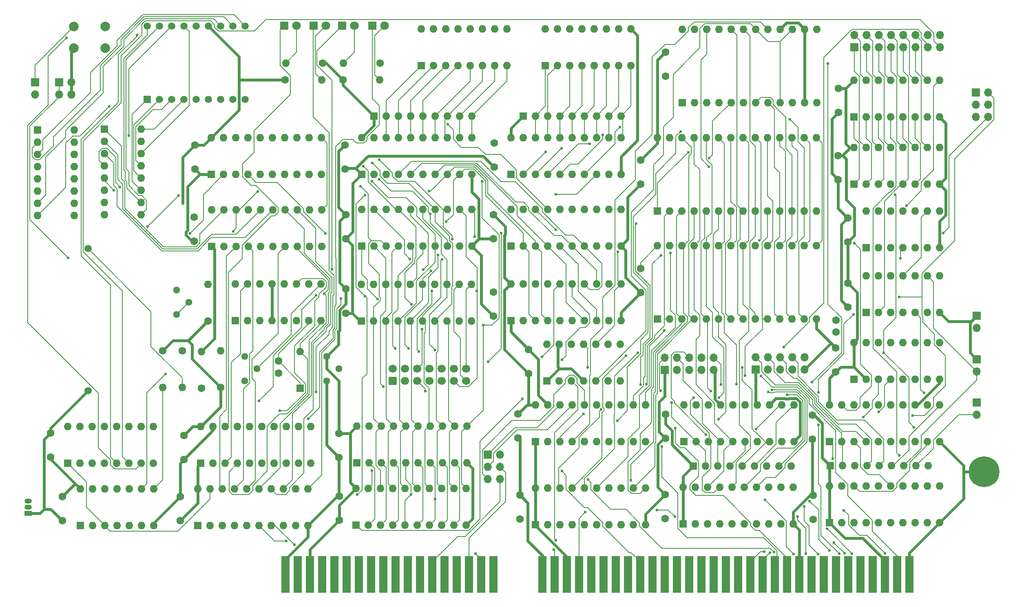
<source format=gbr>
%TF.GenerationSoftware,KiCad,Pcbnew,8.0.4*%
%TF.CreationDate,2024-08-03T13:22:42-04:00*%
%TF.ProjectId,386sxEmbedded,33383673-7845-46d6-9265-646465642e6b,rev?*%
%TF.SameCoordinates,Original*%
%TF.FileFunction,Copper,L2,Bot*%
%TF.FilePolarity,Positive*%
%FSLAX46Y46*%
G04 Gerber Fmt 4.6, Leading zero omitted, Abs format (unit mm)*
G04 Created by KiCad (PCBNEW 8.0.4) date 2024-08-03 13:22:42*
%MOMM*%
%LPD*%
G01*
G04 APERTURE LIST*
G04 Aperture macros list*
%AMRoundRect*
0 Rectangle with rounded corners*
0 $1 Rounding radius*
0 $2 $3 $4 $5 $6 $7 $8 $9 X,Y pos of 4 corners*
0 Add a 4 corners polygon primitive as box body*
4,1,4,$2,$3,$4,$5,$6,$7,$8,$9,$2,$3,0*
0 Add four circle primitives for the rounded corners*
1,1,$1+$1,$2,$3*
1,1,$1+$1,$4,$5*
1,1,$1+$1,$6,$7*
1,1,$1+$1,$8,$9*
0 Add four rect primitives between the rounded corners*
20,1,$1+$1,$2,$3,$4,$5,0*
20,1,$1+$1,$4,$5,$6,$7,0*
20,1,$1+$1,$6,$7,$8,$9,0*
20,1,$1+$1,$8,$9,$2,$3,0*%
G04 Aperture macros list end*
%TA.AperFunction,ComponentPad*%
%ADD10R,1.700000X1.700000*%
%TD*%
%TA.AperFunction,ComponentPad*%
%ADD11O,1.700000X1.700000*%
%TD*%
%TA.AperFunction,ComponentPad*%
%ADD12R,1.600000X1.600000*%
%TD*%
%TA.AperFunction,ComponentPad*%
%ADD13O,1.600000X1.600000*%
%TD*%
%TA.AperFunction,ComponentPad*%
%ADD14C,1.600000*%
%TD*%
%TA.AperFunction,ComponentPad*%
%ADD15R,1.500000X1.050000*%
%TD*%
%TA.AperFunction,ComponentPad*%
%ADD16O,1.500000X1.050000*%
%TD*%
%TA.AperFunction,ComponentPad*%
%ADD17R,1.500000X1.500000*%
%TD*%
%TA.AperFunction,ComponentPad*%
%ADD18C,1.500000*%
%TD*%
%TA.AperFunction,ComponentPad*%
%ADD19R,1.800000X1.800000*%
%TD*%
%TA.AperFunction,ComponentPad*%
%ADD20C,1.800000*%
%TD*%
%TA.AperFunction,ComponentPad*%
%ADD21C,1.440000*%
%TD*%
%TA.AperFunction,ComponentPad*%
%ADD22RoundRect,0.250000X0.600000X-0.600000X0.600000X0.600000X-0.600000X0.600000X-0.600000X-0.600000X0*%
%TD*%
%TA.AperFunction,ComponentPad*%
%ADD23C,1.700000*%
%TD*%
%TA.AperFunction,ComponentPad*%
%ADD24C,1.530000*%
%TD*%
%TA.AperFunction,ConnectorPad*%
%ADD25R,1.780000X7.620000*%
%TD*%
%TA.AperFunction,ComponentPad*%
%ADD26C,2.000000*%
%TD*%
%TA.AperFunction,ComponentPad*%
%ADD27C,6.400000*%
%TD*%
%TA.AperFunction,ViaPad*%
%ADD28C,0.600000*%
%TD*%
%TA.AperFunction,Conductor*%
%ADD29C,0.200000*%
%TD*%
%TA.AperFunction,Conductor*%
%ADD30C,0.609600*%
%TD*%
G04 APERTURE END LIST*
D10*
%TO.P,JP1,1,A*%
%TO.N,GND*%
X236000000Y-93000000D03*
D11*
%TO.P,JP1,2,B*%
%TO.N,PU1_10k_7*%
X236000000Y-95540000D03*
%TD*%
D12*
%TO.P,U28,1,OE*%
%TO.N,-ENABLE_LCD_D*%
X108265000Y-78500000D03*
D13*
%TO.P,U28,2,O0*%
%TO.N,LCD_D0*%
X110805000Y-78500000D03*
%TO.P,U28,3,D0*%
%TO.N,BD0*%
X113345000Y-78500000D03*
%TO.P,U28,4,D1*%
%TO.N,BD1*%
X115885000Y-78500000D03*
%TO.P,U28,5,O1*%
%TO.N,LCD_D1*%
X118425000Y-78500000D03*
%TO.P,U28,6,O2*%
%TO.N,LCD_D2*%
X120965000Y-78500000D03*
%TO.P,U28,7,D2*%
%TO.N,BD2*%
X123505000Y-78500000D03*
%TO.P,U28,8,D3*%
%TO.N,BD3*%
X126045000Y-78500000D03*
%TO.P,U28,9,O3*%
%TO.N,LCD_D3*%
X128585000Y-78500000D03*
%TO.P,U28,10,GND*%
%TO.N,GND*%
X131125000Y-78500000D03*
%TO.P,U28,11,Cp*%
%TO.N,-WR_PORT1C*%
X131125000Y-70880000D03*
%TO.P,U28,12,O4*%
%TO.N,LCD_D4*%
X128585000Y-70880000D03*
%TO.P,U28,13,D4*%
%TO.N,BD4*%
X126045000Y-70880000D03*
%TO.P,U28,14,D5*%
%TO.N,BD5*%
X123505000Y-70880000D03*
%TO.P,U28,15,O5*%
%TO.N,LCD_D5*%
X120965000Y-70880000D03*
%TO.P,U28,16,O6*%
%TO.N,LCD_D6*%
X118425000Y-70880000D03*
%TO.P,U28,17,D6*%
%TO.N,BD6*%
X115885000Y-70880000D03*
%TO.P,U28,18,D7*%
%TO.N,BD7*%
X113345000Y-70880000D03*
%TO.P,U28,19,O7*%
%TO.N,LCD_D7*%
X110805000Y-70880000D03*
%TO.P,U28,20,VCC*%
%TO.N,VCC*%
X108265000Y-70880000D03*
%TD*%
D12*
%TO.P,U8,1,~{A}*%
%TO.N,Net-(U8A-~{A})*%
X210470000Y-106180000D03*
D13*
%TO.P,U8,2,B*%
%TO.N,VCC*%
X213010000Y-106180000D03*
%TO.P,U8,3,~{CLR}*%
%TO.N,PU1_10k_7*%
X215550000Y-106180000D03*
%TO.P,U8,4,~{Q}*%
%TO.N,-IOWAIT*%
X218090000Y-106180000D03*
%TO.P,U8,5,Q*%
%TO.N,unconnected-(U8B-Q-Pad5)*%
X220630000Y-106180000D03*
%TO.P,U8,6,Cext*%
%TO.N,unconnected-(U8B-Cext-Pad6)*%
X223170000Y-106180000D03*
%TO.P,U8,7,RCext*%
%TO.N,unconnected-(U8B-RCext-Pad7)*%
X225710000Y-106180000D03*
%TO.P,U8,8,GND*%
%TO.N,GND*%
X228250000Y-106180000D03*
%TO.P,U8,9,~{A}*%
%TO.N,unconnected-(U8B-~{A}-Pad9)*%
X228250000Y-98560000D03*
%TO.P,U8,10,B*%
%TO.N,unconnected-(U8B-B-Pad10)*%
X225710000Y-98560000D03*
%TO.P,U8,11,~{CLR}*%
%TO.N,unconnected-(U8B-~{CLR}-Pad11)*%
X223170000Y-98560000D03*
%TO.P,U8,12,~{Q}*%
%TO.N,unconnected-(U8B-~{Q}-Pad12)*%
X220630000Y-98560000D03*
%TO.P,U8,13,Q*%
%TO.N,unconnected-(U8A-Q-Pad13)*%
X218090000Y-98560000D03*
%TO.P,U8,14,Cext*%
%TO.N,Net-(U8A-Cext)*%
X215550000Y-98560000D03*
%TO.P,U8,15,RCext*%
%TO.N,Net-(U8A-RCext)*%
X213010000Y-98560000D03*
%TO.P,U8,16,VCC*%
%TO.N,VCC*%
X210470000Y-98560000D03*
%TD*%
D14*
%TO.P,C12,1*%
%TO.N,VCC*%
X207250000Y-45750000D03*
%TO.P,C12,2*%
%TO.N,GND*%
X207250000Y-50750000D03*
%TD*%
%TO.P,R20,1*%
%TO.N,Net-(U25-VBATT)*%
X71000000Y-100300000D03*
D13*
%TO.P,R20,2*%
%TO.N,Net-(BT1-PadP)*%
X71000000Y-107920000D03*
%TD*%
D14*
%TO.P,R1,1*%
%TO.N,VCC*%
X76375000Y-94080000D03*
D13*
%TO.P,R1,2*%
%TO.N,Net-(R1-Pad2)*%
X76375000Y-86460000D03*
%TD*%
D15*
%TO.P,U30,1,GND*%
%TO.N,GND*%
X39000000Y-134040000D03*
D16*
%TO.P,U30,2,DATA*%
%TO.N,DS2400_DI*%
X39000000Y-132770000D03*
%TO.P,U30,3,NC*%
%TO.N,unconnected-(U30-NC-Pad3)*%
X39000000Y-131500000D03*
%TD*%
D14*
%TO.P,C19,1*%
%TO.N,VCC*%
X171335000Y-38180000D03*
%TO.P,C19,2*%
%TO.N,GND*%
X171335000Y-43180000D03*
%TD*%
D12*
%TO.P,U4,1,A->B*%
%TO.N,VCC*%
X205380000Y-136000000D03*
D13*
%TO.P,U4,2,A0*%
%TO.N,SA16*%
X207920000Y-136000000D03*
%TO.P,U4,3,A1*%
%TO.N,SA17*%
X210460000Y-136000000D03*
%TO.P,U4,4,A2*%
%TO.N,SA18*%
X213000000Y-136000000D03*
%TO.P,U4,5,A3*%
%TO.N,SA19*%
X215540000Y-136000000D03*
%TO.P,U4,6,A4*%
%TO.N,AEN*%
X218080000Y-136000000D03*
%TO.P,U4,7,A5*%
%TO.N,-IOW*%
X220620000Y-136000000D03*
%TO.P,U4,8,A6*%
%TO.N,-IOR*%
X223160000Y-136000000D03*
%TO.P,U4,9,A7*%
%TO.N,ALE*%
X225700000Y-136000000D03*
%TO.P,U4,10,GND*%
%TO.N,GND*%
X228240000Y-136000000D03*
%TO.P,U4,11,B7*%
%TO.N,BALE*%
X228240000Y-128380000D03*
%TO.P,U4,12,B6*%
%TO.N,-BIOR*%
X225700000Y-128380000D03*
%TO.P,U4,13,B5*%
%TO.N,-BIOW*%
X223160000Y-128380000D03*
%TO.P,U4,14,B4*%
%TO.N,BAEN*%
X220620000Y-128380000D03*
%TO.P,U4,15,B3*%
%TO.N,BA19*%
X218080000Y-128380000D03*
%TO.P,U4,16,B2*%
%TO.N,BA18*%
X215540000Y-128380000D03*
%TO.P,U4,17,B1*%
%TO.N,BA17*%
X213000000Y-128380000D03*
%TO.P,U4,18,B0*%
%TO.N,BA16*%
X210460000Y-128380000D03*
%TO.P,U4,19,CE*%
%TO.N,GND*%
X207920000Y-128380000D03*
%TO.P,U4,20,VCC*%
%TO.N,VCC*%
X205380000Y-128380000D03*
%TD*%
D17*
%TO.P,U15,1,DIG1_E*%
%TO.N,Net-(U15-DIG1_E)*%
X63780000Y-48000000D03*
D18*
%TO.P,U15,2,DIG1_D*%
%TO.N,Net-(U15-DIG1_D)*%
X66320000Y-48000000D03*
%TO.P,U15,3,DIG1_C*%
%TO.N,Net-(U15-DIG1_C)*%
X68860000Y-48000000D03*
%TO.P,U15,4,DP1*%
%TO.N,Net-(U15-DP1)*%
X71400000Y-48000000D03*
%TO.P,U15,5,DIG2_E*%
%TO.N,Net-(U15-DIG2_E)*%
X73940000Y-48000000D03*
%TO.P,U15,6,DIG2_D*%
%TO.N,Net-(U15-DIG2_D)*%
X76480000Y-48000000D03*
%TO.P,U15,7,DIG2_G*%
%TO.N,Net-(U15-DIG2_G)*%
X79020000Y-48000000D03*
%TO.P,U15,8,DIG2_C*%
%TO.N,Net-(U15-DIG2_C)*%
X81560000Y-48000000D03*
%TO.P,U15,9,DP2*%
%TO.N,Net-(U15-DP2)*%
X84100000Y-48000000D03*
%TO.P,U15,10,DIG2_B*%
%TO.N,Net-(U15-DIG2_B)*%
X84100000Y-32760000D03*
%TO.P,U15,11,DIG2_A*%
%TO.N,Net-(U15-DIG2_A)*%
X81560000Y-32760000D03*
%TO.P,U15,12,DIG2_F*%
%TO.N,Net-(U15-DIG2_F)*%
X79020000Y-32760000D03*
%TO.P,U15,13,DIG2_CA*%
%TO.N,VCC*%
X76480000Y-32760000D03*
%TO.P,U15,14,DIG1_CA*%
X73940000Y-32760000D03*
%TO.P,U15,15,DIG1_B*%
%TO.N,Net-(U15-DIG1_B)*%
X71400000Y-32760000D03*
%TO.P,U15,16,DIG1_A*%
%TO.N,Net-(U15-DIG1_A)*%
X68860000Y-32760000D03*
%TO.P,U15,17,DIG1_G*%
%TO.N,Net-(U15-DIG1_G)*%
X66320000Y-32760000D03*
%TO.P,U15,18,DIG1_F*%
%TO.N,Net-(U15-DIG1_F)*%
X63780000Y-32760000D03*
%TD*%
D12*
%TO.P,U27,1,A14*%
%TO.N,BA14*%
X169710000Y-93680000D03*
D13*
%TO.P,U27,2,A12*%
%TO.N,BA12*%
X172250000Y-93680000D03*
%TO.P,U27,3,A7*%
%TO.N,BA7*%
X174790000Y-93680000D03*
%TO.P,U27,4,A6*%
%TO.N,BA6*%
X177330000Y-93680000D03*
%TO.P,U27,5,A5*%
%TO.N,BA5*%
X179870000Y-93680000D03*
%TO.P,U27,6,A4*%
%TO.N,BA4*%
X182410000Y-93680000D03*
%TO.P,U27,7,A3*%
%TO.N,BA3*%
X184950000Y-93680000D03*
%TO.P,U27,8,A2*%
%TO.N,BA2*%
X187490000Y-93680000D03*
%TO.P,U27,9,A1*%
%TO.N,BA1*%
X190030000Y-93680000D03*
%TO.P,U27,10,A0*%
%TO.N,BA0*%
X192570000Y-93680000D03*
%TO.P,U27,11,Q0*%
%TO.N,BD0*%
X195110000Y-93680000D03*
%TO.P,U27,12,Q1*%
%TO.N,BD1*%
X197650000Y-93680000D03*
%TO.P,U27,13,Q2*%
%TO.N,BD2*%
X200190000Y-93680000D03*
%TO.P,U27,14,GND*%
%TO.N,GND*%
X202730000Y-93680000D03*
%TO.P,U27,15,Q3*%
%TO.N,BD3*%
X202730000Y-78440000D03*
%TO.P,U27,16,Q4*%
%TO.N,BD4*%
X200190000Y-78440000D03*
%TO.P,U27,17,Q5*%
%TO.N,BD5*%
X197650000Y-78440000D03*
%TO.P,U27,18,Q6*%
%TO.N,BD6*%
X195110000Y-78440000D03*
%TO.P,U27,19,Q7*%
%TO.N,BD7*%
X192570000Y-78440000D03*
%TO.P,U27,20,~{CS}*%
%TO.N,Net-(U27-~{CS})*%
X190030000Y-78440000D03*
%TO.P,U27,21,A10*%
%TO.N,BA10*%
X187490000Y-78440000D03*
%TO.P,U27,22,~{OE}*%
%TO.N,-BSMEMR*%
X184950000Y-78440000D03*
%TO.P,U27,23,A11*%
%TO.N,BA11*%
X182410000Y-78440000D03*
%TO.P,U27,24,A9*%
%TO.N,BA9*%
X179870000Y-78440000D03*
%TO.P,U27,25,A8*%
%TO.N,BA8*%
X177330000Y-78440000D03*
%TO.P,U27,26,A13*%
%TO.N,BA13*%
X174790000Y-78440000D03*
%TO.P,U27,27,~{WE}*%
%TO.N,Net-(U27-~{WE})*%
X172250000Y-78440000D03*
%TO.P,U27,28,VCC*%
%TO.N,+5P*%
X169710000Y-78440000D03*
%TD*%
D12*
%TO.P,U13,1,OE*%
%TO.N,GND*%
X77140000Y-78600000D03*
D13*
%TO.P,U13,2,O0*%
%TO.N,Net-(U13-O0)*%
X79680000Y-78600000D03*
%TO.P,U13,3,D0*%
%TO.N,BD8*%
X82220000Y-78600000D03*
%TO.P,U13,4,D1*%
%TO.N,BD9*%
X84760000Y-78600000D03*
%TO.P,U13,5,O1*%
%TO.N,Net-(U13-O1)*%
X87300000Y-78600000D03*
%TO.P,U13,6,O2*%
%TO.N,Net-(U13-O2)*%
X89840000Y-78600000D03*
%TO.P,U13,7,D2*%
%TO.N,BD10*%
X92380000Y-78600000D03*
%TO.P,U13,8,D3*%
%TO.N,BD11*%
X94920000Y-78600000D03*
%TO.P,U13,9,O3*%
%TO.N,Net-(U13-O3)*%
X97460000Y-78600000D03*
%TO.P,U13,10,GND*%
%TO.N,GND*%
X100000000Y-78600000D03*
%TO.P,U13,11,LE*%
%TO.N,-WR_PORT1E*%
X100000000Y-70980000D03*
%TO.P,U13,12,O4*%
%TO.N,Net-(U13-O4)*%
X97460000Y-70980000D03*
%TO.P,U13,13,D4*%
%TO.N,BD12*%
X94920000Y-70980000D03*
%TO.P,U13,14,D5*%
%TO.N,BD13*%
X92380000Y-70980000D03*
%TO.P,U13,15,O5*%
%TO.N,Net-(U13-O5)*%
X89840000Y-70980000D03*
%TO.P,U13,16,O6*%
%TO.N,Net-(U13-O6)*%
X87300000Y-70980000D03*
%TO.P,U13,17,D6*%
%TO.N,BD14*%
X84760000Y-70980000D03*
%TO.P,U13,18,D7*%
%TO.N,BD15*%
X82220000Y-70980000D03*
%TO.P,U13,19,O7*%
%TO.N,Net-(U13-O7)*%
X79680000Y-70980000D03*
%TO.P,U13,20,VCC*%
%TO.N,VCC*%
X77140000Y-70980000D03*
%TD*%
D19*
%TO.P,D5,1,K*%
%TO.N,Net-(D5-K)*%
X110500000Y-32700000D03*
D20*
%TO.P,D5,2,A*%
%TO.N,Net-(D5-A)*%
X113040000Y-32700000D03*
%TD*%
D14*
%TO.P,C6,1*%
%TO.N,VCC*%
X70600000Y-135600000D03*
%TO.P,C6,2*%
%TO.N,GND*%
X70600000Y-130600000D03*
%TD*%
D12*
%TO.P,U31,1,A->B*%
%TO.N,GND*%
X108240000Y-94060000D03*
D13*
%TO.P,U31,2,A0*%
%TO.N,BD0*%
X110780000Y-94060000D03*
%TO.P,U31,3,A1*%
%TO.N,BD1*%
X113320000Y-94060000D03*
%TO.P,U31,4,A2*%
%TO.N,BD2*%
X115860000Y-94060000D03*
%TO.P,U31,5,A3*%
%TO.N,BD3*%
X118400000Y-94060000D03*
%TO.P,U31,6,A4*%
%TO.N,BD4*%
X120940000Y-94060000D03*
%TO.P,U31,7,A5*%
%TO.N,BD5*%
X123480000Y-94060000D03*
%TO.P,U31,8,A6*%
%TO.N,BD6*%
X126020000Y-94060000D03*
%TO.P,U31,9,A7*%
%TO.N,BD7*%
X128560000Y-94060000D03*
%TO.P,U31,10,GND*%
%TO.N,GND*%
X131100000Y-94060000D03*
%TO.P,U31,11,B7*%
%TO.N,LCD_D7*%
X131100000Y-86440000D03*
%TO.P,U31,12,B6*%
%TO.N,LCD_D6*%
X128560000Y-86440000D03*
%TO.P,U31,13,B5*%
%TO.N,LCD_D5*%
X126020000Y-86440000D03*
%TO.P,U31,14,B4*%
%TO.N,LCD_D4*%
X123480000Y-86440000D03*
%TO.P,U31,15,B3*%
%TO.N,LCD_D3*%
X120940000Y-86440000D03*
%TO.P,U31,16,B2*%
%TO.N,LCD_D2*%
X118400000Y-86440000D03*
%TO.P,U31,17,B1*%
%TO.N,LCD_D1*%
X115860000Y-86440000D03*
%TO.P,U31,18,B0*%
%TO.N,LCD_D0*%
X113320000Y-86440000D03*
%TO.P,U31,19,CE*%
%TO.N,-RD_PORT1C*%
X110780000Y-86440000D03*
%TO.P,U31,20,VCC*%
%TO.N,VCC*%
X108240000Y-86440000D03*
%TD*%
D12*
%TO.P,U23,1,VPP*%
%TO.N,UPIN1*%
X169710000Y-71240000D03*
D13*
%TO.P,U23,2,A12*%
%TO.N,BA12*%
X172250000Y-71240000D03*
%TO.P,U23,3,A7*%
%TO.N,BA7*%
X174790000Y-71240000D03*
%TO.P,U23,4,A6*%
%TO.N,BA6*%
X177330000Y-71240000D03*
%TO.P,U23,5,A5*%
%TO.N,BA5*%
X179870000Y-71240000D03*
%TO.P,U23,6,A4*%
%TO.N,BA4*%
X182410000Y-71240000D03*
%TO.P,U23,7,A3*%
%TO.N,BA3*%
X184950000Y-71240000D03*
%TO.P,U23,8,A2*%
%TO.N,BA2*%
X187490000Y-71240000D03*
%TO.P,U23,9,A1*%
%TO.N,BA1*%
X190030000Y-71240000D03*
%TO.P,U23,10,A0*%
%TO.N,BA0*%
X192570000Y-71240000D03*
%TO.P,U23,11,D0*%
%TO.N,BD0*%
X195110000Y-71240000D03*
%TO.P,U23,12,D1*%
%TO.N,BD1*%
X197650000Y-71240000D03*
%TO.P,U23,13,D2*%
%TO.N,BD2*%
X200190000Y-71240000D03*
%TO.P,U23,14,GND*%
%TO.N,GND*%
X202730000Y-71240000D03*
%TO.P,U23,15,D3*%
%TO.N,BD3*%
X202730000Y-56000000D03*
%TO.P,U23,16,D4*%
%TO.N,BD4*%
X200190000Y-56000000D03*
%TO.P,U23,17,D5*%
%TO.N,BD5*%
X197650000Y-56000000D03*
%TO.P,U23,18,D6*%
%TO.N,BD6*%
X195110000Y-56000000D03*
%TO.P,U23,19,D7*%
%TO.N,BD7*%
X192570000Y-56000000D03*
%TO.P,U23,20,~{CE}*%
%TO.N,-BDMEMSEL*%
X190030000Y-56000000D03*
%TO.P,U23,21,A10*%
%TO.N,BA10*%
X187490000Y-56000000D03*
%TO.P,U23,22,~{OE}*%
%TO.N,-BSMEMR*%
X184950000Y-56000000D03*
%TO.P,U23,23,A11*%
%TO.N,BA11*%
X182410000Y-56000000D03*
%TO.P,U23,24,A9*%
%TO.N,BA9*%
X179870000Y-56000000D03*
%TO.P,U23,25,A8*%
%TO.N,BA8*%
X177330000Y-56000000D03*
%TO.P,U23,26,A13*%
%TO.N,BA13*%
X174790000Y-56000000D03*
%TO.P,U23,27,A14*%
%TO.N,UPIN27*%
X172250000Y-56000000D03*
%TO.P,U23,28,VCC*%
%TO.N,VCC*%
X169710000Y-56000000D03*
%TD*%
D14*
%TO.P,C15,1*%
%TO.N,VCC*%
X73500000Y-72500000D03*
%TO.P,C15,2*%
%TO.N,GND*%
X73500000Y-77500000D03*
%TD*%
%TO.P,C28,1*%
%TO.N,VCC*%
X105000000Y-72000000D03*
%TO.P,C28,2*%
%TO.N,GND*%
X105000000Y-77000000D03*
%TD*%
D21*
%TO.P,RV1,1,1*%
%TO.N,Net-(R1-Pad2)*%
X69835000Y-87620000D03*
%TO.P,RV1,2,2*%
%TO.N,Net-(U8A-RCext)*%
X72375000Y-90160000D03*
%TO.P,RV1,3,3*%
X69835000Y-92700000D03*
%TD*%
D14*
%TO.P,C10,1*%
%TO.N,VCC*%
X209210000Y-86180000D03*
%TO.P,C10,2*%
%TO.N,GND*%
X209210000Y-91180000D03*
%TD*%
D12*
%TO.P,U24,1,A->B*%
%TO.N,-BSMEMR*%
X107265000Y-123570000D03*
D13*
%TO.P,U24,2,A0*%
%TO.N,SD0*%
X109805000Y-123570000D03*
%TO.P,U24,3,A1*%
%TO.N,SD1*%
X112345000Y-123570000D03*
%TO.P,U24,4,A2*%
%TO.N,SD2*%
X114885000Y-123570000D03*
%TO.P,U24,5,A3*%
%TO.N,SD3*%
X117425000Y-123570000D03*
%TO.P,U24,6,A4*%
%TO.N,SD4*%
X119965000Y-123570000D03*
%TO.P,U24,7,A5*%
%TO.N,SD5*%
X122505000Y-123570000D03*
%TO.P,U24,8,A6*%
%TO.N,SD6*%
X125045000Y-123570000D03*
%TO.P,U24,9,A7*%
%TO.N,SD7*%
X127585000Y-123570000D03*
%TO.P,U24,10,GND*%
%TO.N,GND*%
X130125000Y-123570000D03*
%TO.P,U24,11,B7*%
%TO.N,BD7*%
X130125000Y-115950000D03*
%TO.P,U24,12,B6*%
%TO.N,BD6*%
X127585000Y-115950000D03*
%TO.P,U24,13,B5*%
%TO.N,BD5*%
X125045000Y-115950000D03*
%TO.P,U24,14,B4*%
%TO.N,BD4*%
X122505000Y-115950000D03*
%TO.P,U24,15,B3*%
%TO.N,BD3*%
X119965000Y-115950000D03*
%TO.P,U24,16,B2*%
%TO.N,BD2*%
X117425000Y-115950000D03*
%TO.P,U24,17,B1*%
%TO.N,BD1*%
X114885000Y-115950000D03*
%TO.P,U24,18,B0*%
%TO.N,BD0*%
X112345000Y-115950000D03*
%TO.P,U24,19,CE*%
%TO.N,-BDMEMSEL*%
X109805000Y-115950000D03*
%TO.P,U24,20,VCC*%
%TO.N,VCC*%
X107265000Y-115950000D03*
%TD*%
D22*
%TO.P,J9,1,Pin_1*%
%TO.N,GND*%
X114760000Y-106540000D03*
D23*
%TO.P,J9,2,Pin_2*%
%TO.N,VCC*%
X114760000Y-104000000D03*
%TO.P,J9,3,Pin_3*%
%TO.N,LCD_CONTRAST*%
X117300000Y-106540000D03*
%TO.P,J9,4,Pin_4*%
%TO.N,LCD_RS*%
X117300000Y-104000000D03*
%TO.P,J9,5,Pin_5*%
%TO.N,LCD_RW*%
X119840000Y-106540000D03*
%TO.P,J9,6,Pin_6*%
%TO.N,LCD_E*%
X119840000Y-104000000D03*
%TO.P,J9,7,Pin_7*%
%TO.N,LCD_D0*%
X122380000Y-106540000D03*
%TO.P,J9,8,Pin_8*%
%TO.N,LCD_D1*%
X122380000Y-104000000D03*
%TO.P,J9,9,Pin_9*%
%TO.N,LCD_D2*%
X124920000Y-106540000D03*
%TO.P,J9,10,Pin_10*%
%TO.N,LCD_D3*%
X124920000Y-104000000D03*
%TO.P,J9,11,Pin_11*%
%TO.N,LCD_D4*%
X127460000Y-106540000D03*
%TO.P,J9,12,Pin_12*%
%TO.N,LCD_D5*%
X127460000Y-104000000D03*
%TO.P,J9,13,Pin_13*%
%TO.N,LCD_D6*%
X130000000Y-106540000D03*
%TO.P,J9,14,Pin_14*%
%TO.N,LCD_D7*%
X130000000Y-104000000D03*
%TD*%
D19*
%TO.P,D2,1,K*%
%TO.N,Net-(D2-K)*%
X92235000Y-32700000D03*
D20*
%TO.P,D2,2,A*%
%TO.N,Net-(D2-A)*%
X94775000Y-32700000D03*
%TD*%
D12*
%TO.P,U22,1,G*%
%TO.N,BAEN*%
X205380000Y-119120000D03*
D13*
%TO.P,U22,2,P0*%
%TO.N,Net-(J6-Pin_2)*%
X207920000Y-119120000D03*
%TO.P,U22,3,R0*%
%TO.N,BA19*%
X210460000Y-119120000D03*
%TO.P,U22,4,P1*%
%TO.N,Net-(J6-Pin_4)*%
X213000000Y-119120000D03*
%TO.P,U22,5,R1*%
%TO.N,BA18*%
X215540000Y-119120000D03*
%TO.P,U22,6,P2*%
%TO.N,Net-(J6-Pin_6)*%
X218080000Y-119120000D03*
%TO.P,U22,7,R2*%
%TO.N,BA17*%
X220620000Y-119120000D03*
%TO.P,U22,8,P3*%
%TO.N,Net-(J6-Pin_8)*%
X223160000Y-119120000D03*
%TO.P,U22,9,R3*%
%TO.N,BA16*%
X225700000Y-119120000D03*
%TO.P,U22,10,GND*%
%TO.N,GND*%
X228240000Y-119120000D03*
%TO.P,U22,11,P4*%
%TO.N,Net-(J6-Pin_10)*%
X228240000Y-111500000D03*
%TO.P,U22,12,R4*%
%TO.N,BA15*%
X225700000Y-111500000D03*
%TO.P,U22,13,P5*%
%TO.N,GND*%
X223160000Y-111500000D03*
%TO.P,U22,14,R5*%
X220620000Y-111500000D03*
%TO.P,U22,15,P6*%
X218080000Y-111500000D03*
%TO.P,U22,16,R6*%
X215540000Y-111500000D03*
%TO.P,U22,17,P7*%
X213000000Y-111500000D03*
%TO.P,U22,18,R7*%
X210460000Y-111500000D03*
%TO.P,U22,19,P=R*%
%TO.N,-BDMEMSEL*%
X207920000Y-111500000D03*
%TO.P,U22,20,VCC*%
%TO.N,VCC*%
X205380000Y-111500000D03*
%TD*%
D14*
%TO.P,C31,1*%
%TO.N,VCC*%
X105000000Y-87440000D03*
%TO.P,C31,2*%
%TO.N,GND*%
X105000000Y-92440000D03*
%TD*%
D12*
%TO.P,SW3,1*%
%TO.N,Net-(RN3-R1)*%
X146420000Y-41000000D03*
D13*
%TO.P,SW3,2*%
%TO.N,Net-(RN3-R2)*%
X148960000Y-41000000D03*
%TO.P,SW3,3*%
%TO.N,Net-(RN3-R3)*%
X151500000Y-41000000D03*
%TO.P,SW3,4*%
%TO.N,Net-(RN3-R4)*%
X154040000Y-41000000D03*
%TO.P,SW3,5*%
%TO.N,Net-(RN3-R5)*%
X156580000Y-41000000D03*
%TO.P,SW3,6*%
%TO.N,Net-(RN3-R6)*%
X159120000Y-41000000D03*
%TO.P,SW3,7*%
%TO.N,Net-(RN3-R7)*%
X161660000Y-41000000D03*
%TO.P,SW3,8*%
%TO.N,Net-(RN3-R8)*%
X164200000Y-41000000D03*
%TO.P,SW3,9*%
%TO.N,GND*%
X164200000Y-33380000D03*
%TO.P,SW3,10*%
X161660000Y-33380000D03*
%TO.P,SW3,11*%
X159120000Y-33380000D03*
%TO.P,SW3,12*%
X156580000Y-33380000D03*
%TO.P,SW3,13*%
X154040000Y-33380000D03*
%TO.P,SW3,14*%
X151500000Y-33380000D03*
%TO.P,SW3,15*%
X148960000Y-33380000D03*
%TO.P,SW3,16*%
X146420000Y-33380000D03*
%TD*%
D10*
%TO.P,J2,1,Pin_1*%
%TO.N,GND*%
X171210000Y-104220000D03*
D11*
%TO.P,J2,2,Pin_2*%
%TO.N,Net-(J2-Pin_2)*%
X171210000Y-101680000D03*
%TO.P,J2,3,Pin_3*%
%TO.N,GND*%
X173750000Y-104220000D03*
%TO.P,J2,4,Pin_4*%
%TO.N,Net-(J2-Pin_4)*%
X173750000Y-101680000D03*
%TO.P,J2,5,Pin_5*%
%TO.N,GND*%
X176290000Y-104220000D03*
%TO.P,J2,6,Pin_6*%
%TO.N,Net-(J2-Pin_6)*%
X176290000Y-101680000D03*
%TO.P,J2,7,Pin_7*%
%TO.N,GND*%
X178830000Y-104220000D03*
%TO.P,J2,8,Pin_8*%
%TO.N,Net-(J2-Pin_8)*%
X178830000Y-101680000D03*
%TO.P,J2,9,Pin_9*%
%TO.N,GND*%
X181370000Y-104220000D03*
%TO.P,J2,10,Pin_10*%
%TO.N,Net-(J2-Pin_10)*%
X181370000Y-101680000D03*
%TD*%
D12*
%TO.P,RN1,1,common*%
%TO.N,VCC*%
X177125000Y-124200000D03*
D13*
%TO.P,RN1,2,R1*%
%TO.N,Net-(J2-Pin_2)*%
X179665000Y-124200000D03*
%TO.P,RN1,3,R2*%
%TO.N,Net-(J2-Pin_4)*%
X182205000Y-124200000D03*
%TO.P,RN1,4,R3*%
%TO.N,Net-(J2-Pin_6)*%
X184745000Y-124200000D03*
%TO.P,RN1,5,R4*%
%TO.N,Net-(J2-Pin_8)*%
X187285000Y-124200000D03*
%TO.P,RN1,6,R5*%
%TO.N,Net-(J2-Pin_10)*%
X189825000Y-124200000D03*
%TO.P,RN1,7,R6*%
%TO.N,PU1_10k_7*%
X192365000Y-124200000D03*
%TO.P,RN1,8,R7*%
%TO.N,-PUSHBUTTON*%
X194905000Y-124200000D03*
%TO.P,RN1,9,R8*%
%TO.N,PU1_10k_9*%
X197445000Y-124200000D03*
%TD*%
D19*
%TO.P,D4,1,K*%
%TO.N,Net-(D4-K)*%
X104235000Y-32700000D03*
D20*
%TO.P,D4,2,A*%
%TO.N,Net-(D4-A)*%
X106775000Y-32700000D03*
%TD*%
D14*
%TO.P,C16,1*%
%TO.N,VCC*%
X73700000Y-57520000D03*
%TO.P,C16,2*%
%TO.N,GND*%
X73700000Y-62520000D03*
%TD*%
D24*
%TO.P,BT1,N*%
%TO.N,GND*%
X51500000Y-108555000D03*
%TO.P,BT1,P*%
%TO.N,Net-(BT1-PadP)*%
X51500000Y-79045000D03*
%TD*%
D12*
%TO.P,U26,1,A->B*%
%TO.N,VCC*%
X74865000Y-123670000D03*
D13*
%TO.P,U26,2,A0*%
%TO.N,WD_ACT*%
X77405000Y-123670000D03*
%TO.P,U26,3,A1*%
%TO.N,RST_ACT*%
X79945000Y-123670000D03*
%TO.P,U26,4,A2*%
%TO.N,Net-(D1-A)*%
X82485000Y-123670000D03*
%TO.P,U26,5,A3*%
%TO.N,NVRAM_WR*%
X85025000Y-123670000D03*
%TO.P,U26,6,A4*%
%TO.N,unconnected-(U26-A4-Pad6)*%
X87565000Y-123670000D03*
%TO.P,U26,7,A5*%
%TO.N,unconnected-(U26-A5-Pad7)*%
X90105000Y-123670000D03*
%TO.P,U26,8,A6*%
%TO.N,unconnected-(U26-A6-Pad8)*%
X92645000Y-123670000D03*
%TO.P,U26,9,A7*%
%TO.N,unconnected-(U26-A7-Pad9)*%
X95185000Y-123670000D03*
%TO.P,U26,10,GND*%
%TO.N,GND*%
X97725000Y-123670000D03*
%TO.P,U26,11,B7*%
%TO.N,unconnected-(U26-B7-Pad11)*%
X97725000Y-116050000D03*
%TO.P,U26,12,B6*%
%TO.N,unconnected-(U26-B6-Pad12)*%
X95185000Y-116050000D03*
%TO.P,U26,13,B5*%
%TO.N,unconnected-(U26-B5-Pad13)*%
X92645000Y-116050000D03*
%TO.P,U26,14,B4*%
%TO.N,unconnected-(U26-B4-Pad14)*%
X90105000Y-116050000D03*
%TO.P,U26,15,B3*%
%TO.N,Net-(D5-K)*%
X87565000Y-116050000D03*
%TO.P,U26,16,B2*%
%TO.N,Net-(D3-K)*%
X85025000Y-116050000D03*
%TO.P,U26,17,B1*%
%TO.N,Net-(D4-K)*%
X82485000Y-116050000D03*
%TO.P,U26,18,B0*%
%TO.N,Net-(D2-K)*%
X79945000Y-116050000D03*
%TO.P,U26,19,CE*%
%TO.N,GND*%
X77405000Y-116050000D03*
%TO.P,U26,20,VCC*%
%TO.N,VCC*%
X74865000Y-116050000D03*
%TD*%
D10*
%TO.P,J8,1,Pin_1*%
%TO.N,RST_ACT*%
X45460000Y-44460000D03*
D11*
%TO.P,J8,2,Pin_2*%
%TO.N,GND*%
X48000000Y-44460000D03*
%TO.P,J8,3,Pin_3*%
%TO.N,RST_ACT*%
X45460000Y-47000000D03*
%TO.P,J8,4,Pin_4*%
%TO.N,GND*%
X48000000Y-47000000D03*
%TD*%
D10*
%TO.P,J6,1,Pin_1*%
%TO.N,GND*%
X190050000Y-104180000D03*
D11*
%TO.P,J6,2,Pin_2*%
%TO.N,Net-(J6-Pin_2)*%
X190050000Y-101640000D03*
%TO.P,J6,3,Pin_3*%
%TO.N,GND*%
X192590000Y-104180000D03*
%TO.P,J6,4,Pin_4*%
%TO.N,Net-(J6-Pin_4)*%
X192590000Y-101640000D03*
%TO.P,J6,5,Pin_5*%
%TO.N,GND*%
X195130000Y-104180000D03*
%TO.P,J6,6,Pin_6*%
%TO.N,Net-(J6-Pin_6)*%
X195130000Y-101640000D03*
%TO.P,J6,7,Pin_7*%
%TO.N,GND*%
X197670000Y-104180000D03*
%TO.P,J6,8,Pin_8*%
%TO.N,Net-(J6-Pin_8)*%
X197670000Y-101640000D03*
%TO.P,J6,9,Pin_9*%
%TO.N,GND*%
X200210000Y-104180000D03*
%TO.P,J6,10,Pin_10*%
%TO.N,Net-(J6-Pin_10)*%
X200210000Y-101640000D03*
%TD*%
D14*
%TO.P,C23,1*%
%TO.N,VCC*%
X166210000Y-60680000D03*
%TO.P,C23,2*%
%TO.N,GND*%
X166210000Y-65680000D03*
%TD*%
D12*
%TO.P,U3,1,A->B*%
%TO.N,VCC*%
X175000000Y-136250000D03*
D13*
%TO.P,U3,2,A0*%
%TO.N,SA8*%
X177540000Y-136250000D03*
%TO.P,U3,3,A1*%
%TO.N,SA9*%
X180080000Y-136250000D03*
%TO.P,U3,4,A2*%
%TO.N,SA10*%
X182620000Y-136250000D03*
%TO.P,U3,5,A3*%
%TO.N,SA11*%
X185160000Y-136250000D03*
%TO.P,U3,6,A4*%
%TO.N,SA12*%
X187700000Y-136250000D03*
%TO.P,U3,7,A5*%
%TO.N,SA13*%
X190240000Y-136250000D03*
%TO.P,U3,8,A6*%
%TO.N,SA14*%
X192780000Y-136250000D03*
%TO.P,U3,9,A7*%
%TO.N,SA15*%
X195320000Y-136250000D03*
%TO.P,U3,10,GND*%
%TO.N,GND*%
X197860000Y-136250000D03*
%TO.P,U3,11,B7*%
%TO.N,BA15*%
X197860000Y-128630000D03*
%TO.P,U3,12,B6*%
%TO.N,BA14*%
X195320000Y-128630000D03*
%TO.P,U3,13,B5*%
%TO.N,BA13*%
X192780000Y-128630000D03*
%TO.P,U3,14,B4*%
%TO.N,BA12*%
X190240000Y-128630000D03*
%TO.P,U3,15,B3*%
%TO.N,BA11*%
X187700000Y-128630000D03*
%TO.P,U3,16,B2*%
%TO.N,BA10*%
X185160000Y-128630000D03*
%TO.P,U3,17,B1*%
%TO.N,BA9*%
X182620000Y-128630000D03*
%TO.P,U3,18,B0*%
%TO.N,BA8*%
X180080000Y-128630000D03*
%TO.P,U3,19,CE*%
%TO.N,GND*%
X177540000Y-128630000D03*
%TO.P,U3,20,VCC*%
%TO.N,VCC*%
X175000000Y-128630000D03*
%TD*%
D21*
%TO.P,RV3,1,1*%
%TO.N,VCC*%
X101000000Y-101420000D03*
%TO.P,RV3,2,2*%
%TO.N,LCD_CONTRAST*%
X103540000Y-103960000D03*
%TO.P,RV3,3,3*%
%TO.N,GND*%
X101000000Y-106500000D03*
%TD*%
D14*
%TO.P,C18,1*%
%TO.N,VCC*%
X142935000Y-105000000D03*
%TO.P,C18,2*%
%TO.N,GND*%
X142935000Y-100000000D03*
%TD*%
D10*
%TO.P,J4,1,Pin_1*%
%TO.N,-PUSHBUTTON*%
X40500000Y-44460000D03*
D11*
%TO.P,J4,2,Pin_2*%
%TO.N,GND*%
X40500000Y-47000000D03*
%TD*%
D25*
%TO.P,J1,1,GND*%
%TO.N,GND*%
X221975000Y-146710000D03*
%TO.P,J1,2,RESET*%
%TO.N,RESDRV*%
X219435000Y-146710000D03*
%TO.P,J1,3,+5V*%
%TO.N,VCC*%
X216895000Y-146710000D03*
%TO.P,J1,4,IRQ2*%
%TO.N,unconnected-(J1-IRQ2-Pad4)*%
X214355000Y-146710000D03*
%TO.P,J1,5,-5V*%
%TO.N,unconnected-(J1--5V-Pad5)*%
X211815000Y-146710000D03*
%TO.P,J1,6,DRQ2*%
%TO.N,unconnected-(J1-DRQ2-Pad6)*%
X209275000Y-146710000D03*
%TO.P,J1,7,-12V*%
%TO.N,unconnected-(J1--12V-Pad7)*%
X206735000Y-146710000D03*
%TO.P,J1,8,UNUSED*%
%TO.N,unconnected-(J1-UNUSED-Pad8)*%
X204195000Y-146710000D03*
%TO.P,J1,9,+12V*%
%TO.N,unconnected-(J1-+12V-Pad9)*%
X201655000Y-146710000D03*
%TO.P,J1,10,GND*%
%TO.N,GND*%
X199115000Y-146710000D03*
%TO.P,J1,11,~{SMEMW}*%
%TO.N,-SMEMW*%
X196575000Y-146710000D03*
%TO.P,J1,12,~{SMEMR}*%
%TO.N,-SMEMR*%
X194035000Y-146710000D03*
%TO.P,J1,13,~{IOW}*%
%TO.N,-IOW*%
X191495000Y-146710000D03*
%TO.P,J1,14,~{IOR}*%
%TO.N,-IOR*%
X188955000Y-146710000D03*
%TO.P,J1,15,~{DACK3}*%
%TO.N,unconnected-(J1-~{DACK3}-Pad15)*%
X186415000Y-146710000D03*
%TO.P,J1,16,DRQ3*%
%TO.N,unconnected-(J1-DRQ3-Pad16)*%
X183875000Y-146710000D03*
%TO.P,J1,17,~{DACK1}*%
%TO.N,unconnected-(J1-~{DACK1}-Pad17)*%
X181335000Y-146710000D03*
%TO.P,J1,18,DRQ1*%
%TO.N,unconnected-(J1-DRQ1-Pad18)*%
X178795000Y-146710000D03*
%TO.P,J1,19,~{REFRESH}*%
%TO.N,unconnected-(J1-~{REFRESH}-Pad19)*%
X176255000Y-146710000D03*
%TO.P,J1,20,CLK*%
%TO.N,unconnected-(J1-CLK-Pad20)*%
X173715000Y-146710000D03*
%TO.P,J1,21,IRQ7*%
%TO.N,unconnected-(J1-IRQ7-Pad21)*%
X171175000Y-146710000D03*
%TO.P,J1,22,IRQ6*%
%TO.N,unconnected-(J1-IRQ6-Pad22)*%
X168635000Y-146710000D03*
%TO.P,J1,23,IRQ5*%
%TO.N,IRQ5*%
X166095000Y-146710000D03*
%TO.P,J1,24,IRQ4*%
%TO.N,unconnected-(J1-IRQ4-Pad24)*%
X163555000Y-146710000D03*
%TO.P,J1,25,IRQ3*%
%TO.N,unconnected-(J1-IRQ3-Pad25)*%
X161015000Y-146710000D03*
%TO.P,J1,26,~{DACK2}*%
%TO.N,unconnected-(J1-~{DACK2}-Pad26)*%
X158475000Y-146710000D03*
%TO.P,J1,27,TC*%
%TO.N,unconnected-(J1-TC-Pad27)*%
X155935000Y-146710000D03*
%TO.P,J1,28,ALE*%
%TO.N,ALE*%
X153395000Y-146710000D03*
%TO.P,J1,29,VCC*%
%TO.N,VCC*%
X150855000Y-146710000D03*
%TO.P,J1,30,OSC*%
%TO.N,14MHz*%
X148315000Y-146710000D03*
%TO.P,J1,31,GND*%
%TO.N,GND*%
X145775000Y-146710000D03*
%TO.P,J1,63,~{MEMCS16}*%
%TO.N,unconnected-(J1-~{MEMCS16}-Pad63)*%
X135615000Y-146710000D03*
%TO.P,J1,64,~{IOCS16}*%
%TO.N,-IOCS16*%
X133075000Y-146710000D03*
%TO.P,J1,65,IRQ10*%
%TO.N,IRQ10*%
X130535000Y-146710000D03*
%TO.P,J1,66,IRQ11*%
%TO.N,unconnected-(J1-IRQ11-Pad66)*%
X127995000Y-146710000D03*
%TO.P,J1,67,IRQ12*%
%TO.N,unconnected-(J1-IRQ12-Pad67)*%
X125455000Y-146710000D03*
%TO.P,J1,68,IRQ15*%
%TO.N,IRQ15*%
X122915000Y-146710000D03*
%TO.P,J1,69,IRQ14*%
%TO.N,unconnected-(J1-IRQ14-Pad69)*%
X120375000Y-146710000D03*
%TO.P,J1,70,~{DACK0}*%
%TO.N,unconnected-(J1-~{DACK0}-Pad70)*%
X117835000Y-146710000D03*
%TO.P,J1,71,DRQ0*%
%TO.N,unconnected-(J1-DRQ0-Pad71)*%
X115295000Y-146710000D03*
%TO.P,J1,72,~{DACK5}*%
%TO.N,unconnected-(J1-~{DACK5}-Pad72)*%
X112755000Y-146710000D03*
%TO.P,J1,73,DRQ5*%
%TO.N,unconnected-(J1-DRQ5-Pad73)*%
X110215000Y-146710000D03*
%TO.P,J1,74,~{DACK6}*%
%TO.N,unconnected-(J1-~{DACK6}-Pad74)*%
X107675000Y-146710000D03*
%TO.P,J1,75,DRQ6*%
%TO.N,unconnected-(J1-DRQ6-Pad75)*%
X105135000Y-146710000D03*
%TO.P,J1,76,~{DACK7}*%
%TO.N,unconnected-(J1-~{DACK7}-Pad76)*%
X102595000Y-146710000D03*
%TO.P,J1,77,DRQ7*%
%TO.N,unconnected-(J1-DRQ7-Pad77)*%
X100055000Y-146710000D03*
%TO.P,J1,78,+5V*%
%TO.N,VCC*%
X97515000Y-146710000D03*
%TO.P,J1,79,MASTER*%
%TO.N,unconnected-(J1-MASTER-Pad79)*%
X94975000Y-146710000D03*
%TO.P,J1,80,GND*%
%TO.N,GND*%
X92435000Y-146710000D03*
%TD*%
D14*
%TO.P,C14,1*%
%TO.N,VCC*%
X104805000Y-57500000D03*
%TO.P,C14,2*%
%TO.N,GND*%
X104805000Y-62500000D03*
%TD*%
D12*
%TO.P,U32,1,A->B*%
%TO.N,GND*%
X139265000Y-78500000D03*
D13*
%TO.P,U32,2,A0*%
%TO.N,BD8*%
X141805000Y-78500000D03*
%TO.P,U32,3,A1*%
%TO.N,BD9*%
X144345000Y-78500000D03*
%TO.P,U32,4,A2*%
%TO.N,BD10*%
X146885000Y-78500000D03*
%TO.P,U32,5,A3*%
%TO.N,BD11*%
X149425000Y-78500000D03*
%TO.P,U32,6,A4*%
%TO.N,BD12*%
X151965000Y-78500000D03*
%TO.P,U32,7,A5*%
%TO.N,BD13*%
X154505000Y-78500000D03*
%TO.P,U32,8,A6*%
%TO.N,BD14*%
X157045000Y-78500000D03*
%TO.P,U32,9,A7*%
%TO.N,BD15*%
X159585000Y-78500000D03*
%TO.P,U32,10,GND*%
%TO.N,GND*%
X162125000Y-78500000D03*
%TO.P,U32,11,B7*%
%TO.N,unconnected-(U32-B7-Pad11)*%
X162125000Y-70880000D03*
%TO.P,U32,12,B6*%
%TO.N,unconnected-(U32-B6-Pad12)*%
X159585000Y-70880000D03*
%TO.P,U32,13,B5*%
%TO.N,unconnected-(U32-B5-Pad13)*%
X157045000Y-70880000D03*
%TO.P,U32,14,B4*%
%TO.N,unconnected-(U32-B4-Pad14)*%
X154505000Y-70880000D03*
%TO.P,U32,15,B3*%
%TO.N,unconnected-(U32-B3-Pad15)*%
X151965000Y-70880000D03*
%TO.P,U32,16,B2*%
%TO.N,DS2400_DI*%
X149425000Y-70880000D03*
%TO.P,U32,17,B1*%
%TO.N,-PUSHBUTTON*%
X146885000Y-70880000D03*
%TO.P,U32,18,B0*%
%TO.N,-POWER_ALERT*%
X144345000Y-70880000D03*
%TO.P,U32,19,CE*%
%TO.N,-RD_PORT1C*%
X141805000Y-70880000D03*
%TO.P,U32,20,VCC*%
%TO.N,VCC*%
X139265000Y-70880000D03*
%TD*%
D12*
%TO.P,RN4,1,common*%
%TO.N,VCC*%
X205560000Y-124180000D03*
D13*
%TO.P,RN4,2,R1*%
%TO.N,Net-(J6-Pin_2)*%
X208100000Y-124180000D03*
%TO.P,RN4,3,R2*%
%TO.N,Net-(J6-Pin_4)*%
X210640000Y-124180000D03*
%TO.P,RN4,4,R3*%
%TO.N,Net-(J6-Pin_6)*%
X213180000Y-124180000D03*
%TO.P,RN4,5,R4*%
%TO.N,Net-(J6-Pin_8)*%
X215720000Y-124180000D03*
%TO.P,RN4,6,R5*%
%TO.N,Net-(J6-Pin_10)*%
X218260000Y-124180000D03*
%TO.P,RN4,7,R6*%
%TO.N,PU2_10k_7*%
X220800000Y-124180000D03*
%TO.P,RN4,8,R7*%
%TO.N,PU2_10k_8*%
X223340000Y-124180000D03*
%TO.P,RN4,9,R8*%
%TO.N,PU2_10k_9*%
X225880000Y-124180000D03*
%TD*%
D14*
%TO.P,C7,1*%
%TO.N,VCC*%
X43660000Y-122370000D03*
%TO.P,C7,2*%
%TO.N,GND*%
X43660000Y-117370000D03*
%TD*%
D12*
%TO.P,U2,1,A->B*%
%TO.N,VCC*%
X144380000Y-136380000D03*
D13*
%TO.P,U2,2,A0*%
%TO.N,SA0*%
X146920000Y-136380000D03*
%TO.P,U2,3,A1*%
%TO.N,SA1*%
X149460000Y-136380000D03*
%TO.P,U2,4,A2*%
%TO.N,SA2*%
X152000000Y-136380000D03*
%TO.P,U2,5,A3*%
%TO.N,SA3*%
X154540000Y-136380000D03*
%TO.P,U2,6,A4*%
%TO.N,SA4*%
X157080000Y-136380000D03*
%TO.P,U2,7,A5*%
%TO.N,SA5*%
X159620000Y-136380000D03*
%TO.P,U2,8,A6*%
%TO.N,SA6*%
X162160000Y-136380000D03*
%TO.P,U2,9,A7*%
%TO.N,SA7*%
X164700000Y-136380000D03*
%TO.P,U2,10,GND*%
%TO.N,GND*%
X167240000Y-136380000D03*
%TO.P,U2,11,B7*%
%TO.N,BA7*%
X167240000Y-128760000D03*
%TO.P,U2,12,B6*%
%TO.N,BA6*%
X164700000Y-128760000D03*
%TO.P,U2,13,B5*%
%TO.N,BA5*%
X162160000Y-128760000D03*
%TO.P,U2,14,B4*%
%TO.N,BA4*%
X159620000Y-128760000D03*
%TO.P,U2,15,B3*%
%TO.N,BA3*%
X157080000Y-128760000D03*
%TO.P,U2,16,B2*%
%TO.N,BA2*%
X154540000Y-128760000D03*
%TO.P,U2,17,B1*%
%TO.N,BA1*%
X152000000Y-128760000D03*
%TO.P,U2,18,B0*%
%TO.N,BA0*%
X149460000Y-128760000D03*
%TO.P,U2,19,CE*%
%TO.N,GND*%
X146920000Y-128760000D03*
%TO.P,U2,20,VCC*%
%TO.N,VCC*%
X144380000Y-128760000D03*
%TD*%
D14*
%TO.P,C30,1*%
%TO.N,VCC*%
X135625000Y-72000000D03*
%TO.P,C30,2*%
%TO.N,GND*%
X135625000Y-77000000D03*
%TD*%
D19*
%TO.P,D3,1,K*%
%TO.N,Net-(D3-K)*%
X98275000Y-32700000D03*
D20*
%TO.P,D3,2,A*%
%TO.N,Net-(D3-A)*%
X100815000Y-32700000D03*
%TD*%
D12*
%TO.P,U25,1,VBATT*%
%TO.N,Net-(U25-VBATT)*%
X82020000Y-94000000D03*
D13*
%TO.P,U25,2,VOUT*%
%TO.N,+5P*%
X84560000Y-94000000D03*
%TO.P,U25,3,VCC*%
%TO.N,VCC*%
X87100000Y-94000000D03*
%TO.P,U25,4,GND*%
%TO.N,GND*%
X89640000Y-94000000D03*
%TO.P,U25,5,BATT_ON*%
%TO.N,unconnected-(U25-BATT_ON-Pad5)*%
X92180000Y-94000000D03*
%TO.P,U25,6,~{LOW_LINE}*%
%TO.N,unconnected-(U25-~{LOW_LINE}-Pad6)*%
X94720000Y-94000000D03*
%TO.P,U25,7,OSC_IN*%
%TO.N,Net-(D1-K)*%
X97260000Y-94000000D03*
%TO.P,U25,8,OSC_SEL*%
%TO.N,Net-(D1-A)*%
X99800000Y-94000000D03*
%TO.P,U25,9,PFI*%
%TO.N,Net-(U25-PFI)*%
X99800000Y-86380000D03*
%TO.P,U25,10,~{PFO}*%
%TO.N,-POWER_ALERT*%
X97260000Y-86380000D03*
%TO.P,U25,11,WDI*%
%TO.N,WD_ACT*%
X94720000Y-86380000D03*
%TO.P,U25,12,~{CE_OUT}*%
%TO.N,-POWER_OK*%
X92180000Y-86380000D03*
%TO.P,U25,13,~{CE_IN}*%
%TO.N,GND*%
X89640000Y-86380000D03*
%TO.P,U25,14,~{WDO}*%
%TO.N,unconnected-(U25-~{WDO}-Pad14)*%
X87100000Y-86380000D03*
%TO.P,U25,15,~{RESET}*%
%TO.N,RST_ACT*%
X84560000Y-86380000D03*
%TO.P,U25,16,RESET*%
%TO.N,unconnected-(U25-RESET-Pad16)*%
X82020000Y-86380000D03*
%TD*%
D14*
%TO.P,R21,1*%
%TO.N,VCC*%
X100120000Y-40500000D03*
D13*
%TO.P,R21,2*%
%TO.N,Net-(D2-A)*%
X92500000Y-40500000D03*
%TD*%
D14*
%TO.P,C4,1*%
%TO.N,VCC*%
X202040000Y-135310000D03*
%TO.P,C4,2*%
%TO.N,GND*%
X202040000Y-130310000D03*
%TD*%
D12*
%TO.P,RN5,1,1*%
%TO.N,Net-(U13-O7)*%
X54880000Y-54220000D03*
D13*
%TO.P,RN5,2,2*%
%TO.N,Net-(U13-O6)*%
X54880000Y-56760000D03*
%TO.P,RN5,3,3*%
%TO.N,Net-(U13-O5)*%
X54880000Y-59300000D03*
%TO.P,RN5,4,4*%
%TO.N,Net-(U13-O4)*%
X54880000Y-61840000D03*
%TO.P,RN5,5,5*%
%TO.N,Net-(U13-O3)*%
X54880000Y-64380000D03*
%TO.P,RN5,6,6*%
%TO.N,Net-(U13-O2)*%
X54880000Y-66920000D03*
%TO.P,RN5,7,7*%
%TO.N,Net-(U13-O1)*%
X54880000Y-69460000D03*
%TO.P,RN5,8,8*%
%TO.N,Net-(U13-O0)*%
X54880000Y-72000000D03*
%TO.P,RN5,9,9*%
%TO.N,Net-(U15-DIG1_G)*%
X62500000Y-72000000D03*
%TO.P,RN5,10,10*%
%TO.N,Net-(U15-DIG1_F)*%
X62500000Y-69460000D03*
%TO.P,RN5,11,11*%
%TO.N,Net-(U15-DIG1_E)*%
X62500000Y-66920000D03*
%TO.P,RN5,12,12*%
%TO.N,Net-(U15-DIG1_D)*%
X62500000Y-64380000D03*
%TO.P,RN5,13,13*%
%TO.N,Net-(U15-DIG1_C)*%
X62500000Y-61840000D03*
%TO.P,RN5,14,14*%
%TO.N,Net-(U15-DIG1_B)*%
X62500000Y-59300000D03*
%TO.P,RN5,15,15*%
%TO.N,Net-(U15-DIG1_A)*%
X62500000Y-56760000D03*
%TO.P,RN5,16,16*%
%TO.N,Net-(U15-DP1)*%
X62500000Y-54220000D03*
%TD*%
D12*
%TO.P,U14,1,A->B*%
%TO.N,GND*%
X108265000Y-63620000D03*
D13*
%TO.P,U14,2,A0*%
%TO.N,BD15*%
X110805000Y-63620000D03*
%TO.P,U14,3,A1*%
%TO.N,BD14*%
X113345000Y-63620000D03*
%TO.P,U14,4,A2*%
%TO.N,BD13*%
X115885000Y-63620000D03*
%TO.P,U14,5,A3*%
%TO.N,BD12*%
X118425000Y-63620000D03*
%TO.P,U14,6,A4*%
%TO.N,BD11*%
X120965000Y-63620000D03*
%TO.P,U14,7,A5*%
%TO.N,BD10*%
X123505000Y-63620000D03*
%TO.P,U14,8,A6*%
%TO.N,BD9*%
X126045000Y-63620000D03*
%TO.P,U14,9,A7*%
%TO.N,BD8*%
X128585000Y-63620000D03*
%TO.P,U14,10,GND*%
%TO.N,GND*%
X131125000Y-63620000D03*
%TO.P,U14,11,B7*%
%TO.N,Net-(RN2-R8)*%
X131125000Y-56000000D03*
%TO.P,U14,12,B6*%
%TO.N,Net-(RN2-R7)*%
X128585000Y-56000000D03*
%TO.P,U14,13,B5*%
%TO.N,Net-(RN2-R6)*%
X126045000Y-56000000D03*
%TO.P,U14,14,B4*%
%TO.N,Net-(RN2-R5)*%
X123505000Y-56000000D03*
%TO.P,U14,15,B3*%
%TO.N,Net-(RN2-R4)*%
X120965000Y-56000000D03*
%TO.P,U14,16,B2*%
%TO.N,Net-(RN2-R3)*%
X118425000Y-56000000D03*
%TO.P,U14,17,B1*%
%TO.N,Net-(RN2-R2)*%
X115885000Y-56000000D03*
%TO.P,U14,18,B0*%
%TO.N,Net-(RN2-R1)*%
X113345000Y-56000000D03*
%TO.P,U14,19,CE*%
%TO.N,-RD_PORT1E*%
X110805000Y-56000000D03*
%TO.P,U14,20,VCC*%
%TO.N,VCC*%
X108265000Y-56000000D03*
%TD*%
D10*
%TO.P,JP3,1,A*%
%TO.N,-POWER_ALERT*%
X236000000Y-111040000D03*
D11*
%TO.P,JP3,2,B*%
%TO.N,PU2_10k_8*%
X236000000Y-113580000D03*
%TD*%
D12*
%TO.P,U20,1,A->B*%
%TO.N,VCC*%
X144380000Y-119120000D03*
D13*
%TO.P,U20,2,A0*%
%TO.N,Net-(U19-OUT0)*%
X146920000Y-119120000D03*
%TO.P,U20,3,A1*%
%TO.N,Net-(U19-OUT1)*%
X149460000Y-119120000D03*
%TO.P,U20,4,A2*%
%TO.N,Net-(U19-OUT2)*%
X152000000Y-119120000D03*
%TO.P,U20,5,A3*%
%TO.N,unconnected-(U20-A3-Pad5)*%
X154540000Y-119120000D03*
%TO.P,U20,6,A4*%
%TO.N,unconnected-(U20-A4-Pad6)*%
X157080000Y-119120000D03*
%TO.P,U20,7,A5*%
%TO.N,unconnected-(U20-A5-Pad7)*%
X159620000Y-119120000D03*
%TO.P,U20,8,A6*%
%TO.N,-SMEMR*%
X162160000Y-119120000D03*
%TO.P,U20,9,A7*%
%TO.N,-SMEMW*%
X164700000Y-119120000D03*
%TO.P,U20,10,GND*%
%TO.N,GND*%
X167240000Y-119120000D03*
%TO.P,U20,11,B7*%
%TO.N,-BSMEMW*%
X167240000Y-111500000D03*
%TO.P,U20,12,B6*%
%TO.N,-BSMEMR*%
X164700000Y-111500000D03*
%TO.P,U20,13,B5*%
%TO.N,unconnected-(U20-B5-Pad13)*%
X162160000Y-111500000D03*
%TO.P,U20,14,B4*%
%TO.N,unconnected-(U20-B4-Pad14)*%
X159620000Y-111500000D03*
%TO.P,U20,15,B3*%
%TO.N,unconnected-(U20-B3-Pad15)*%
X157080000Y-111500000D03*
%TO.P,U20,16,B2*%
%TO.N,Net-(J5-Pin_5)*%
X154540000Y-111500000D03*
%TO.P,U20,17,B1*%
%TO.N,Net-(J5-Pin_3)*%
X152000000Y-111500000D03*
%TO.P,U20,18,B0*%
%TO.N,Net-(J5-Pin_1)*%
X149460000Y-111500000D03*
%TO.P,U20,19,CE*%
%TO.N,GND*%
X146920000Y-111500000D03*
%TO.P,U20,20,VCC*%
%TO.N,VCC*%
X144380000Y-111500000D03*
%TD*%
D12*
%TO.P,U18,1,~{R}*%
%TO.N,VCC*%
X146760000Y-106500000D03*
D13*
%TO.P,U18,2,D*%
%TO.N,Net-(U18A-D)*%
X149300000Y-106500000D03*
%TO.P,U18,3,C*%
%TO.N,14MHz*%
X151840000Y-106500000D03*
%TO.P,U18,4,~{S}*%
%TO.N,VCC*%
X154380000Y-106500000D03*
%TO.P,U18,5,Q*%
%TO.N,7MHz*%
X156920000Y-106500000D03*
%TO.P,U18,6,~{Q}*%
%TO.N,Net-(U18A-D)*%
X159460000Y-106500000D03*
%TO.P,U18,7,GND*%
%TO.N,GND*%
X162000000Y-106500000D03*
%TO.P,U18,8,~{Q}*%
%TO.N,unconnected-(U18B-~{Q}-Pad8)*%
X162000000Y-98880000D03*
%TO.P,U18,9,Q*%
%TO.N,Net-(D1-A)*%
X159460000Y-98880000D03*
%TO.P,U18,10,~{S}*%
%TO.N,-WR_PORT1C*%
X156920000Y-98880000D03*
%TO.P,U18,11,C*%
%TO.N,RESDRV*%
X154380000Y-98880000D03*
%TO.P,U18,12,D*%
%TO.N,GND*%
X151840000Y-98880000D03*
%TO.P,U18,13,~{R}*%
%TO.N,VCC*%
X149300000Y-98880000D03*
%TO.P,U18,14,VCC*%
X146760000Y-98880000D03*
%TD*%
D12*
%TO.P,U7,1,E*%
%TO.N,-BDIOSEL*%
X47260000Y-123670000D03*
D13*
%TO.P,U7,2,A0*%
%TO.N,BA3*%
X49800000Y-123670000D03*
%TO.P,U7,3,A1*%
%TO.N,BA4*%
X52340000Y-123670000D03*
%TO.P,U7,4,O0*%
%TO.N,-BLOCK00*%
X54880000Y-123670000D03*
%TO.P,U7,5,O1*%
%TO.N,-BLOCK08*%
X57420000Y-123670000D03*
%TO.P,U7,6,O2*%
%TO.N,-BLOCK10*%
X59960000Y-123670000D03*
%TO.P,U7,7,O3*%
%TO.N,-BLOCK18*%
X62500000Y-123670000D03*
%TO.P,U7,8,GND*%
%TO.N,GND*%
X65040000Y-123670000D03*
%TO.P,U7,9,O3*%
%TO.N,unconnected-(U7B-O3-Pad9)*%
X65040000Y-116050000D03*
%TO.P,U7,10,O2*%
%TO.N,unconnected-(U7B-O2-Pad10)*%
X62500000Y-116050000D03*
%TO.P,U7,11,O1*%
%TO.N,unconnected-(U7B-O1-Pad11)*%
X59960000Y-116050000D03*
%TO.P,U7,12,O0*%
%TO.N,unconnected-(U7B-O0-Pad12)*%
X57420000Y-116050000D03*
%TO.P,U7,13,A1*%
%TO.N,unconnected-(U7B-A1-Pad13)*%
X54880000Y-116050000D03*
%TO.P,U7,14,A0*%
%TO.N,unconnected-(U7B-A0-Pad14)*%
X52340000Y-116050000D03*
%TO.P,U7,15,E*%
%TO.N,unconnected-(U7B-E-Pad15)*%
X49800000Y-116050000D03*
%TO.P,U7,16,VCC*%
%TO.N,VCC*%
X47260000Y-116050000D03*
%TD*%
D12*
%TO.P,U29,1,OE*%
%TO.N,GND*%
X139240000Y-94000000D03*
D13*
%TO.P,U29,2,O0*%
%TO.N,WD_ACT*%
X141780000Y-94000000D03*
%TO.P,U29,3,D0*%
%TO.N,BD8*%
X144320000Y-94000000D03*
%TO.P,U29,4,D1*%
%TO.N,BD9*%
X146860000Y-94000000D03*
%TO.P,U29,5,O1*%
%TO.N,ENABLE_RAMWR*%
X149400000Y-94000000D03*
%TO.P,U29,6,O2*%
%TO.N,DS2400_DO*%
X151940000Y-94000000D03*
%TO.P,U29,7,D2*%
%TO.N,BD10*%
X154480000Y-94000000D03*
%TO.P,U29,8,D3*%
%TO.N,BD11*%
X157020000Y-94000000D03*
%TO.P,U29,9,O3*%
%TO.N,unconnected-(U29-O3-Pad9)*%
X159560000Y-94000000D03*
%TO.P,U29,10,GND*%
%TO.N,GND*%
X162100000Y-94000000D03*
%TO.P,U29,11,Cp*%
%TO.N,-WR_PORT1C*%
X162100000Y-86380000D03*
%TO.P,U29,12,O4*%
%TO.N,LCD_E*%
X159560000Y-86380000D03*
%TO.P,U29,13,D4*%
%TO.N,BD12*%
X157020000Y-86380000D03*
%TO.P,U29,14,D5*%
%TO.N,BD13*%
X154480000Y-86380000D03*
%TO.P,U29,15,O5*%
%TO.N,LCD_RW*%
X151940000Y-86380000D03*
%TO.P,U29,16,O6*%
%TO.N,LCD_RS*%
X149400000Y-86380000D03*
%TO.P,U29,17,D6*%
%TO.N,BD14*%
X146860000Y-86380000D03*
%TO.P,U29,18,D7*%
%TO.N,BD15*%
X144320000Y-86380000D03*
%TO.P,U29,19,O7*%
%TO.N,-ENABLE_LCD_D*%
X141780000Y-86380000D03*
%TO.P,U29,20,VCC*%
%TO.N,VCC*%
X139240000Y-86380000D03*
%TD*%
D14*
%TO.P,C13,1*%
%TO.N,Net-(U8A-Cext)*%
X206775000Y-93880000D03*
%TO.P,C13,2*%
%TO.N,Net-(U8A-RCext)*%
X206775000Y-96380000D03*
%TD*%
D10*
%TO.P,J5,1,Pin_1*%
%TO.N,Net-(J5-Pin_1)*%
X134460000Y-121880000D03*
D11*
%TO.P,J5,2,Pin_2*%
%TO.N,IRQ5*%
X137000000Y-121880000D03*
%TO.P,J5,3,Pin_3*%
%TO.N,Net-(J5-Pin_3)*%
X134460000Y-124420000D03*
%TO.P,J5,4,Pin_4*%
%TO.N,IRQ10*%
X137000000Y-124420000D03*
%TO.P,J5,5,Pin_5*%
%TO.N,Net-(J5-Pin_5)*%
X134460000Y-126960000D03*
%TO.P,J5,6,Pin_6*%
%TO.N,IRQ15*%
X137000000Y-126960000D03*
%TD*%
D14*
%TO.P,C1,1*%
%TO.N,VCC*%
X46100000Y-130600000D03*
%TO.P,C1,2*%
%TO.N,GND*%
X46100000Y-135600000D03*
%TD*%
D12*
%TO.P,U5,1,A->B*%
%TO.N,-BIOR*%
X107140000Y-136500000D03*
D13*
%TO.P,U5,2,A0*%
%TO.N,SD0*%
X109680000Y-136500000D03*
%TO.P,U5,3,A1*%
%TO.N,SD1*%
X112220000Y-136500000D03*
%TO.P,U5,4,A2*%
%TO.N,SD2*%
X114760000Y-136500000D03*
%TO.P,U5,5,A3*%
%TO.N,SD3*%
X117300000Y-136500000D03*
%TO.P,U5,6,A4*%
%TO.N,SD4*%
X119840000Y-136500000D03*
%TO.P,U5,7,A5*%
%TO.N,SD5*%
X122380000Y-136500000D03*
%TO.P,U5,8,A6*%
%TO.N,SD6*%
X124920000Y-136500000D03*
%TO.P,U5,9,A7*%
%TO.N,SD7*%
X127460000Y-136500000D03*
%TO.P,U5,10,GND*%
%TO.N,GND*%
X130000000Y-136500000D03*
%TO.P,U5,11,B7*%
%TO.N,BD7*%
X130000000Y-128880000D03*
%TO.P,U5,12,B6*%
%TO.N,BD6*%
X127460000Y-128880000D03*
%TO.P,U5,13,B5*%
%TO.N,BD5*%
X124920000Y-128880000D03*
%TO.P,U5,14,B4*%
%TO.N,BD4*%
X122380000Y-128880000D03*
%TO.P,U5,15,B3*%
%TO.N,BD3*%
X119840000Y-128880000D03*
%TO.P,U5,16,B2*%
%TO.N,BD2*%
X117300000Y-128880000D03*
%TO.P,U5,17,B1*%
%TO.N,BD1*%
X114760000Y-128880000D03*
%TO.P,U5,18,B0*%
%TO.N,BD0*%
X112220000Y-128880000D03*
%TO.P,U5,19,CE*%
%TO.N,-BDIOSEL*%
X109680000Y-128880000D03*
%TO.P,U5,20,VCC*%
%TO.N,VCC*%
X107140000Y-128880000D03*
%TD*%
D12*
%TO.P,U11,1,A0*%
%TO.N,BA1*%
X210470000Y-65680000D03*
D13*
%TO.P,U11,2,A1*%
%TO.N,BA2*%
X213010000Y-65680000D03*
%TO.P,U11,3,A2*%
%TO.N,BA3*%
X215550000Y-65680000D03*
%TO.P,U11,4,E1*%
%TO.N,-BIOR*%
X218090000Y-65680000D03*
%TO.P,U11,5,E2*%
%TO.N,-BDIOSEL*%
X220630000Y-65680000D03*
%TO.P,U11,6,E3*%
%TO.N,BA4*%
X223170000Y-65680000D03*
%TO.P,U11,7,O7*%
%TO.N,-RD_PORT1E*%
X225710000Y-65680000D03*
%TO.P,U11,8,GND*%
%TO.N,GND*%
X228250000Y-65680000D03*
%TO.P,U11,9,O6*%
%TO.N,-RD_PORT1C*%
X228250000Y-58060000D03*
%TO.P,U11,10,O5*%
%TO.N,-RD_PORT1A*%
X225710000Y-58060000D03*
%TO.P,U11,11,O4*%
%TO.N,-RD_PORT18*%
X223170000Y-58060000D03*
%TO.P,U11,12,O3*%
%TO.N,-RD_PORT16*%
X220630000Y-58060000D03*
%TO.P,U11,13,O2*%
%TO.N,-RD_PORT14*%
X218090000Y-58060000D03*
%TO.P,U11,14,O1*%
%TO.N,-RD_PORT12*%
X215550000Y-58060000D03*
%TO.P,U11,15,O0*%
%TO.N,-RD_PORT10*%
X213010000Y-58060000D03*
%TO.P,U11,16,VCC*%
%TO.N,VCC*%
X210470000Y-58060000D03*
%TD*%
D14*
%TO.P,C2,1*%
%TO.N,VCC*%
X141120000Y-135260000D03*
%TO.P,C2,2*%
%TO.N,GND*%
X141120000Y-130260000D03*
%TD*%
%TO.P,C20,1*%
%TO.N,VCC*%
X140740000Y-113380000D03*
%TO.P,C20,2*%
%TO.N,GND*%
X140740000Y-118380000D03*
%TD*%
D10*
%TO.P,JP2,1,A*%
%TO.N,GND*%
X236000000Y-102040000D03*
D11*
%TO.P,JP2,2,B*%
%TO.N,PU2_10k_7*%
X236000000Y-104580000D03*
%TD*%
D14*
%TO.P,C11,1*%
%TO.N,VCC*%
X207210000Y-59680000D03*
%TO.P,C11,2*%
%TO.N,GND*%
X207210000Y-64680000D03*
%TD*%
%TO.P,C8,1*%
%TO.N,VCC*%
X206710000Y-104680000D03*
%TO.P,C8,2*%
%TO.N,GND*%
X206710000Y-99680000D03*
%TD*%
D12*
%TO.P,RN2,1,common*%
%TO.N,VCC*%
X110805000Y-51500000D03*
D13*
%TO.P,RN2,2,R1*%
%TO.N,Net-(RN2-R1)*%
X113345000Y-51500000D03*
%TO.P,RN2,3,R2*%
%TO.N,Net-(RN2-R2)*%
X115885000Y-51500000D03*
%TO.P,RN2,4,R3*%
%TO.N,Net-(RN2-R3)*%
X118425000Y-51500000D03*
%TO.P,RN2,5,R4*%
%TO.N,Net-(RN2-R4)*%
X120965000Y-51500000D03*
%TO.P,RN2,6,R5*%
%TO.N,Net-(RN2-R5)*%
X123505000Y-51500000D03*
%TO.P,RN2,7,R6*%
%TO.N,Net-(RN2-R6)*%
X126045000Y-51500000D03*
%TO.P,RN2,8,R7*%
%TO.N,Net-(RN2-R7)*%
X128585000Y-51500000D03*
%TO.P,RN2,9,R8*%
%TO.N,Net-(RN2-R8)*%
X131125000Y-51500000D03*
%TD*%
D14*
%TO.P,C21,1*%
%TO.N,VCC*%
X209210000Y-77680000D03*
%TO.P,C21,2*%
%TO.N,GND*%
X209210000Y-72680000D03*
%TD*%
%TO.P,C5,1*%
%TO.N,VCC*%
X103640000Y-135500000D03*
%TO.P,C5,2*%
%TO.N,GND*%
X103640000Y-130500000D03*
%TD*%
%TO.P,C24,1*%
%TO.N,VCC*%
X103585000Y-117450000D03*
%TO.P,C24,2*%
%TO.N,GND*%
X103585000Y-122450000D03*
%TD*%
D26*
%TO.P,SW1,1,1*%
%TO.N,GND*%
X55000000Y-37400000D03*
X48500000Y-37400000D03*
%TO.P,SW1,2,2*%
%TO.N,-PUSHBUTTON*%
X55000000Y-32900000D03*
X48500000Y-32900000D03*
%TD*%
D12*
%TO.P,SW2,1*%
%TO.N,Net-(RN2-R1)*%
X120640000Y-41000000D03*
D13*
%TO.P,SW2,2*%
%TO.N,Net-(RN2-R2)*%
X123180000Y-41000000D03*
%TO.P,SW2,3*%
%TO.N,Net-(RN2-R3)*%
X125720000Y-41000000D03*
%TO.P,SW2,4*%
%TO.N,Net-(RN2-R4)*%
X128260000Y-41000000D03*
%TO.P,SW2,5*%
%TO.N,Net-(RN2-R5)*%
X130800000Y-41000000D03*
%TO.P,SW2,6*%
%TO.N,Net-(RN2-R6)*%
X133340000Y-41000000D03*
%TO.P,SW2,7*%
%TO.N,Net-(RN2-R7)*%
X135880000Y-41000000D03*
%TO.P,SW2,8*%
%TO.N,Net-(RN2-R8)*%
X138420000Y-41000000D03*
%TO.P,SW2,9*%
%TO.N,GND*%
X138420000Y-33380000D03*
%TO.P,SW2,10*%
X135880000Y-33380000D03*
%TO.P,SW2,11*%
X133340000Y-33380000D03*
%TO.P,SW2,12*%
X130800000Y-33380000D03*
%TO.P,SW2,13*%
X128260000Y-33380000D03*
%TO.P,SW2,14*%
X125720000Y-33380000D03*
%TO.P,SW2,15*%
X123180000Y-33380000D03*
%TO.P,SW2,16*%
X120640000Y-33380000D03*
%TD*%
D14*
%TO.P,C27,1*%
%TO.N,+5P*%
X166210000Y-83180000D03*
%TO.P,C27,2*%
%TO.N,GND*%
X166210000Y-88180000D03*
%TD*%
%TO.P,C22,1*%
%TO.N,VCC*%
X201880000Y-113680000D03*
%TO.P,C22,2*%
%TO.N,GND*%
X201880000Y-118680000D03*
%TD*%
D12*
%TO.P,U6,1,A->B*%
%TO.N,-BIOR*%
X74240000Y-136600000D03*
D13*
%TO.P,U6,2,A0*%
%TO.N,SD8*%
X76780000Y-136600000D03*
%TO.P,U6,3,A1*%
%TO.N,SD9*%
X79320000Y-136600000D03*
%TO.P,U6,4,A2*%
%TO.N,SD10*%
X81860000Y-136600000D03*
%TO.P,U6,5,A3*%
%TO.N,SD11*%
X84400000Y-136600000D03*
%TO.P,U6,6,A4*%
%TO.N,SD12*%
X86940000Y-136600000D03*
%TO.P,U6,7,A5*%
%TO.N,SD13*%
X89480000Y-136600000D03*
%TO.P,U6,8,A6*%
%TO.N,SD14*%
X92020000Y-136600000D03*
%TO.P,U6,9,A7*%
%TO.N,SD15*%
X94560000Y-136600000D03*
%TO.P,U6,10,GND*%
%TO.N,GND*%
X97100000Y-136600000D03*
%TO.P,U6,11,B7*%
%TO.N,BD15*%
X97100000Y-128980000D03*
%TO.P,U6,12,B6*%
%TO.N,BD14*%
X94560000Y-128980000D03*
%TO.P,U6,13,B5*%
%TO.N,BD13*%
X92020000Y-128980000D03*
%TO.P,U6,14,B4*%
%TO.N,BD12*%
X89480000Y-128980000D03*
%TO.P,U6,15,B3*%
%TO.N,BD11*%
X86940000Y-128980000D03*
%TO.P,U6,16,B2*%
%TO.N,BD10*%
X84400000Y-128980000D03*
%TO.P,U6,17,B1*%
%TO.N,BD9*%
X81860000Y-128980000D03*
%TO.P,U6,18,B0*%
%TO.N,BD8*%
X79320000Y-128980000D03*
%TO.P,U6,19,CE*%
%TO.N,-BDIOSEL*%
X76780000Y-128980000D03*
%TO.P,U6,20,VCC*%
%TO.N,VCC*%
X74240000Y-128980000D03*
%TD*%
D14*
%TO.P,C25,1*%
%TO.N,VCC*%
X71365000Y-117850000D03*
%TO.P,C25,2*%
%TO.N,GND*%
X71365000Y-122850000D03*
%TD*%
%TO.P,C17,1*%
%TO.N,VCC*%
X135805000Y-57120000D03*
%TO.P,C17,2*%
%TO.N,GND*%
X135805000Y-62120000D03*
%TD*%
D12*
%TO.P,U16,1,OE*%
%TO.N,GND*%
X77080000Y-63620000D03*
D13*
%TO.P,U16,2,O0*%
%TO.N,Net-(U16-O0)*%
X79620000Y-63620000D03*
%TO.P,U16,3,D0*%
%TO.N,BD0*%
X82160000Y-63620000D03*
%TO.P,U16,4,D1*%
%TO.N,BD1*%
X84700000Y-63620000D03*
%TO.P,U16,5,O1*%
%TO.N,Net-(U16-O1)*%
X87240000Y-63620000D03*
%TO.P,U16,6,O2*%
%TO.N,Net-(U16-O2)*%
X89780000Y-63620000D03*
%TO.P,U16,7,D2*%
%TO.N,BD2*%
X92320000Y-63620000D03*
%TO.P,U16,8,D3*%
%TO.N,BD3*%
X94860000Y-63620000D03*
%TO.P,U16,9,O3*%
%TO.N,Net-(U16-O3)*%
X97400000Y-63620000D03*
%TO.P,U16,10,GND*%
%TO.N,GND*%
X99940000Y-63620000D03*
%TO.P,U16,11,LE*%
%TO.N,-WR_PORT1E*%
X99940000Y-56000000D03*
%TO.P,U16,12,O4*%
%TO.N,Net-(U16-O4)*%
X97400000Y-56000000D03*
%TO.P,U16,13,D4*%
%TO.N,BD4*%
X94860000Y-56000000D03*
%TO.P,U16,14,D5*%
%TO.N,BD5*%
X92320000Y-56000000D03*
%TO.P,U16,15,O5*%
%TO.N,Net-(U16-O5)*%
X89780000Y-56000000D03*
%TO.P,U16,16,O6*%
%TO.N,Net-(U16-O6)*%
X87240000Y-56000000D03*
%TO.P,U16,17,D6*%
%TO.N,BD6*%
X84700000Y-56000000D03*
%TO.P,U16,18,D7*%
%TO.N,BD7*%
X82160000Y-56000000D03*
%TO.P,U16,19,O7*%
%TO.N,Net-(U16-O7)*%
X79620000Y-56000000D03*
%TO.P,U16,20,VCC*%
%TO.N,VCC*%
X77080000Y-56000000D03*
%TD*%
D14*
%TO.P,C29,1*%
%TO.N,VCC*%
X135600000Y-88060000D03*
%TO.P,C29,2*%
%TO.N,GND*%
X135600000Y-93060000D03*
%TD*%
%TO.P,R19,1*%
%TO.N,Net-(R19-Pad1)*%
X75000000Y-108040000D03*
D13*
%TO.P,R19,2*%
%TO.N,GND*%
X75000000Y-100420000D03*
%TD*%
D27*
%TO.P,H1,1,1*%
%TO.N,GND*%
X237500000Y-125400000D03*
%TD*%
D12*
%TO.P,U19,1,D7*%
%TO.N,BD7*%
X174835000Y-48680000D03*
D13*
%TO.P,U19,2,D6*%
%TO.N,BD6*%
X177375000Y-48680000D03*
%TO.P,U19,3,D5*%
%TO.N,BD5*%
X179915000Y-48680000D03*
%TO.P,U19,4,D4*%
%TO.N,BD4*%
X182455000Y-48680000D03*
%TO.P,U19,5,D3*%
%TO.N,BD3*%
X184995000Y-48680000D03*
%TO.P,U19,6,D2*%
%TO.N,BD2*%
X187535000Y-48680000D03*
%TO.P,U19,7,D1*%
%TO.N,BD1*%
X190075000Y-48680000D03*
%TO.P,U19,8,D0*%
%TO.N,BD0*%
X192615000Y-48680000D03*
%TO.P,U19,9,CLK0*%
%TO.N,7MHz*%
X195155000Y-48680000D03*
%TO.P,U19,10,OUT0*%
%TO.N,Net-(U19-OUT0)*%
X197695000Y-48680000D03*
%TO.P,U19,11,G0*%
%TO.N,VCC*%
X200235000Y-48680000D03*
%TO.P,U19,12,GND*%
%TO.N,GND*%
X202775000Y-48680000D03*
%TO.P,U19,13,OUT1*%
%TO.N,Net-(U19-OUT1)*%
X202775000Y-33440000D03*
%TO.P,U19,14,G1*%
%TO.N,VCC*%
X200235000Y-33440000D03*
%TO.P,U19,15,CLK1*%
%TO.N,7MHz*%
X197695000Y-33440000D03*
%TO.P,U19,16,G2*%
%TO.N,VCC*%
X195155000Y-33440000D03*
%TO.P,U19,17,OUT2*%
%TO.N,Net-(U19-OUT2)*%
X192615000Y-33440000D03*
%TO.P,U19,18,CLK2*%
%TO.N,7MHz*%
X190075000Y-33440000D03*
%TO.P,U19,19,A0*%
%TO.N,BA1*%
X187535000Y-33440000D03*
%TO.P,U19,20,A1*%
%TO.N,BA2*%
X184995000Y-33440000D03*
%TO.P,U19,21,~{CS}*%
%TO.N,-BLOCK08*%
X182455000Y-33440000D03*
%TO.P,U19,22,~{RD}*%
%TO.N,-BIOR*%
X179915000Y-33440000D03*
%TO.P,U19,23,~{WR}*%
%TO.N,-BIOW*%
X177375000Y-33440000D03*
%TO.P,U19,24,VCC*%
%TO.N,VCC*%
X174835000Y-33440000D03*
%TD*%
D12*
%TO.P,U21,1*%
%TO.N,Net-(U10-Pad8)*%
X213010000Y-78880000D03*
D13*
%TO.P,U21,2*%
%TO.N,-BSMEMR*%
X215550000Y-78880000D03*
%TO.P,U21,3*%
%TO.N,-EEPROMWE*%
X218090000Y-78880000D03*
%TO.P,U21,4*%
%TO.N,-POWER_OK*%
X220630000Y-78880000D03*
%TO.P,U21,5*%
%TO.N,-BDMEMSEL*%
X223170000Y-78880000D03*
%TO.P,U21,6*%
%TO.N,Net-(U27-~{CS})*%
X225710000Y-78880000D03*
%TO.P,U21,7,GND*%
%TO.N,GND*%
X228250000Y-78880000D03*
%TO.P,U21,8*%
%TO.N,Net-(U27-~{WE})*%
X228250000Y-71260000D03*
%TO.P,U21,9*%
%TO.N,NVRAM_WR*%
X225710000Y-71260000D03*
%TO.P,U21,10*%
%TO.N,-BSMEMW*%
X223170000Y-71260000D03*
%TO.P,U21,11*%
%TO.N,unconnected-(U21-Pad11)*%
X220630000Y-71260000D03*
%TO.P,U21,12*%
%TO.N,unconnected-(U21-Pad12)*%
X218090000Y-71260000D03*
%TO.P,U21,13*%
%TO.N,unconnected-(U21-Pad13)*%
X215550000Y-71260000D03*
%TO.P,U21,14,VCC*%
%TO.N,+5P*%
X213010000Y-71260000D03*
%TD*%
D14*
%TO.P,R23,1*%
%TO.N,VCC*%
X92380000Y-44000000D03*
D13*
%TO.P,R23,2*%
%TO.N,Net-(D3-A)*%
X100000000Y-44000000D03*
%TD*%
D14*
%TO.P,R18,1*%
%TO.N,VCC*%
X79000000Y-107920000D03*
D13*
%TO.P,R18,2*%
%TO.N,Net-(R18-Pad2)*%
X79000000Y-100300000D03*
%TD*%
D12*
%TO.P,U10,1*%
%TO.N,-BDIOSEL*%
X213035000Y-92300000D03*
D13*
%TO.P,U10,2*%
X215575000Y-92300000D03*
%TO.P,U10,3*%
%TO.N,Net-(U10-Pad3)*%
X218115000Y-92300000D03*
%TO.P,U10,4*%
X220655000Y-92300000D03*
%TO.P,U10,5*%
%TO.N,BALE*%
X223195000Y-92300000D03*
%TO.P,U10,6*%
%TO.N,Net-(U8A-~{A})*%
X225735000Y-92300000D03*
%TO.P,U10,7,GND*%
%TO.N,GND*%
X228275000Y-92300000D03*
%TO.P,U10,8*%
%TO.N,Net-(U10-Pad8)*%
X228275000Y-84680000D03*
%TO.P,U10,9*%
%TO.N,PU2_10k_7*%
X225735000Y-84680000D03*
%TO.P,U10,10*%
X223195000Y-84680000D03*
%TO.P,U10,11*%
%TO.N,NVRAM_WR*%
X220655000Y-84680000D03*
%TO.P,U10,12*%
%TO.N,ENABLE_RAMWR*%
X218115000Y-84680000D03*
%TO.P,U10,13*%
X215575000Y-84680000D03*
%TO.P,U10,14,VCC*%
%TO.N,VCC*%
X213035000Y-84680000D03*
%TD*%
D14*
%TO.P,C3,1*%
%TO.N,VCC*%
X171320000Y-135130000D03*
%TO.P,C3,2*%
%TO.N,GND*%
X171320000Y-130130000D03*
%TD*%
D21*
%TO.P,RV2,1,1*%
%TO.N,Net-(R18-Pad2)*%
X84000000Y-101420000D03*
%TO.P,RV2,2,2*%
%TO.N,Net-(U25-PFI)*%
X86540000Y-103960000D03*
%TO.P,RV2,3,3*%
%TO.N,Net-(R19-Pad1)*%
X84000000Y-106500000D03*
%TD*%
D10*
%TO.P,J7,1,Pin_1*%
%TO.N,UPIN1*%
X235800000Y-46620000D03*
D11*
%TO.P,J7,2,Pin_2*%
%TO.N,BA14*%
X238340000Y-46620000D03*
%TO.P,J7,3,Pin_3*%
%TO.N,VCC*%
X235800000Y-49160000D03*
%TO.P,J7,4,Pin_4*%
%TO.N,UPIN27*%
X238340000Y-49160000D03*
%TO.P,J7,5,Pin_5*%
%TO.N,unconnected-(J7-Pin_5-Pad5)*%
X235800000Y-51700000D03*
%TO.P,J7,6,Pin_6*%
%TO.N,-EEPROMWE*%
X238340000Y-51700000D03*
%TD*%
D14*
%TO.P,C26,1*%
%TO.N,Net-(D1-K)*%
X91000000Y-102420000D03*
%TO.P,C26,2*%
%TO.N,GND*%
X91000000Y-104920000D03*
%TD*%
D12*
%TO.P,U9,1,G*%
%TO.N,BAEN*%
X175140000Y-119120000D03*
D13*
%TO.P,U9,2,P0*%
%TO.N,Net-(J2-Pin_2)*%
X177680000Y-119120000D03*
%TO.P,U9,3,R0*%
%TO.N,BA9*%
X180220000Y-119120000D03*
%TO.P,U9,4,P1*%
%TO.N,Net-(J2-Pin_4)*%
X182760000Y-119120000D03*
%TO.P,U9,5,R1*%
%TO.N,BA8*%
X185300000Y-119120000D03*
%TO.P,U9,6,P2*%
%TO.N,Net-(J2-Pin_6)*%
X187840000Y-119120000D03*
%TO.P,U9,7,R2*%
%TO.N,BA7*%
X190380000Y-119120000D03*
%TO.P,U9,8,P3*%
%TO.N,Net-(J2-Pin_8)*%
X192920000Y-119120000D03*
%TO.P,U9,9,R3*%
%TO.N,BA6*%
X195460000Y-119120000D03*
%TO.P,U9,10,GND*%
%TO.N,GND*%
X198000000Y-119120000D03*
%TO.P,U9,11,P4*%
%TO.N,Net-(J2-Pin_10)*%
X198000000Y-111500000D03*
%TO.P,U9,12,R4*%
%TO.N,BA5*%
X195460000Y-111500000D03*
%TO.P,U9,13,P5*%
%TO.N,GND*%
X192920000Y-111500000D03*
%TO.P,U9,14,R5*%
X190380000Y-111500000D03*
%TO.P,U9,15,P6*%
X187840000Y-111500000D03*
%TO.P,U9,16,R6*%
X185300000Y-111500000D03*
%TO.P,U9,17,P7*%
X182760000Y-111500000D03*
%TO.P,U9,18,R7*%
X180220000Y-111500000D03*
%TO.P,U9,19,P=R*%
%TO.N,-BDIOSEL*%
X177680000Y-111500000D03*
%TO.P,U9,20,VCC*%
%TO.N,VCC*%
X175140000Y-111500000D03*
%TD*%
D14*
%TO.P,C9,1*%
%TO.N,VCC*%
X171380000Y-113500000D03*
%TO.P,C9,2*%
%TO.N,GND*%
X171380000Y-118500000D03*
%TD*%
D12*
%TO.P,U17,1,A->B*%
%TO.N,GND*%
X139265000Y-63620000D03*
D13*
%TO.P,U17,2,A0*%
%TO.N,BD7*%
X141805000Y-63620000D03*
%TO.P,U17,3,A1*%
%TO.N,BD6*%
X144345000Y-63620000D03*
%TO.P,U17,4,A2*%
%TO.N,BD5*%
X146885000Y-63620000D03*
%TO.P,U17,5,A3*%
%TO.N,BD4*%
X149425000Y-63620000D03*
%TO.P,U17,6,A4*%
%TO.N,BD3*%
X151965000Y-63620000D03*
%TO.P,U17,7,A5*%
%TO.N,BD2*%
X154505000Y-63620000D03*
%TO.P,U17,8,A6*%
%TO.N,BD1*%
X157045000Y-63620000D03*
%TO.P,U17,9,A7*%
%TO.N,BD0*%
X159585000Y-63620000D03*
%TO.P,U17,10,GND*%
%TO.N,GND*%
X162125000Y-63620000D03*
%TO.P,U17,11,B7*%
%TO.N,Net-(RN3-R8)*%
X162125000Y-56000000D03*
%TO.P,U17,12,B6*%
%TO.N,Net-(RN3-R7)*%
X159585000Y-56000000D03*
%TO.P,U17,13,B5*%
%TO.N,Net-(RN3-R6)*%
X157045000Y-56000000D03*
%TO.P,U17,14,B4*%
%TO.N,Net-(RN3-R5)*%
X154505000Y-56000000D03*
%TO.P,U17,15,B3*%
%TO.N,Net-(RN3-R4)*%
X151965000Y-56000000D03*
%TO.P,U17,16,B2*%
%TO.N,Net-(RN3-R3)*%
X149425000Y-56000000D03*
%TO.P,U17,17,B1*%
%TO.N,Net-(RN3-R2)*%
X146885000Y-56000000D03*
%TO.P,U17,18,B0*%
%TO.N,Net-(RN3-R1)*%
X144345000Y-56000000D03*
%TO.P,U17,19,CE*%
%TO.N,-RD_PORT1E*%
X141805000Y-56000000D03*
%TO.P,U17,20,VCC*%
%TO.N,VCC*%
X139265000Y-56000000D03*
%TD*%
D12*
%TO.P,U12,1,A0*%
%TO.N,BA1*%
X210470000Y-51680000D03*
D13*
%TO.P,U12,2,A1*%
%TO.N,BA2*%
X213010000Y-51680000D03*
%TO.P,U12,3,A2*%
%TO.N,BA3*%
X215550000Y-51680000D03*
%TO.P,U12,4,E1*%
%TO.N,-BIOW*%
X218090000Y-51680000D03*
%TO.P,U12,5,E2*%
%TO.N,-BDIOSEL*%
X220630000Y-51680000D03*
%TO.P,U12,6,E3*%
%TO.N,BA4*%
X223170000Y-51680000D03*
%TO.P,U12,7,O7*%
%TO.N,-WR_PORT1E*%
X225710000Y-51680000D03*
%TO.P,U12,8,GND*%
%TO.N,GND*%
X228250000Y-51680000D03*
%TO.P,U12,9,O6*%
%TO.N,-WR_PORT1C*%
X228250000Y-44060000D03*
%TO.P,U12,10,O5*%
%TO.N,-WR_PORT1A*%
X225710000Y-44060000D03*
%TO.P,U12,11,O4*%
%TO.N,-WR_PORT18*%
X223170000Y-44060000D03*
%TO.P,U12,12,O3*%
%TO.N,-WR_PORT16*%
X220630000Y-44060000D03*
%TO.P,U12,13,O2*%
%TO.N,-WR_PORT14*%
X218090000Y-44060000D03*
%TO.P,U12,14,O1*%
%TO.N,-WR_PORT12*%
X215550000Y-44060000D03*
%TO.P,U12,15,O0*%
%TO.N,-WR_PORT10*%
X213010000Y-44060000D03*
%TO.P,U12,16,VCC*%
%TO.N,VCC*%
X210470000Y-44060000D03*
%TD*%
D14*
%TO.P,R22,1*%
%TO.N,VCC*%
X112120000Y-40500000D03*
D13*
%TO.P,R22,2*%
%TO.N,Net-(D4-A)*%
X104500000Y-40500000D03*
%TD*%
D10*
%TO.P,J3,1,Pin_1*%
%TO.N,-RD_PORT10*%
X210550000Y-37220000D03*
D11*
%TO.P,J3,2,Pin_2*%
%TO.N,-WR_PORT10*%
X210550000Y-34680000D03*
%TO.P,J3,3,Pin_3*%
%TO.N,-RD_PORT12*%
X213090000Y-37220000D03*
%TO.P,J3,4,Pin_4*%
%TO.N,-WR_PORT12*%
X213090000Y-34680000D03*
%TO.P,J3,5,Pin_5*%
%TO.N,-RD_PORT14*%
X215630000Y-37220000D03*
%TO.P,J3,6,Pin_6*%
%TO.N,-WR_PORT14*%
X215630000Y-34680000D03*
%TO.P,J3,7,Pin_7*%
%TO.N,-RD_PORT16*%
X218170000Y-37220000D03*
%TO.P,J3,8,Pin_8*%
%TO.N,-WR_PORT16*%
X218170000Y-34680000D03*
%TO.P,J3,9,Pin_9*%
%TO.N,-RD_PORT18*%
X220710000Y-37220000D03*
%TO.P,J3,10,Pin_10*%
%TO.N,-WR_PORT18*%
X220710000Y-34680000D03*
%TO.P,J3,11,Pin_11*%
%TO.N,-RD_PORT1A*%
X223250000Y-37220000D03*
%TO.P,J3,12,Pin_12*%
%TO.N,-WR_PORT1A*%
X223250000Y-34680000D03*
%TO.P,J3,13,Pin_13*%
%TO.N,-BLOCK00*%
X225790000Y-37220000D03*
%TO.P,J3,14,Pin_14*%
%TO.N,-BLOCK18*%
X225790000Y-34680000D03*
%TO.P,J3,15,Pin_15*%
%TO.N,-BLOCK10*%
X228330000Y-37220000D03*
%TO.P,J3,16,Pin_16*%
%TO.N,unconnected-(J3-Pin_16-Pad16)*%
X228330000Y-34680000D03*
%TD*%
D12*
%TO.P,RN3,1,common*%
%TO.N,VCC*%
X141805000Y-51500000D03*
D13*
%TO.P,RN3,2,R1*%
%TO.N,Net-(RN3-R1)*%
X144345000Y-51500000D03*
%TO.P,RN3,3,R2*%
%TO.N,Net-(RN3-R2)*%
X146885000Y-51500000D03*
%TO.P,RN3,4,R3*%
%TO.N,Net-(RN3-R3)*%
X149425000Y-51500000D03*
%TO.P,RN3,5,R4*%
%TO.N,Net-(RN3-R4)*%
X151965000Y-51500000D03*
%TO.P,RN3,6,R5*%
%TO.N,Net-(RN3-R5)*%
X154505000Y-51500000D03*
%TO.P,RN3,7,R6*%
%TO.N,Net-(RN3-R6)*%
X157045000Y-51500000D03*
%TO.P,RN3,8,R7*%
%TO.N,Net-(RN3-R7)*%
X159585000Y-51500000D03*
%TO.P,RN3,9,R8*%
%TO.N,Net-(RN3-R8)*%
X162125000Y-51500000D03*
%TD*%
D14*
%TO.P,R24,1*%
%TO.N,VCC*%
X104380000Y-44000000D03*
D13*
%TO.P,R24,2*%
%TO.N,Net-(D5-A)*%
X112000000Y-44000000D03*
%TD*%
D14*
%TO.P,R25,1*%
%TO.N,VCC*%
X67000000Y-100300000D03*
D13*
%TO.P,R25,2*%
%TO.N,DS2400_DI*%
X67000000Y-107920000D03*
%TD*%
D12*
%TO.P,D1,1,K*%
%TO.N,Net-(D1-K)*%
X95500000Y-108040000D03*
D13*
%TO.P,D1,2,A*%
%TO.N,Net-(D1-A)*%
X95500000Y-100420000D03*
%TD*%
D12*
%TO.P,RN6,1,1*%
%TO.N,Net-(U15-DP2)*%
X41000000Y-54380000D03*
D13*
%TO.P,RN6,2,2*%
%TO.N,Net-(U15-DIG2_A)*%
X41000000Y-56920000D03*
%TO.P,RN6,3,3*%
%TO.N,Net-(U15-DIG2_B)*%
X41000000Y-59460000D03*
%TO.P,RN6,4,4*%
%TO.N,Net-(U15-DIG2_C)*%
X41000000Y-62000000D03*
%TO.P,RN6,5,5*%
%TO.N,Net-(U15-DIG2_D)*%
X41000000Y-64540000D03*
%TO.P,RN6,6,6*%
%TO.N,Net-(U15-DIG2_E)*%
X41000000Y-67080000D03*
%TO.P,RN6,7,7*%
%TO.N,Net-(U15-DIG2_F)*%
X41000000Y-69620000D03*
%TO.P,RN6,8,8*%
%TO.N,Net-(U15-DIG2_G)*%
X41000000Y-72160000D03*
%TO.P,RN6,9,9*%
%TO.N,Net-(U16-O0)*%
X48620000Y-72160000D03*
%TO.P,RN6,10,10*%
%TO.N,Net-(U16-O1)*%
X48620000Y-69620000D03*
%TO.P,RN6,11,11*%
%TO.N,Net-(U16-O2)*%
X48620000Y-67080000D03*
%TO.P,RN6,12,12*%
%TO.N,Net-(U16-O3)*%
X48620000Y-64540000D03*
%TO.P,RN6,13,13*%
%TO.N,Net-(U16-O4)*%
X48620000Y-62000000D03*
%TO.P,RN6,14,14*%
%TO.N,Net-(U16-O5)*%
X48620000Y-59460000D03*
%TO.P,RN6,15,15*%
%TO.N,Net-(U16-O6)*%
X48620000Y-56920000D03*
%TO.P,RN6,16,16*%
%TO.N,Net-(U16-O7)*%
X48620000Y-54380000D03*
%TD*%
D12*
%TO.P,U1,1*%
%TO.N,-IOWAIT*%
X49860000Y-136600000D03*
D13*
%TO.P,U1,2*%
%TO.N,IOREADY*%
X52400000Y-136600000D03*
%TO.P,U1,3*%
%TO.N,-BDIOSEL*%
X54940000Y-136600000D03*
%TO.P,U1,4*%
%TO.N,-IOCS16*%
X57480000Y-136600000D03*
%TO.P,U1,5*%
%TO.N,PU2_10k_8*%
X60020000Y-136600000D03*
%TO.P,U1,6*%
%TO.N,-IOCHCK*%
X62560000Y-136600000D03*
%TO.P,U1,7,GND*%
%TO.N,GND*%
X65100000Y-136600000D03*
%TO.P,U1,8*%
%TO.N,DS2400_DI*%
X65100000Y-128980000D03*
%TO.P,U1,9*%
%TO.N,DS2400_DO*%
X62560000Y-128980000D03*
%TO.P,U1,10*%
%TO.N,unconnected-(U1-Pad10)*%
X60020000Y-128980000D03*
%TO.P,U1,11*%
%TO.N,unconnected-(U1-Pad11)*%
X57480000Y-128980000D03*
%TO.P,U1,12*%
%TO.N,unconnected-(U1-Pad12)*%
X54940000Y-128980000D03*
%TO.P,U1,13*%
%TO.N,unconnected-(U1-Pad13)*%
X52400000Y-128980000D03*
%TO.P,U1,14,VCC*%
%TO.N,VCC*%
X49860000Y-128980000D03*
%TD*%
D28*
%TO.N,-ENABLE_LCD_D*%
X111622700Y-89502600D03*
%TO.N,WD_ACT*%
X91229300Y-112747900D03*
%TO.N,-POWER_OK*%
X220126400Y-81052000D03*
%TO.N,-BDMEMSEL*%
X210531000Y-77921600D03*
X190848300Y-77338300D03*
%TO.N,-BSMEMR*%
X170394100Y-80448700D03*
%TO.N,Net-(U19-OUT0)*%
X174500300Y-54676700D03*
X161343100Y-114805000D03*
%TO.N,Net-(U19-OUT1)*%
X205063500Y-40588000D03*
X201797800Y-106805900D03*
X154331700Y-113359900D03*
%TO.N,-BSMEMW*%
X172412700Y-79939100D03*
%TO.N,-WR_PORT1C*%
X161450900Y-79668900D03*
X221400000Y-70106200D03*
X131781900Y-76535700D03*
%TO.N,-BLOCK08*%
X61613300Y-34688700D03*
%TO.N,BD15*%
X103992100Y-89442300D03*
X81575200Y-75450800D03*
X86690500Y-67143100D03*
%TO.N,BD9*%
X122246800Y-67040600D03*
%TO.N,BD8*%
X125840000Y-73459500D03*
%TO.N,BD14*%
X107392100Y-130192300D03*
X108935900Y-88937400D03*
X108981400Y-67888500D03*
%TO.N,BD11*%
X100488600Y-88398700D03*
%TO.N,BD4*%
X111929300Y-60594900D03*
X127112700Y-77036700D03*
X124930300Y-81301900D03*
X158315000Y-55374100D03*
%TO.N,BD6*%
X118582000Y-90598800D03*
X108651300Y-61923100D03*
X149745500Y-58219500D03*
%TO.N,BD1*%
X100774000Y-75884500D03*
X148550500Y-67765100D03*
%TO.N,BD3*%
X124148200Y-80396800D03*
X180423500Y-60228200D03*
X122513400Y-71842300D03*
X111918800Y-64654900D03*
%TO.N,BD0*%
X108043500Y-66099600D03*
%TO.N,BD2*%
X197208300Y-52193100D03*
X110408500Y-65052900D03*
X161860200Y-53820100D03*
%TO.N,BD5*%
X110451000Y-61224600D03*
X155574200Y-57284000D03*
%TO.N,BD7*%
X133478900Y-94950900D03*
X146467300Y-58957700D03*
X133282600Y-65073800D03*
%TO.N,-BIOW*%
X219902000Y-122055800D03*
%TO.N,BALE*%
X225022400Y-109019400D03*
%TO.N,BAEN*%
X206084300Y-122672600D03*
%TO.N,-BIOR*%
X216696000Y-100666300D03*
X141628600Y-110265900D03*
X219021200Y-67812100D03*
X180369100Y-62001200D03*
X222946200Y-116151400D03*
%TO.N,BA13*%
X164201400Y-127175900D03*
%TO.N,BA9*%
X182483500Y-109988000D03*
X177224500Y-109988000D03*
%TO.N,BA11*%
X186101700Y-107224700D03*
X196588200Y-109439500D03*
%TO.N,BA12*%
X167415800Y-107251300D03*
X193501900Y-108406300D03*
%TO.N,BA2*%
X165580100Y-100666300D03*
%TO.N,BA1*%
X163130600Y-101268000D03*
%TO.N,BA3*%
X171150500Y-96056900D03*
%TO.N,BA0*%
X187911000Y-105395800D03*
X157979000Y-112499200D03*
%TO.N,BA4*%
X182369200Y-114534800D03*
%TO.N,BA5*%
X190149700Y-116497500D03*
X180774100Y-108668000D03*
%TO.N,-BDIOSEL*%
X110369400Y-125151800D03*
X203111300Y-108888700D03*
X210386900Y-92708100D03*
%TO.N,-IOWAIT*%
X215656800Y-112945600D03*
%TO.N,DS2400_DO*%
X67560100Y-105091900D03*
%TO.N,DS2400_DI*%
X134532200Y-102532400D03*
X137254500Y-75778400D03*
%TO.N,Net-(U15-DIG2_G)*%
X55918100Y-49482400D03*
%TO.N,Net-(U16-O0)*%
X72601600Y-75887400D03*
%TO.N,Net-(U16-O1)*%
X63797000Y-74481700D03*
X70288500Y-67977800D03*
%TO.N,Net-(U13-O3)*%
X56851400Y-66892400D03*
%TO.N,Net-(U13-O4)*%
X58094800Y-66223100D03*
%TO.N,Net-(U15-DIG1_A)*%
X59971200Y-55556600D03*
%TO.N,-POWER_ALERT*%
X148568200Y-75103200D03*
%TO.N,PU1_10k_7*%
X212463100Y-114031700D03*
%TO.N,-BLOCK18*%
X46990300Y-35267600D03*
%TO.N,-BLOCK00*%
X195911900Y-99516200D03*
%TO.N,LCD_D4*%
X132180200Y-87838300D03*
%TO.N,LCD_D5*%
X123520300Y-100060300D03*
%TO.N,LCD_D2*%
X120179800Y-100463500D03*
X122847000Y-87788900D03*
%TO.N,LCD_D3*%
X118050300Y-99746900D03*
X122656200Y-83637300D03*
%TO.N,LCD_D0*%
X112780300Y-107725600D03*
%TO.N,LCD_RW*%
X121527900Y-108653900D03*
X149822300Y-102104100D03*
%TO.N,LCD_RS*%
X145696900Y-101540800D03*
%TO.N,LCD_D7*%
X118306500Y-81183600D03*
%TO.N,LCD_D1*%
X115240000Y-99736100D03*
%TO.N,LCD_E*%
X120816400Y-95775900D03*
%TO.N,LCD_D6*%
X121058600Y-83458500D03*
%TO.N,RST_ACT*%
X47322600Y-80954800D03*
%TO.N,BA14*%
X222632700Y-113691300D03*
X219852400Y-89104500D03*
%TO.N,-EEPROMWE*%
X229057800Y-75793100D03*
%TO.N,UPIN1*%
X176118200Y-59011700D03*
%TO.N,-PUSHBUTTON*%
X165302100Y-73828200D03*
X166195400Y-107286700D03*
X192720400Y-108808000D03*
X126131200Y-53182200D03*
%TO.N,Net-(J2-Pin_10)*%
X182850500Y-107286700D03*
%TO.N,Net-(J2-Pin_2)*%
X172600800Y-110983700D03*
X170324600Y-108594200D03*
%TO.N,Net-(J2-Pin_8)*%
X187308700Y-103748600D03*
%TO.N,Net-(J2-Pin_6)*%
X179776800Y-117714600D03*
%TO.N,-SMEMW*%
X173415700Y-116394200D03*
%TO.N,IOREADY*%
X197929300Y-142479100D03*
X192059000Y-131241300D03*
%TO.N,ALE*%
X154703400Y-133832100D03*
%TO.N,SD12*%
X92656800Y-139823000D03*
%TO.N,SD6*%
X216895000Y-142359900D03*
X208393800Y-133420800D03*
%TO.N,-SMEMR*%
X170592100Y-120129400D03*
%TO.N,-IOR*%
X191838900Y-142002800D03*
%TO.N,SD2*%
X207400200Y-142397500D03*
X203086700Y-115649400D03*
%TO.N,IRQ5*%
X149821000Y-125235500D03*
%TO.N,14MHz*%
X148182800Y-141590700D03*
X148611200Y-139681000D03*
%TO.N,SD4*%
X210091400Y-142398000D03*
X204919700Y-137303400D03*
%TO.N,SD5*%
X205415600Y-141786500D03*
X201277200Y-131485600D03*
X123495500Y-131116500D03*
%TO.N,-IOW*%
X193042400Y-142230400D03*
%TO.N,SD3*%
X208522200Y-142388200D03*
X206329100Y-140122600D03*
X193845400Y-142131600D03*
X155237600Y-127048400D03*
X118570000Y-130193000D03*
%TO.N,SD0*%
X200470900Y-142454800D03*
X198816100Y-134711500D03*
X173276300Y-134711500D03*
X169559400Y-133335800D03*
%TO.N,RESDRV*%
X155178300Y-103698700D03*
X191179200Y-105500200D03*
%TO.N,SD1*%
X203003400Y-142485500D03*
X200139700Y-132618200D03*
%TO.N,-IOCS16*%
X131878700Y-142402700D03*
%TO.N,SD13*%
X94296100Y-140607100D03*
%TO.N,Net-(D5-K)*%
X97215700Y-114409100D03*
%TO.N,Net-(D4-K)*%
X102119100Y-83331100D03*
X98795000Y-88745700D03*
X86946700Y-110707600D03*
%TO.N,Net-(D3-K)*%
X98842600Y-108813500D03*
%TO.N,VCC*%
X103345900Y-96317500D03*
X71151200Y-69642100D03*
%TD*%
D29*
%TO.N,BA14*%
X238340000Y-46620000D02*
X239500000Y-47780000D01*
X239500000Y-47780000D02*
X239500000Y-52241700D01*
X231386300Y-77386300D02*
X224590600Y-84182000D01*
X231386300Y-60355400D02*
X231386300Y-77386300D01*
X239500000Y-52241700D02*
X231386300Y-60355400D01*
%TO.N,Net-(J6-Pin_4)*%
X193860000Y-102910000D02*
X192590000Y-101640000D01*
X193860000Y-104571500D02*
X193860000Y-102910000D01*
X196156900Y-106868400D02*
X193860000Y-104571500D01*
X198948400Y-106868400D02*
X196156900Y-106868400D01*
X202324400Y-110244400D02*
X198948400Y-106868400D01*
X202324400Y-111277200D02*
X202324400Y-110244400D01*
X208112300Y-117065100D02*
X202324400Y-111277200D01*
X210945100Y-117065100D02*
X208112300Y-117065100D01*
X213000000Y-119120000D02*
X210945100Y-117065100D01*
%TO.N,Net-(J6-Pin_8)*%
X216649800Y-123250200D02*
X215720000Y-124180000D01*
X216649800Y-118629800D02*
X216649800Y-123250200D01*
X212653400Y-114633400D02*
X216649800Y-118629800D01*
X206907200Y-114633400D02*
X212653400Y-114633400D01*
X203142000Y-110868200D02*
X206907200Y-114633400D01*
X203142000Y-109799900D02*
X203142000Y-110868200D01*
X198839100Y-105497000D02*
X203142000Y-109799900D01*
X198839100Y-102809100D02*
X198839100Y-105497000D01*
X197670000Y-101640000D02*
X198839100Y-102809100D01*
%TO.N,Net-(J6-Pin_6)*%
X196400000Y-102910000D02*
X195130000Y-101640000D01*
X196400000Y-104553700D02*
X196400000Y-102910000D01*
X197911500Y-106065200D02*
X196400000Y-104553700D01*
X198742600Y-106065200D02*
X197911500Y-106065200D01*
X202726100Y-110048700D02*
X198742600Y-106065200D01*
X202726100Y-111059500D02*
X202726100Y-110048700D01*
X207137500Y-115470900D02*
X202726100Y-111059500D01*
X210940300Y-115470900D02*
X207137500Y-115470900D01*
X214119900Y-118650500D02*
X210940300Y-115470900D01*
X214119900Y-123240100D02*
X214119900Y-118650500D01*
X213180000Y-124180000D02*
X214119900Y-123240100D01*
%TO.N,Net-(J6-Pin_2)*%
X208100000Y-119300000D02*
X207920000Y-119120000D01*
X208100000Y-124180000D02*
X208100000Y-119300000D01*
X207920000Y-117494200D02*
X207920000Y-119120000D01*
X201922700Y-111496900D02*
X207920000Y-117494200D01*
X201922700Y-110440100D02*
X201922700Y-111496900D01*
X198871200Y-107388600D02*
X201922700Y-110440100D01*
X194126900Y-107388600D02*
X198871200Y-107388600D01*
X191320000Y-104581700D02*
X194126900Y-107388600D01*
X191320000Y-102910000D02*
X191320000Y-104581700D01*
X190050000Y-101640000D02*
X191320000Y-102910000D01*
%TO.N,Net-(J6-Pin_10)*%
X228240000Y-111708500D02*
X228240000Y-111500000D01*
X221900000Y-118048500D02*
X228240000Y-111708500D01*
X221900000Y-120908700D02*
X221900000Y-118048500D01*
X218628700Y-124180000D02*
X221900000Y-120908700D01*
X218260000Y-124180000D02*
X218628700Y-124180000D01*
%TO.N,Net-(J5-Pin_5)*%
X133308300Y-125808300D02*
X134460000Y-126960000D01*
X133308300Y-120905000D02*
X133308300Y-125808300D01*
X139440400Y-114772900D02*
X133308300Y-120905000D01*
X145244600Y-114772900D02*
X139440400Y-114772900D01*
X148190000Y-111827500D02*
X145244600Y-114772900D01*
X148190000Y-109410000D02*
X148190000Y-111827500D01*
X150570000Y-107030000D02*
X148190000Y-109410000D01*
X150570000Y-106192400D02*
X150570000Y-107030000D01*
X151379400Y-105383000D02*
X150570000Y-106192400D01*
X152343200Y-105383000D02*
X151379400Y-105383000D01*
X152968500Y-106008300D02*
X152343200Y-105383000D01*
X152968500Y-106922800D02*
X152968500Y-106008300D01*
X154540000Y-108494300D02*
X152968500Y-106922800D01*
X154540000Y-111500000D02*
X154540000Y-108494300D01*
%TO.N,Net-(J5-Pin_1)*%
X144657500Y-116302500D02*
X149460000Y-111500000D01*
X140037500Y-116302500D02*
X144657500Y-116302500D01*
X134460000Y-121880000D02*
X140037500Y-116302500D01*
%TO.N,Net-(J5-Pin_3)*%
X146795800Y-116704200D02*
X152000000Y-111500000D01*
X140515000Y-116704200D02*
X146795800Y-116704200D01*
X135650500Y-121568700D02*
X140515000Y-116704200D01*
X135650500Y-123229500D02*
X135650500Y-121568700D01*
X134460000Y-124420000D02*
X135650500Y-123229500D01*
%TO.N,-ENABLE_LCD_D*%
X108265000Y-84314500D02*
X108265000Y-78500000D01*
X109510000Y-85559500D02*
X108265000Y-84314500D01*
X109510000Y-87389900D02*
X109510000Y-85559500D01*
X111622700Y-89502600D02*
X109510000Y-87389900D01*
%TO.N,WD_ACT*%
X91229300Y-112747800D02*
X91229300Y-112747900D01*
X92818900Y-112747800D02*
X91229300Y-112747800D01*
X96601700Y-108965000D02*
X92818900Y-112747800D01*
X96601700Y-107115000D02*
X96601700Y-108965000D01*
X94340600Y-104853900D02*
X96601700Y-107115000D01*
X94340600Y-99289600D02*
X94340600Y-104853900D01*
X98531500Y-95098700D02*
X94340600Y-99289600D01*
X98531500Y-89964400D02*
X98531500Y-95098700D01*
X99396700Y-89099200D02*
X98531500Y-89964400D01*
X99396700Y-88531200D02*
X99396700Y-89099200D01*
X100907200Y-87020700D02*
X99396700Y-88531200D01*
X100907200Y-85897800D02*
X100907200Y-87020700D01*
X100282800Y-85273400D02*
X100907200Y-85897800D01*
X95826600Y-85273400D02*
X100282800Y-85273400D01*
X94720000Y-86380000D02*
X95826600Y-85273400D01*
%TO.N,-POWER_OK*%
X220126400Y-79383600D02*
X220126400Y-81052000D01*
X220630000Y-78880000D02*
X220126400Y-79383600D01*
%TO.N,-BDMEMSEL*%
X191138100Y-77048500D02*
X190848300Y-77338300D01*
X191138100Y-57108100D02*
X191138100Y-77048500D01*
X190030000Y-56000000D02*
X191138100Y-57108100D01*
X211799900Y-79190500D02*
X210531000Y-77921600D01*
X211799900Y-103053100D02*
X211799900Y-79190500D01*
X214113300Y-105366500D02*
X211799900Y-103053100D01*
X214113300Y-107643700D02*
X214113300Y-105366500D01*
X211730000Y-110027000D02*
X214113300Y-107643700D01*
X211730000Y-111798500D02*
X211730000Y-110027000D01*
X210900600Y-112627900D02*
X211730000Y-111798500D01*
X209047900Y-112627900D02*
X210900600Y-112627900D01*
X207920000Y-111500000D02*
X209047900Y-112627900D01*
%TO.N,-BSMEMR*%
X184950000Y-78401400D02*
X184950000Y-78440000D01*
X186061200Y-77290200D02*
X184950000Y-78401400D01*
X186061200Y-70386000D02*
X186061200Y-77290200D01*
X184950000Y-69274800D02*
X186061200Y-70386000D01*
X184950000Y-56000000D02*
X184950000Y-69274800D01*
X168585100Y-82257700D02*
X170394100Y-80448700D01*
X168585100Y-95631500D02*
X168585100Y-82257700D01*
X168675400Y-95721800D02*
X168585100Y-95631500D01*
X168675400Y-97554500D02*
X168675400Y-95721800D01*
X167117700Y-99112200D02*
X168675400Y-97554500D01*
X167117700Y-105644700D02*
X167117700Y-99112200D01*
X166814000Y-105948400D02*
X167117700Y-105644700D01*
X166814000Y-107552900D02*
X166814000Y-105948400D01*
X164700000Y-109666900D02*
X166814000Y-107552900D01*
X164700000Y-111500000D02*
X164700000Y-109666900D01*
%TO.N,Net-(U19-OUT2)*%
X155650000Y-115470000D02*
X152000000Y-119120000D01*
X155650000Y-105399800D02*
X155650000Y-115470000D01*
X155819800Y-105230000D02*
X155650000Y-105399800D01*
X155819800Y-101685100D02*
X155819800Y-105230000D01*
X155778500Y-101643800D02*
X155819800Y-101685100D01*
X155778500Y-97980200D02*
X155778500Y-101643800D01*
X158290000Y-95468700D02*
X155778500Y-97980200D01*
X158290000Y-89208100D02*
X158290000Y-95468700D01*
X160830000Y-86668100D02*
X158290000Y-89208100D01*
X160830000Y-68973300D02*
X160830000Y-86668100D01*
X165108300Y-64695000D02*
X160830000Y-68973300D01*
X165108300Y-58818900D02*
X165108300Y-64695000D01*
X168609800Y-55317400D02*
X165108300Y-58818900D01*
X168609800Y-39265700D02*
X168609800Y-55317400D01*
X171260900Y-36614600D02*
X168609800Y-39265700D01*
X173304700Y-36614600D02*
X171260900Y-36614600D01*
X176105000Y-33814300D02*
X173304700Y-36614600D01*
X176105000Y-33088400D02*
X176105000Y-33814300D01*
X177291300Y-31902100D02*
X176105000Y-33088400D01*
X191077100Y-31902100D02*
X177291300Y-31902100D01*
X192615000Y-33440000D02*
X191077100Y-31902100D01*
%TO.N,Net-(U19-OUT0)*%
X173520000Y-55657000D02*
X174500300Y-54676700D01*
X173520000Y-59198100D02*
X173520000Y-55657000D01*
X169311300Y-63406800D02*
X173520000Y-59198100D01*
X169311300Y-67762600D02*
X169311300Y-63406800D01*
X164694200Y-72379700D02*
X169311300Y-67762600D01*
X164694200Y-83949500D02*
X164694200Y-72379700D01*
X167760200Y-87015500D02*
X164694200Y-83949500D01*
X167760200Y-96497000D02*
X167760200Y-87015500D01*
X166202700Y-98054500D02*
X167760200Y-96497000D01*
X166202700Y-100894600D02*
X166202700Y-98054500D01*
X163430000Y-103667300D02*
X166202700Y-100894600D01*
X163430000Y-112718100D02*
X163430000Y-103667300D01*
X161343100Y-114805000D02*
X163430000Y-112718100D01*
%TO.N,Net-(U19-OUT1)*%
X149460000Y-118231600D02*
X154331700Y-113359900D01*
X149460000Y-119120000D02*
X149460000Y-118231600D01*
X205063500Y-90610400D02*
X205063500Y-40588000D01*
X207904800Y-93451700D02*
X205063500Y-90610400D01*
X207904800Y-100698900D02*
X207904800Y-93451700D01*
X201797800Y-106805900D02*
X207904800Y-100698900D01*
%TO.N,-BSMEMW*%
X172412700Y-91877500D02*
X172412700Y-79939100D01*
X173364500Y-92829300D02*
X172412700Y-91877500D01*
X173364500Y-95403500D02*
X173364500Y-92829300D01*
X168419200Y-100348800D02*
X173364500Y-95403500D01*
X168419200Y-107702200D02*
X168419200Y-100348800D01*
X167240000Y-108881400D02*
X168419200Y-107702200D01*
X167240000Y-111500000D02*
X167240000Y-108881400D01*
%TO.N,7MHz*%
X197695000Y-33440000D02*
X195155000Y-35980000D01*
X195155000Y-35980000D02*
X195155000Y-48680000D01*
X192615000Y-35980000D02*
X190075000Y-33440000D01*
X195155000Y-35980000D02*
X192615000Y-35980000D01*
X167311700Y-96108300D02*
X156920000Y-106500000D01*
X167311700Y-87723600D02*
X167311700Y-96108300D01*
X164241400Y-84653300D02*
X167311700Y-87723600D01*
X164241400Y-71448400D02*
X164241400Y-84653300D01*
X168909600Y-66780200D02*
X164241400Y-71448400D01*
X168909600Y-61601200D02*
X168909600Y-66780200D01*
X170980000Y-59530800D02*
X168909600Y-61601200D01*
X170980000Y-53739000D02*
X170980000Y-59530800D01*
X172949800Y-51769200D02*
X170980000Y-53739000D01*
X172949800Y-42830900D02*
X172949800Y-51769200D01*
X178511300Y-37269400D02*
X172949800Y-42830900D01*
X178511300Y-33285500D02*
X178511300Y-37269400D01*
X179475000Y-32321800D02*
X178511300Y-33285500D01*
X188956800Y-32321800D02*
X179475000Y-32321800D01*
X190075000Y-33440000D02*
X188956800Y-32321800D01*
%TO.N,-WR_PORT1C*%
X160745000Y-87735000D02*
X162100000Y-86380000D01*
X160745000Y-95055000D02*
X160745000Y-87735000D01*
X156920000Y-98880000D02*
X160745000Y-95055000D01*
X161450900Y-85730900D02*
X161450900Y-79668900D01*
X162100000Y-86380000D02*
X161450900Y-85730900D01*
X226980000Y-45330000D02*
X228250000Y-44060000D01*
X226980000Y-62707800D02*
X226980000Y-45330000D01*
X224478500Y-65209300D02*
X226980000Y-62707800D01*
X224478500Y-67027700D02*
X224478500Y-65209300D01*
X221400000Y-70106200D02*
X224478500Y-67027700D01*
X131781900Y-71536900D02*
X131781900Y-76535700D01*
X131125000Y-70880000D02*
X131781900Y-71536900D01*
%TO.N,-WR_PORT1E*%
X101061200Y-69918800D02*
X100000000Y-70980000D01*
X101061200Y-57121200D02*
X101061200Y-69918800D01*
X99940000Y-56000000D02*
X101061200Y-57121200D01*
%TO.N,-BLOCK08*%
X56150000Y-122400000D02*
X57420000Y-123670000D01*
X56150000Y-86639900D02*
X56150000Y-122400000D01*
X50020400Y-80510300D02*
X56150000Y-86639900D01*
X50020400Y-56358300D02*
X50020400Y-80510300D01*
X57770300Y-48608400D02*
X50020400Y-56358300D01*
X57770300Y-38731900D02*
X57770300Y-48608400D01*
X61613300Y-34888900D02*
X57770300Y-38731900D01*
X61613300Y-34688700D02*
X61613300Y-34888900D01*
%TO.N,NVRAM_WR*%
X224440000Y-72530000D02*
X225710000Y-71260000D01*
X224440000Y-80895000D02*
X224440000Y-72530000D01*
X220655000Y-84680000D02*
X224440000Y-80895000D01*
%TO.N,BD15*%
X99977300Y-126102700D02*
X97100000Y-128980000D01*
X99977300Y-100655300D02*
X99977300Y-126102700D01*
X102739400Y-97893200D02*
X99977300Y-100655300D01*
X102739400Y-96066300D02*
X102739400Y-97893200D01*
X103086900Y-95718800D02*
X102739400Y-96066300D01*
X103086900Y-91575100D02*
X103086900Y-95718800D01*
X103992100Y-90669900D02*
X103086900Y-91575100D01*
X103992100Y-89442300D02*
X103992100Y-90669900D01*
X82220000Y-74806000D02*
X81575200Y-75450800D01*
X82220000Y-70980000D02*
X82220000Y-74806000D01*
X82853600Y-70980000D02*
X86690500Y-67143100D01*
X82220000Y-70980000D02*
X82853600Y-70980000D01*
%TO.N,BD9*%
X145590000Y-79745000D02*
X144345000Y-78500000D01*
X145590000Y-92730000D02*
X145590000Y-79745000D01*
X146860000Y-94000000D02*
X145590000Y-92730000D01*
X127572900Y-62092100D02*
X126045000Y-63620000D01*
X131757800Y-62092100D02*
X127572900Y-62092100D01*
X134418700Y-64753000D02*
X131757800Y-62092100D01*
X134418700Y-67591800D02*
X134418700Y-64753000D01*
X144345000Y-77518100D02*
X134418700Y-67591800D01*
X144345000Y-78500000D02*
X144345000Y-77518100D01*
X85678400Y-79518400D02*
X84760000Y-78600000D01*
X85678400Y-100294300D02*
X85678400Y-79518400D01*
X85021700Y-100951000D02*
X85678400Y-100294300D01*
X85021700Y-106923300D02*
X85021700Y-100951000D01*
X83755000Y-108190000D02*
X85021700Y-106923300D01*
X83755000Y-127085000D02*
X83755000Y-108190000D01*
X81860000Y-128980000D02*
X83755000Y-127085000D01*
X122246800Y-67040500D02*
X122246800Y-67040600D01*
X122624500Y-67040500D02*
X122246800Y-67040500D01*
X126045000Y-63620000D02*
X122624500Y-67040500D01*
%TO.N,BD10*%
X90940200Y-80039800D02*
X92380000Y-78600000D01*
X90940200Y-96627300D02*
X90940200Y-80039800D01*
X85516500Y-102051000D02*
X90940200Y-96627300D01*
X85516500Y-106058900D02*
X85516500Y-102051000D01*
X86203000Y-106745400D02*
X85516500Y-106058900D01*
X86203000Y-127172800D02*
X86203000Y-106745400D01*
X84400000Y-128975800D02*
X86203000Y-127172800D01*
X84400000Y-128980000D02*
X84400000Y-128975800D01*
X140535000Y-72150000D02*
X146885000Y-78500000D01*
X140535000Y-70299700D02*
X140535000Y-72150000D01*
X131923000Y-61687700D02*
X140535000Y-70299700D01*
X125437300Y-61687700D02*
X131923000Y-61687700D01*
X123505000Y-63620000D02*
X125437300Y-61687700D01*
X150670000Y-90190000D02*
X154480000Y-94000000D01*
X150670000Y-82285000D02*
X150670000Y-90190000D01*
X146885000Y-78500000D02*
X150670000Y-82285000D01*
%TO.N,BD12*%
X149806000Y-76341000D02*
X151965000Y-78500000D01*
X148222500Y-76341000D02*
X149806000Y-76341000D01*
X142933500Y-71052000D02*
X148222500Y-76341000D01*
X142933500Y-70447200D02*
X142933500Y-71052000D01*
X141863000Y-69376700D02*
X142933500Y-70447200D01*
X140277400Y-69376700D02*
X141863000Y-69376700D01*
X132184100Y-61283400D02*
X140277400Y-69376700D01*
X120761600Y-61283400D02*
X132184100Y-61283400D01*
X118425000Y-63620000D02*
X120761600Y-61283400D01*
X157020000Y-83555000D02*
X157020000Y-86380000D01*
X151965000Y-78500000D02*
X157020000Y-83555000D01*
X90633100Y-130133100D02*
X89480000Y-128980000D01*
X92452400Y-130133100D02*
X90633100Y-130133100D01*
X93290000Y-129295500D02*
X92452400Y-130133100D01*
X93290000Y-128685200D02*
X93290000Y-129295500D01*
X96286700Y-125688500D02*
X93290000Y-128685200D01*
X96286700Y-114389600D02*
X96286700Y-125688500D01*
X98240900Y-112435400D02*
X96286700Y-114389600D01*
X98240900Y-98860800D02*
X98240900Y-112435400D01*
X100932100Y-96169600D02*
X98240900Y-98860800D01*
X100932100Y-95601700D02*
X100932100Y-96169600D01*
X101880300Y-94653500D02*
X100932100Y-95601700D01*
X101880300Y-88335400D02*
X101880300Y-94653500D01*
X102117700Y-88098000D02*
X101880300Y-88335400D01*
X102117700Y-85117200D02*
X102117700Y-88098000D01*
X98730000Y-81729500D02*
X102117700Y-85117200D01*
X98730000Y-74790000D02*
X98730000Y-81729500D01*
X94920000Y-70980000D02*
X98730000Y-74790000D01*
%TO.N,BD13*%
X155631500Y-87531500D02*
X154480000Y-86380000D01*
X157435800Y-87531500D02*
X155631500Y-87531500D01*
X158147800Y-86819500D02*
X157435800Y-87531500D01*
X158147800Y-82142800D02*
X158147800Y-86819500D01*
X154505000Y-78500000D02*
X158147800Y-82142800D01*
X152256300Y-76251300D02*
X154505000Y-78500000D01*
X150659900Y-76251300D02*
X152256300Y-76251300D01*
X145783300Y-71374700D02*
X150659900Y-76251300D01*
X145783300Y-70718900D02*
X145783300Y-71374700D01*
X140199600Y-65135200D02*
X145783300Y-70718900D01*
X137262200Y-65135200D02*
X140199600Y-65135200D01*
X133001100Y-60874100D02*
X137262200Y-65135200D01*
X118630900Y-60874100D02*
X133001100Y-60874100D01*
X115885000Y-63620000D02*
X118630900Y-60874100D01*
X93915000Y-127085000D02*
X92020000Y-128980000D01*
X93915000Y-113425000D02*
X93915000Y-127085000D01*
X97839200Y-109500800D02*
X93915000Y-113425000D01*
X97839200Y-98540800D02*
X97839200Y-109500800D01*
X100530400Y-95849600D02*
X97839200Y-98540800D01*
X100530400Y-95435300D02*
X100530400Y-95849600D01*
X101315800Y-94649900D02*
X100530400Y-95435300D01*
X101315800Y-88331800D02*
X101315800Y-94649900D01*
X101716000Y-87931600D02*
X101315800Y-88331800D01*
X101716000Y-85352100D02*
X101716000Y-87931600D01*
X96358300Y-79994400D02*
X101716000Y-85352100D01*
X96358300Y-74958300D02*
X96358300Y-79994400D01*
X92380000Y-70980000D02*
X96358300Y-74958300D01*
%TO.N,BD8*%
X78836200Y-128496200D02*
X79320000Y-128980000D01*
X78836200Y-113869300D02*
X78836200Y-128496200D01*
X80202800Y-112502700D02*
X78836200Y-113869300D01*
X80202800Y-80617200D02*
X80202800Y-112502700D01*
X82220000Y-78600000D02*
X80202800Y-80617200D01*
X142965000Y-92645000D02*
X144320000Y-94000000D01*
X142965000Y-79660000D02*
X142965000Y-92645000D01*
X141805000Y-78500000D02*
X142965000Y-79660000D01*
X129705600Y-62499400D02*
X128585000Y-63620000D01*
X131562500Y-62499400D02*
X129705600Y-62499400D01*
X134015500Y-64952400D02*
X131562500Y-62499400D01*
X134015500Y-68039600D02*
X134015500Y-64952400D01*
X141805000Y-75829100D02*
X134015500Y-68039600D01*
X141805000Y-78500000D02*
X141805000Y-75829100D01*
X127315000Y-71984500D02*
X125840000Y-73459500D01*
X127315000Y-64890000D02*
X127315000Y-71984500D01*
X128585000Y-63620000D02*
X127315000Y-64890000D01*
%TO.N,BD14*%
X109361200Y-89362700D02*
X108935900Y-88937400D01*
X109361200Y-105020600D02*
X109361200Y-89362700D01*
X108393500Y-105988300D02*
X109361200Y-105020600D01*
X108393500Y-129190900D02*
X108393500Y-105988300D01*
X107392100Y-130192300D02*
X108393500Y-129190900D01*
X107086900Y-69783000D02*
X108981400Y-67888500D01*
X107086900Y-87088400D02*
X107086900Y-69783000D01*
X108935900Y-88937400D02*
X107086900Y-87088400D01*
%TO.N,BD11*%
X101314300Y-87573000D02*
X100488600Y-88398700D01*
X101314300Y-85520500D02*
X101314300Y-87573000D01*
X94920000Y-79126200D02*
X101314300Y-85520500D01*
X94920000Y-78600000D02*
X94920000Y-79126200D01*
X91375000Y-124545000D02*
X86940000Y-128980000D01*
X91375000Y-115396200D02*
X91375000Y-124545000D01*
X97405100Y-109366100D02*
X91375000Y-115396200D01*
X97405100Y-97992600D02*
X97405100Y-109366100D01*
X100910400Y-94487300D02*
X97405100Y-97992600D01*
X100910400Y-88820500D02*
X100910400Y-94487300D01*
X100488600Y-88398700D02*
X100910400Y-88820500D01*
X153210000Y-82285000D02*
X149425000Y-78500000D01*
X153210000Y-87918200D02*
X153210000Y-82285000D01*
X157020000Y-91728200D02*
X153210000Y-87918200D01*
X157020000Y-94000000D02*
X157020000Y-91728200D01*
%TO.N,BD4*%
X201301200Y-77328800D02*
X200190000Y-78440000D01*
X201301200Y-57111200D02*
X201301200Y-77328800D01*
X200190000Y-56000000D02*
X201301200Y-57111200D01*
X114615000Y-63280600D02*
X111929300Y-60594900D01*
X114615000Y-63930800D02*
X114615000Y-63280600D01*
X115769500Y-65085300D02*
X114615000Y-63930800D01*
X119309600Y-65085300D02*
X115769500Y-65085300D01*
X125350400Y-71126000D02*
X119309600Y-65085300D01*
X125596400Y-70880000D02*
X125350400Y-71126000D01*
X126045000Y-70880000D02*
X125596400Y-70880000D01*
X127112700Y-76382200D02*
X127112700Y-77036700D01*
X125221300Y-74490800D02*
X127112700Y-76382200D01*
X125221300Y-71255100D02*
X125221300Y-74490800D01*
X125350400Y-71126000D02*
X125221300Y-71255100D01*
X120940000Y-93015100D02*
X120940000Y-94060000D01*
X124750000Y-89205100D02*
X120940000Y-93015100D01*
X124750000Y-81482200D02*
X124750000Y-89205100D01*
X124930300Y-81301900D02*
X124750000Y-81482200D01*
X122216500Y-115950000D02*
X122505000Y-115950000D01*
X121378100Y-116788400D02*
X122216500Y-115950000D01*
X121378100Y-127878100D02*
X121378100Y-116788400D01*
X122380000Y-128880000D02*
X121378100Y-127878100D01*
X121480700Y-94600700D02*
X120940000Y-94060000D01*
X121480700Y-96471700D02*
X121480700Y-94600700D01*
X121216600Y-96735800D02*
X121480700Y-96471700D01*
X121216600Y-107005300D02*
X121216600Y-96735800D01*
X122216500Y-108005200D02*
X121216600Y-107005300D01*
X122216500Y-115950000D02*
X122216500Y-108005200D01*
X151560000Y-61485000D02*
X149425000Y-63620000D01*
X153182300Y-61485000D02*
X151560000Y-61485000D01*
X158315000Y-56352300D02*
X153182300Y-61485000D01*
X158315000Y-55374100D02*
X158315000Y-56352300D01*
%TO.N,BD6*%
X126458100Y-117076900D02*
X127585000Y-115950000D01*
X126458100Y-127878100D02*
X126458100Y-117076900D01*
X127460000Y-128880000D02*
X126458100Y-127878100D01*
X126301200Y-94341200D02*
X126020000Y-94060000D01*
X126301200Y-114666200D02*
X126301200Y-94341200D01*
X127585000Y-115950000D02*
X126301200Y-114666200D01*
X195110000Y-78401400D02*
X195110000Y-78440000D01*
X196221200Y-77290200D02*
X195110000Y-78401400D01*
X196221200Y-58814900D02*
X196221200Y-77290200D01*
X195110000Y-57703700D02*
X196221200Y-58814900D01*
X195110000Y-56000000D02*
X195110000Y-57703700D01*
X144345000Y-63620000D02*
X149745500Y-58219500D01*
X115384800Y-70880000D02*
X115885000Y-70880000D01*
X109623400Y-65118600D02*
X115384800Y-70880000D01*
X109623400Y-62895200D02*
X109623400Y-65118600D01*
X108651300Y-61923100D02*
X109623400Y-62895200D01*
X119529700Y-74524700D02*
X115885000Y-70880000D01*
X119529700Y-80905900D02*
X119529700Y-74524700D01*
X119309900Y-81125700D02*
X119529700Y-80905900D01*
X119309900Y-81948300D02*
X119309900Y-81125700D01*
X117282800Y-83975400D02*
X119309900Y-81948300D01*
X117282800Y-89299600D02*
X117282800Y-83975400D01*
X118582000Y-90598800D02*
X117282800Y-89299600D01*
%TO.N,BD1*%
X197650000Y-76465900D02*
X197650000Y-71240000D01*
X196538700Y-77577200D02*
X197650000Y-76465900D01*
X196538700Y-92568700D02*
X196538700Y-77577200D01*
X197650000Y-93680000D02*
X196538700Y-92568700D01*
X113758100Y-117076900D02*
X114885000Y-115950000D01*
X113758100Y-127878100D02*
X113758100Y-117076900D01*
X114760000Y-128880000D02*
X113758100Y-127878100D01*
X197650000Y-59599400D02*
X197650000Y-71240000D01*
X196362500Y-58311900D02*
X197650000Y-59599400D01*
X196362500Y-51718200D02*
X196362500Y-58311900D01*
X193743500Y-49099200D02*
X196362500Y-51718200D01*
X193743500Y-48191400D02*
X193743500Y-49099200D01*
X193127500Y-47575400D02*
X193743500Y-48191400D01*
X191179600Y-47575400D02*
X193127500Y-47575400D01*
X190075000Y-48680000D02*
X191179600Y-47575400D01*
X113382000Y-94122000D02*
X113320000Y-94060000D01*
X113382000Y-114447000D02*
X113382000Y-94122000D01*
X114885000Y-115950000D02*
X113382000Y-114447000D01*
X86366100Y-65286100D02*
X84700000Y-63620000D01*
X90797200Y-65286100D02*
X86366100Y-65286100D01*
X96190000Y-70678900D02*
X90797200Y-65286100D01*
X96190000Y-71300500D02*
X96190000Y-70678900D01*
X100774000Y-75884500D02*
X96190000Y-71300500D01*
X113320000Y-93492000D02*
X113320000Y-94060000D01*
X114590000Y-92222000D02*
X113320000Y-93492000D01*
X114590000Y-79795000D02*
X114590000Y-92222000D01*
X115885000Y-78500000D02*
X114590000Y-79795000D01*
X148550500Y-67765000D02*
X148550500Y-67765100D01*
X152900000Y-67765000D02*
X148550500Y-67765000D01*
X157045000Y-63620000D02*
X152900000Y-67765000D01*
%TO.N,BD3*%
X118838100Y-117076900D02*
X119965000Y-115950000D01*
X118838100Y-127878100D02*
X118838100Y-117076900D01*
X119840000Y-128880000D02*
X118838100Y-127878100D01*
X118657200Y-94317200D02*
X118400000Y-94060000D01*
X118657200Y-114642200D02*
X118657200Y-94317200D01*
X119965000Y-115950000D02*
X118657200Y-114642200D01*
X203852700Y-77317300D02*
X202730000Y-78440000D01*
X203852700Y-57122700D02*
X203852700Y-77317300D01*
X202730000Y-56000000D02*
X203852700Y-57122700D01*
X181118500Y-59533200D02*
X180423500Y-60228200D01*
X181118500Y-52556500D02*
X181118500Y-59533200D01*
X184995000Y-48680000D02*
X181118500Y-52556500D01*
X122210000Y-90250000D02*
X118400000Y-94060000D01*
X122210000Y-84934400D02*
X122210000Y-90250000D01*
X124148200Y-82996200D02*
X122210000Y-84934400D01*
X124148200Y-80396800D02*
X124148200Y-82996200D01*
X126045000Y-77208800D02*
X126045000Y-78500000D01*
X122513400Y-73677200D02*
X126045000Y-77208800D01*
X122513400Y-71842300D02*
X122513400Y-73677200D01*
X114348500Y-67084600D02*
X111918800Y-64654900D01*
X118776000Y-67084600D02*
X114348500Y-67084600D01*
X122066700Y-70375300D02*
X118776000Y-67084600D01*
X122066700Y-71395600D02*
X122066700Y-70375300D01*
X122513400Y-71842300D02*
X122066700Y-71395600D01*
%TO.N,BD0*%
X195110000Y-76530200D02*
X195110000Y-71240000D01*
X194006100Y-77634100D02*
X195110000Y-76530200D01*
X194006100Y-92576100D02*
X194006100Y-77634100D01*
X195110000Y-93680000D02*
X194006100Y-92576100D01*
X110780000Y-114385000D02*
X112345000Y-115950000D01*
X110780000Y-94060000D02*
X110780000Y-114385000D01*
X112220000Y-125127200D02*
X112220000Y-128880000D01*
X111218100Y-124125300D02*
X112220000Y-125127200D01*
X111218100Y-117076900D02*
X111218100Y-124125300D01*
X112345000Y-115950000D02*
X111218100Y-117076900D01*
X195110000Y-63287700D02*
X195110000Y-71240000D01*
X193956200Y-62133900D02*
X195110000Y-63287700D01*
X193956200Y-50021200D02*
X193956200Y-62133900D01*
X192615000Y-48680000D02*
X193956200Y-50021200D01*
X109690500Y-78035400D02*
X110329000Y-77396900D01*
X109690500Y-82175000D02*
X109690500Y-78035400D01*
X111892600Y-84377100D02*
X109690500Y-82175000D01*
X111892600Y-88921600D02*
X111892600Y-84377100D01*
X112224400Y-89253400D02*
X111892600Y-88921600D01*
X112224400Y-89751800D02*
X112224400Y-89253400D01*
X110780000Y-91196200D02*
X112224400Y-89751800D01*
X110780000Y-94060000D02*
X110780000Y-91196200D01*
X112241900Y-77396900D02*
X113345000Y-78500000D01*
X110329000Y-77396900D02*
X112241900Y-77396900D01*
X109623600Y-67679700D02*
X108043500Y-66099600D01*
X109623600Y-76691500D02*
X109623600Y-67679700D01*
X110329000Y-77396900D02*
X109623600Y-76691500D01*
%TO.N,BD2*%
X116298100Y-117076900D02*
X117425000Y-115950000D01*
X116298100Y-127878100D02*
X116298100Y-117076900D01*
X117300000Y-128880000D02*
X116298100Y-127878100D01*
X199078700Y-92568700D02*
X200190000Y-93680000D01*
X199078700Y-77577200D02*
X199078700Y-92568700D01*
X200190000Y-76465900D02*
X199078700Y-77577200D01*
X200190000Y-71240000D02*
X200190000Y-76465900D01*
X200190000Y-58128900D02*
X200190000Y-71240000D01*
X198920000Y-56858900D02*
X200190000Y-58128900D01*
X198920000Y-53904800D02*
X198920000Y-56858900D01*
X197208300Y-52193100D02*
X198920000Y-53904800D01*
X119670000Y-90362000D02*
X116161000Y-93871000D01*
X119670000Y-85735900D02*
X119670000Y-90362000D01*
X123505000Y-81900900D02*
X119670000Y-85735900D01*
X123505000Y-78500000D02*
X123505000Y-81900900D01*
X115972000Y-94060000D02*
X115860000Y-94060000D01*
X116161000Y-93871000D02*
X115972000Y-94060000D01*
X116144300Y-114669300D02*
X117425000Y-115950000D01*
X116144300Y-93887700D02*
X116144300Y-114669300D01*
X116161000Y-93871000D02*
X116144300Y-93887700D01*
X123505000Y-76066600D02*
X123505000Y-78500000D01*
X119695000Y-72256600D02*
X123505000Y-76066600D01*
X119695000Y-70586500D02*
X119695000Y-72256600D01*
X117507600Y-68399100D02*
X119695000Y-70586500D01*
X113754700Y-68399100D02*
X117507600Y-68399100D01*
X110408500Y-65052900D02*
X113754700Y-68399100D01*
X160855000Y-54825300D02*
X161860200Y-53820100D01*
X160855000Y-57270000D02*
X160855000Y-54825300D01*
X154505000Y-63620000D02*
X160855000Y-57270000D01*
%TO.N,BD5*%
X123918100Y-117076900D02*
X125045000Y-115950000D01*
X123918100Y-127878100D02*
X123918100Y-117076900D01*
X124920000Y-128880000D02*
X123918100Y-127878100D01*
X124122000Y-94702000D02*
X123480000Y-94060000D01*
X124122000Y-100334600D02*
X124122000Y-94702000D01*
X123756700Y-100699900D02*
X124122000Y-100334600D01*
X123756700Y-114661700D02*
X123756700Y-100699900D01*
X125045000Y-115950000D02*
X123756700Y-114661700D01*
X197650000Y-78401400D02*
X197650000Y-78440000D01*
X198761100Y-77290300D02*
X197650000Y-78401400D01*
X198761100Y-58814900D02*
X198761100Y-77290300D01*
X197650000Y-57703800D02*
X198761100Y-58814900D01*
X197650000Y-56000000D02*
X197650000Y-57703800D01*
X112075000Y-62848600D02*
X110451000Y-61224600D01*
X112075000Y-63946000D02*
X112075000Y-62848600D01*
X113616000Y-65487000D02*
X112075000Y-63946000D01*
X118112000Y-65487000D02*
X113616000Y-65487000D01*
X123505000Y-70880000D02*
X118112000Y-65487000D01*
X123505000Y-73411000D02*
X123505000Y-70880000D01*
X126511000Y-76417000D02*
X123505000Y-73411000D01*
X126511000Y-77285800D02*
X126511000Y-76417000D01*
X127163200Y-77938000D02*
X126511000Y-77285800D01*
X127163200Y-86854900D02*
X127163200Y-77938000D01*
X127000400Y-87017700D02*
X127163200Y-86854900D01*
X127000400Y-90539600D02*
X127000400Y-87017700D01*
X123480000Y-94060000D02*
X127000400Y-90539600D01*
X153221000Y-57284000D02*
X155574200Y-57284000D01*
X146885000Y-63620000D02*
X153221000Y-57284000D01*
%TO.N,BD7*%
X192570000Y-68122400D02*
X192570000Y-56000000D01*
X193671700Y-69224100D02*
X192570000Y-68122400D01*
X193671700Y-77338300D02*
X193671700Y-69224100D01*
X192570000Y-78440000D02*
X193671700Y-77338300D01*
X141805000Y-63620000D02*
X146467300Y-58957700D01*
X135287900Y-94950900D02*
X133478900Y-94950900D01*
X136778700Y-93460100D02*
X135287900Y-94950900D01*
X136778700Y-76153400D02*
X136778700Y-93460100D01*
X133282600Y-72657300D02*
X136778700Y-76153400D01*
X133282600Y-65073800D02*
X133282600Y-72657300D01*
X133478900Y-112596100D02*
X130125000Y-115950000D01*
X133478900Y-94950900D02*
X133478900Y-112596100D01*
X129007900Y-127887900D02*
X130000000Y-128880000D01*
X129007900Y-117067100D02*
X129007900Y-127887900D01*
X130125000Y-115950000D02*
X129007900Y-117067100D01*
%TO.N,-BIOW*%
X219350000Y-121503800D02*
X219902000Y-122055800D01*
X219350000Y-104684900D02*
X219350000Y-121503800D01*
X214446200Y-99781100D02*
X219350000Y-104684900D01*
X214446200Y-70713700D02*
X214446200Y-99781100D01*
X217792200Y-67367700D02*
X214446200Y-70713700D01*
X218006700Y-67367700D02*
X217792200Y-67367700D01*
X219208100Y-66166300D02*
X218006700Y-67367700D01*
X219208100Y-57212900D02*
X219208100Y-66166300D01*
X218090000Y-56094800D02*
X219208100Y-57212900D01*
X218090000Y-51680000D02*
X218090000Y-56094800D01*
%TO.N,BALE*%
X224298500Y-108295500D02*
X225022400Y-109019400D01*
X224298500Y-93403500D02*
X224298500Y-108295500D01*
X223195000Y-92300000D02*
X224298500Y-93403500D01*
%TO.N,BA16*%
X211566100Y-129486100D02*
X210460000Y-128380000D01*
X218537300Y-129486100D02*
X211566100Y-129486100D01*
X219350000Y-128673400D02*
X218537300Y-129486100D01*
X219350000Y-127787300D02*
X219350000Y-128673400D01*
X222070000Y-125067300D02*
X219350000Y-127787300D01*
X222070000Y-123484800D02*
X222070000Y-125067300D01*
X225700000Y-119854800D02*
X222070000Y-123484800D01*
X225700000Y-119120000D02*
X225700000Y-119854800D01*
%TO.N,BAEN*%
X206084300Y-119824300D02*
X206084300Y-122672600D01*
X205380000Y-119120000D02*
X206084300Y-119824300D01*
%TO.N,BA19*%
X211827300Y-120487300D02*
X210460000Y-119120000D01*
X211827300Y-124396900D02*
X211827300Y-120487300D01*
X213450600Y-126020200D02*
X211827300Y-124396900D01*
X215720200Y-126020200D02*
X213450600Y-126020200D01*
X218080000Y-128380000D02*
X215720200Y-126020200D01*
%TO.N,-BIOR*%
X132858000Y-119036500D02*
X141628600Y-110265900D01*
X132858000Y-135200600D02*
X132858000Y-119036500D01*
X130435300Y-137623300D02*
X132858000Y-135200600D01*
X108263300Y-137623300D02*
X130435300Y-137623300D01*
X107140000Y-136500000D02*
X108263300Y-137623300D01*
X178711300Y-60343400D02*
X180369100Y-62001200D01*
X178711300Y-39838200D02*
X178711300Y-60343400D01*
X179915000Y-38634500D02*
X178711300Y-39838200D01*
X179915000Y-33440000D02*
X179915000Y-38634500D01*
X221900200Y-115105400D02*
X222946200Y-116151400D01*
X221900200Y-105870500D02*
X221900200Y-115105400D01*
X216696000Y-100666300D02*
X221900200Y-105870500D01*
X219237000Y-68027900D02*
X219021200Y-67812100D01*
X219237000Y-93388900D02*
X219237000Y-68027900D01*
X216696000Y-95929900D02*
X219237000Y-93388900D01*
X216696000Y-100666300D02*
X216696000Y-95929900D01*
%TO.N,BA13*%
X174790000Y-78440000D02*
X175067500Y-78440000D01*
X164201400Y-123903500D02*
X164201400Y-127175900D01*
X168934200Y-119170700D02*
X164201400Y-123903500D01*
X168934200Y-109073200D02*
X168934200Y-119170700D01*
X169222600Y-108784800D02*
X168934200Y-109073200D01*
X169222600Y-100806300D02*
X169222600Y-108784800D01*
X175897200Y-94131700D02*
X169222600Y-100806300D01*
X175897200Y-93229100D02*
X175897200Y-94131700D01*
X175067500Y-92399400D02*
X175897200Y-93229100D01*
X175067500Y-78440000D02*
X175067500Y-92399400D01*
X176719900Y-57929900D02*
X174790000Y-56000000D01*
X176719900Y-59265700D02*
X176719900Y-57929900D01*
X176189600Y-59796000D02*
X176719900Y-59265700D01*
X176189600Y-77317900D02*
X176189600Y-59796000D01*
X175067500Y-78440000D02*
X176189600Y-77317900D01*
%TO.N,BA8*%
X183475000Y-120945000D02*
X185300000Y-119120000D01*
X183475000Y-125235000D02*
X183475000Y-120945000D01*
X180080000Y-128630000D02*
X183475000Y-125235000D01*
X177330000Y-78401400D02*
X177330000Y-78440000D01*
X178441100Y-77290300D02*
X177330000Y-78401400D01*
X178441100Y-62563600D02*
X178441100Y-77290300D01*
X177330000Y-61452500D02*
X178441100Y-62563600D01*
X177330000Y-56000000D02*
X177330000Y-61452500D01*
X177330000Y-91714800D02*
X177330000Y-78440000D01*
X178455900Y-92840700D02*
X177330000Y-91714800D01*
X178455900Y-97135000D02*
X178455900Y-92840700D01*
X177674700Y-97916200D02*
X178455900Y-97135000D01*
X177674700Y-107305700D02*
X177674700Y-97916200D01*
X181536700Y-111167700D02*
X177674700Y-107305700D01*
X181536700Y-115356700D02*
X181536700Y-111167700D01*
X185300000Y-119120000D02*
X181536700Y-115356700D01*
%TO.N,BA9*%
X181479400Y-129770600D02*
X182620000Y-128630000D01*
X179615000Y-129770600D02*
X181479400Y-129770600D01*
X178946000Y-129101600D02*
X179615000Y-129770600D01*
X178946000Y-126557200D02*
X178946000Y-129101600D01*
X180774000Y-124729200D02*
X178946000Y-126557200D01*
X180774000Y-119674000D02*
X180774000Y-124729200D01*
X180220000Y-119120000D02*
X180774000Y-119674000D01*
X183455300Y-109016200D02*
X182483500Y-109988000D01*
X183455300Y-99671700D02*
X183455300Y-109016200D01*
X181140000Y-97356400D02*
X183455300Y-99671700D01*
X181140000Y-92285100D02*
X181140000Y-97356400D01*
X179870000Y-91015100D02*
X181140000Y-92285100D01*
X179870000Y-78440000D02*
X179870000Y-91015100D01*
X176530700Y-110681800D02*
X177224500Y-109988000D01*
X176530700Y-113490200D02*
X176530700Y-110681800D01*
X180410300Y-117369800D02*
X176530700Y-113490200D01*
X180410300Y-118929700D02*
X180410300Y-117369800D01*
X180220000Y-119120000D02*
X180410300Y-118929700D01*
X179870000Y-76856200D02*
X179870000Y-78440000D01*
X180975300Y-75750900D02*
X179870000Y-76856200D01*
X180975300Y-61634100D02*
X180975300Y-75750900D01*
X179814100Y-60472900D02*
X180975300Y-61634100D01*
X179814100Y-56055900D02*
X179814100Y-60472900D01*
X179870000Y-56000000D02*
X179814100Y-56055900D01*
%TO.N,BA10*%
X187490000Y-78420700D02*
X187490000Y-78440000D01*
X188601200Y-77309500D02*
X187490000Y-78420700D01*
X188601200Y-57111200D02*
X188601200Y-77309500D01*
X187490000Y-56000000D02*
X188601200Y-57111200D01*
X186015000Y-127775000D02*
X185160000Y-128630000D01*
X186015000Y-123504800D02*
X186015000Y-127775000D01*
X188946400Y-120573400D02*
X186015000Y-123504800D01*
X188946400Y-117958100D02*
X188946400Y-120573400D01*
X186703400Y-115715100D02*
X188946400Y-117958100D01*
X186703400Y-98117700D02*
X186703400Y-115715100D01*
X188601200Y-96219900D02*
X186703400Y-98117700D01*
X188601200Y-91750200D02*
X188601200Y-96219900D01*
X187490000Y-90639000D02*
X188601200Y-91750200D01*
X187490000Y-78440000D02*
X187490000Y-90639000D01*
%TO.N,BA11*%
X183086400Y-78440000D02*
X182410000Y-78440000D01*
X183086400Y-78101800D02*
X183086400Y-78440000D01*
X183562700Y-77625500D02*
X183086400Y-78101800D01*
X183562700Y-57152700D02*
X183562700Y-77625500D01*
X182410000Y-56000000D02*
X183562700Y-57152700D01*
X186101700Y-99118000D02*
X186101700Y-107224700D01*
X183538500Y-96554800D02*
X186101700Y-99118000D01*
X183538500Y-92843300D02*
X183538500Y-96554800D01*
X183086400Y-92391200D02*
X183538500Y-92843300D01*
X183086400Y-78440000D02*
X183086400Y-92391200D01*
X191095000Y-125235000D02*
X187700000Y-128630000D01*
X191095000Y-123900800D02*
X191095000Y-125235000D01*
X194476400Y-120519400D02*
X191095000Y-123900800D01*
X198159300Y-120519400D02*
X194476400Y-120519400D01*
X199925200Y-118753500D02*
X198159300Y-120519400D01*
X199925200Y-110714600D02*
X199925200Y-118753500D01*
X198650100Y-109439500D02*
X199925200Y-110714600D01*
X196588200Y-109439500D02*
X198650100Y-109439500D01*
%TO.N,BA12*%
X171146700Y-93680000D02*
X172250000Y-93680000D01*
X171146700Y-72343300D02*
X171146700Y-93680000D01*
X172250000Y-71240000D02*
X171146700Y-72343300D01*
X171146700Y-95098000D02*
X171146700Y-93680000D01*
X169077100Y-97167600D02*
X171146700Y-95098000D01*
X169077100Y-97720800D02*
X169077100Y-97167600D01*
X167519400Y-99278500D02*
X169077100Y-97720800D01*
X167519400Y-107147700D02*
X167519400Y-99278500D01*
X167415800Y-107251300D02*
X167519400Y-107147700D01*
X192247500Y-126622500D02*
X190240000Y-128630000D01*
X194108300Y-126622500D02*
X192247500Y-126622500D01*
X196175000Y-124555800D02*
X194108300Y-126622500D01*
X196175000Y-123813500D02*
X196175000Y-124555800D01*
X200728600Y-119259900D02*
X196175000Y-123813500D01*
X200728600Y-110382000D02*
X200728600Y-119259900D01*
X198751400Y-108404800D02*
X200728600Y-110382000D01*
X193503400Y-108404800D02*
X198751400Y-108404800D01*
X193501900Y-108406300D02*
X193503400Y-108404800D01*
%TO.N,BA2*%
X186875600Y-71240000D02*
X187490000Y-71240000D01*
X186875600Y-70625600D02*
X186875600Y-71240000D01*
X186220000Y-69970000D02*
X186875600Y-70625600D01*
X186220000Y-34665000D02*
X186220000Y-69970000D01*
X184995000Y-33440000D02*
X186220000Y-34665000D01*
X186384000Y-92574000D02*
X187490000Y-93680000D01*
X186384000Y-77571900D02*
X186384000Y-92574000D01*
X186875600Y-77080300D02*
X186384000Y-77571900D01*
X186875600Y-71240000D02*
X186875600Y-77080300D01*
X213010000Y-56088500D02*
X213010000Y-51680000D01*
X214121200Y-57199700D02*
X213010000Y-56088500D01*
X214121200Y-64568800D02*
X214121200Y-57199700D01*
X213010000Y-65680000D02*
X214121200Y-64568800D01*
X154540000Y-126841600D02*
X154540000Y-128760000D01*
X160804700Y-120576900D02*
X154540000Y-126841600D01*
X160804700Y-115489700D02*
X160804700Y-120576900D01*
X160720200Y-115405200D02*
X160804700Y-115489700D01*
X160720200Y-113415000D02*
X160720200Y-115405200D01*
X160742900Y-113392300D02*
X160720200Y-113415000D01*
X160742900Y-105503500D02*
X160742900Y-113392300D01*
X165580100Y-100666300D02*
X160742900Y-105503500D01*
%TO.N,BA7*%
X173678700Y-92568700D02*
X174790000Y-93680000D01*
X173678700Y-72351300D02*
X173678700Y-92568700D01*
X174790000Y-71240000D02*
X173678700Y-72351300D01*
X174790000Y-94618800D02*
X174790000Y-93680000D01*
X168820900Y-100587900D02*
X174790000Y-94618800D01*
X168820900Y-107868500D02*
X168820900Y-100587900D01*
X168527600Y-108161800D02*
X168820900Y-107868500D01*
X168527600Y-115138300D02*
X168527600Y-108161800D01*
X166138300Y-117527600D02*
X168527600Y-115138300D01*
X166138300Y-120867100D02*
X166138300Y-117527600D01*
X163582200Y-123423200D02*
X166138300Y-120867100D01*
X163582200Y-129227800D02*
X163582200Y-123423200D01*
X164241500Y-129887100D02*
X163582200Y-129227800D01*
X166112900Y-129887100D02*
X164241500Y-129887100D01*
X167240000Y-128760000D02*
X166112900Y-129887100D01*
%TO.N,BA1*%
X190030000Y-76465900D02*
X190030000Y-71240000D01*
X188918800Y-77577100D02*
X190030000Y-76465900D01*
X188918800Y-91383000D02*
X188918800Y-77577100D01*
X190030000Y-92494200D02*
X188918800Y-91383000D01*
X190030000Y-93680000D02*
X190030000Y-92494200D01*
X210470000Y-56092700D02*
X210470000Y-51680000D01*
X211581200Y-57203900D02*
X210470000Y-56092700D01*
X211581200Y-64568800D02*
X211581200Y-57203900D01*
X210470000Y-65680000D02*
X211581200Y-64568800D01*
X158356800Y-106041800D02*
X163130600Y-101268000D01*
X158356800Y-112023900D02*
X158356800Y-106041800D01*
X158581800Y-112248900D02*
X158356800Y-112023900D01*
X158581800Y-112748900D02*
X158581800Y-112248900D01*
X158181700Y-113149000D02*
X158581800Y-112748900D01*
X158181700Y-122578300D02*
X158181700Y-113149000D01*
X152000000Y-128760000D02*
X158181700Y-122578300D01*
X190030000Y-57800000D02*
X190030000Y-71240000D01*
X188883400Y-56653400D02*
X190030000Y-57800000D01*
X188883400Y-34788400D02*
X188883400Y-56653400D01*
X187535000Y-33440000D02*
X188883400Y-34788400D01*
%TO.N,BA3*%
X215550000Y-56092700D02*
X215550000Y-51680000D01*
X216661200Y-57203900D02*
X215550000Y-56092700D01*
X216661200Y-64568800D02*
X216661200Y-57203900D01*
X215550000Y-65680000D02*
X216661200Y-64568800D01*
X183845600Y-92575600D02*
X184950000Y-93680000D01*
X183845600Y-77986300D02*
X183845600Y-92575600D01*
X184950000Y-76881900D02*
X183845600Y-77986300D01*
X184950000Y-71240000D02*
X184950000Y-76881900D01*
X171150500Y-96215400D02*
X171150500Y-96056900D01*
X168017500Y-99348400D02*
X171150500Y-96215400D01*
X168017500Y-107535900D02*
X168017500Y-99348400D01*
X167665000Y-107888400D02*
X168017500Y-107535900D01*
X167544300Y-107888400D02*
X167665000Y-107888400D01*
X165969300Y-109463400D02*
X167544300Y-107888400D01*
X165969300Y-116292600D02*
X165969300Y-109463400D01*
X163598300Y-118663600D02*
X165969300Y-116292600D01*
X163598300Y-122241700D02*
X163598300Y-118663600D01*
X157080000Y-128760000D02*
X163598300Y-122241700D01*
%TO.N,BA6*%
X177330000Y-93680000D02*
X176968900Y-93680000D01*
X177330000Y-76881900D02*
X177330000Y-71240000D01*
X176210400Y-78001500D02*
X177330000Y-76881900D01*
X176210400Y-92921500D02*
X176210400Y-78001500D01*
X176968900Y-93680000D02*
X176210400Y-92921500D01*
X169179100Y-124280900D02*
X164700000Y-128760000D01*
X169179100Y-119493800D02*
X169179100Y-124280900D01*
X169335900Y-119337000D02*
X169179100Y-119493800D01*
X169335900Y-109439700D02*
X169335900Y-119337000D01*
X169644000Y-109131600D02*
X169335900Y-109439700D01*
X169644000Y-101004900D02*
X169644000Y-109131600D01*
X176968900Y-93680000D02*
X169644000Y-101004900D01*
%TO.N,BA0*%
X191475200Y-93680000D02*
X192570000Y-93680000D01*
X192570000Y-76629400D02*
X192570000Y-71240000D01*
X191458800Y-77740600D02*
X192570000Y-76629400D01*
X191458800Y-93663600D02*
X191458800Y-77740600D01*
X191475200Y-93680000D02*
X191458800Y-93663600D01*
X157609100Y-112869100D02*
X157979000Y-112499200D01*
X157609100Y-114085700D02*
X157609100Y-112869100D01*
X153438300Y-118256500D02*
X157609100Y-114085700D01*
X153438300Y-120424700D02*
X153438300Y-118256500D01*
X149197300Y-124665700D02*
X153438300Y-120424700D01*
X149197300Y-128497300D02*
X149197300Y-124665700D01*
X149460000Y-128760000D02*
X149197300Y-128497300D01*
X187911000Y-99332400D02*
X187911000Y-105395800D01*
X191475200Y-95768200D02*
X187911000Y-99332400D01*
X191475200Y-93680000D02*
X191475200Y-95768200D01*
%TO.N,BA4*%
X224278500Y-64571500D02*
X223170000Y-65680000D01*
X224278500Y-57203300D02*
X224278500Y-64571500D01*
X223170000Y-56094800D02*
X224278500Y-57203300D01*
X223170000Y-51680000D02*
X223170000Y-56094800D01*
X182410000Y-97483700D02*
X182410000Y-93680000D01*
X183928700Y-99002400D02*
X182410000Y-97483700D01*
X183928700Y-112975300D02*
X183928700Y-99002400D01*
X182369200Y-114534800D02*
X183928700Y-112975300D01*
X182410000Y-92280700D02*
X182410000Y-93680000D01*
X181298700Y-91169400D02*
X182410000Y-92280700D01*
X181298700Y-76032500D02*
X181298700Y-91169400D01*
X182410000Y-74921200D02*
X181298700Y-76032500D01*
X182410000Y-71240000D02*
X182410000Y-74921200D01*
%TO.N,BA5*%
X195147200Y-111500000D02*
X190149700Y-116497500D01*
X195460000Y-111500000D02*
X195147200Y-111500000D01*
X178758700Y-92568700D02*
X179870000Y-93680000D01*
X178758700Y-77577200D02*
X178758700Y-92568700D01*
X179468300Y-76867600D02*
X178758700Y-77577200D01*
X179468300Y-71641700D02*
X179468300Y-76867600D01*
X179870000Y-71240000D02*
X179468300Y-71641700D01*
X180100000Y-107993900D02*
X180774100Y-108668000D01*
X180100000Y-93910000D02*
X180100000Y-107993900D01*
X179870000Y-93680000D02*
X180100000Y-93910000D01*
%TO.N,-BDIOSEL*%
X110369400Y-128190600D02*
X109680000Y-128880000D01*
X110369400Y-125151800D02*
X110369400Y-128190600D01*
X220630000Y-56092700D02*
X220630000Y-51680000D01*
X221741200Y-57203900D02*
X220630000Y-56092700D01*
X221741200Y-64568800D02*
X221741200Y-57203900D01*
X220630000Y-65680000D02*
X221741200Y-64568800D01*
X51130000Y-132790000D02*
X54940000Y-136600000D01*
X51130000Y-127540000D02*
X51130000Y-132790000D01*
X47260000Y-123670000D02*
X51130000Y-127540000D01*
X76780000Y-131086600D02*
X76780000Y-128980000D01*
X70130600Y-137736000D02*
X76780000Y-131086600D01*
X56076000Y-137736000D02*
X70130600Y-137736000D01*
X54940000Y-136600000D02*
X56076000Y-137736000D01*
X203111300Y-106190400D02*
X203111300Y-108888700D01*
X208400400Y-100901300D02*
X203111300Y-106190400D01*
X208400400Y-94694600D02*
X208400400Y-100901300D01*
X210386900Y-92708100D02*
X208400400Y-94694600D01*
X216820000Y-91055000D02*
X215575000Y-92300000D01*
X216820000Y-69162500D02*
X216820000Y-91055000D01*
X220302500Y-65680000D02*
X216820000Y-69162500D01*
X220630000Y-65680000D02*
X220302500Y-65680000D01*
%TO.N,-IOWAIT*%
X216810000Y-107460000D02*
X218090000Y-106180000D01*
X216810000Y-111792400D02*
X216810000Y-107460000D01*
X215656800Y-112945600D02*
X216810000Y-111792400D01*
%TO.N,DS2400_DO*%
X63628500Y-109023500D02*
X67560100Y-105091900D01*
X63628500Y-127911500D02*
X63628500Y-109023500D01*
X62560000Y-128980000D02*
X63628500Y-127911500D01*
%TO.N,Net-(U25-PFI)*%
X93618300Y-96881700D02*
X86540000Y-103960000D01*
X93618300Y-92561700D02*
X93618300Y-96881700D01*
X99800000Y-86380000D02*
X93618300Y-92561700D01*
%TO.N,Net-(RN3-R1)*%
X144345000Y-51500000D02*
X144345000Y-56000000D01*
X146420000Y-49425000D02*
X144345000Y-51500000D01*
X146420000Y-41000000D02*
X146420000Y-49425000D01*
%TO.N,Net-(RN3-R2)*%
X146885000Y-43075000D02*
X146885000Y-51500000D01*
X148960000Y-41000000D02*
X146885000Y-43075000D01*
X146885000Y-51500000D02*
X146885000Y-56000000D01*
%TO.N,Net-(RN3-R5)*%
X154505000Y-51500000D02*
X154505000Y-56000000D01*
X156580000Y-49425000D02*
X154505000Y-51500000D01*
X156580000Y-41000000D02*
X156580000Y-49425000D01*
%TO.N,Net-(RN3-R3)*%
X151500000Y-49425000D02*
X149425000Y-51500000D01*
X151500000Y-41000000D02*
X151500000Y-49425000D01*
X149425000Y-51500000D02*
X149425000Y-56000000D01*
%TO.N,Net-(RN3-R7)*%
X161660000Y-49425000D02*
X159585000Y-51500000D01*
X161660000Y-41000000D02*
X161660000Y-49425000D01*
X159585000Y-51500000D02*
X159585000Y-56000000D01*
%TO.N,Net-(RN3-R4)*%
X151965000Y-51500000D02*
X151965000Y-56000000D01*
X154040000Y-49425000D02*
X151965000Y-51500000D01*
X154040000Y-41000000D02*
X154040000Y-49425000D01*
%TO.N,Net-(RN3-R6)*%
X157045000Y-51500000D02*
X157045000Y-56000000D01*
X159120000Y-49425000D02*
X157045000Y-51500000D01*
X159120000Y-41000000D02*
X159120000Y-49425000D01*
%TO.N,Net-(RN3-R8)*%
X164200000Y-49425000D02*
X162125000Y-51500000D01*
X164200000Y-41000000D02*
X164200000Y-49425000D01*
X162461900Y-51836900D02*
X162125000Y-51500000D01*
X162461900Y-55663100D02*
X162461900Y-51836900D01*
X162125000Y-56000000D02*
X162461900Y-55663100D01*
%TO.N,Net-(RN2-R5)*%
X123505000Y-51500000D02*
X123505000Y-56000000D01*
X130800000Y-44205000D02*
X130800000Y-41000000D01*
X123505000Y-51500000D02*
X130800000Y-44205000D01*
%TO.N,Net-(RN2-R2)*%
X115885000Y-51500000D02*
X115885000Y-56000000D01*
X115885000Y-48295000D02*
X123180000Y-41000000D01*
X115885000Y-51500000D02*
X115885000Y-48295000D01*
%TO.N,Net-(RN2-R1)*%
X113345000Y-56000000D02*
X113345000Y-51500000D01*
X113345000Y-48295000D02*
X120640000Y-41000000D01*
X113345000Y-51500000D02*
X113345000Y-48295000D01*
%TO.N,Net-(RN2-R8)*%
X138420000Y-44205000D02*
X131125000Y-51500000D01*
X138420000Y-41000000D02*
X138420000Y-44205000D01*
X131125000Y-51500000D02*
X131125000Y-56000000D01*
%TO.N,Net-(RN2-R4)*%
X120965000Y-51500000D02*
X120965000Y-56000000D01*
X120965000Y-48295000D02*
X120965000Y-51500000D01*
X128260000Y-41000000D02*
X120965000Y-48295000D01*
%TO.N,Net-(RN2-R6)*%
X133340000Y-44205000D02*
X133340000Y-41000000D01*
X126045000Y-51500000D02*
X133340000Y-44205000D01*
X125529500Y-55484500D02*
X126045000Y-56000000D01*
X125529500Y-52015500D02*
X125529500Y-55484500D01*
X126045000Y-51500000D02*
X125529500Y-52015500D01*
%TO.N,Net-(RN2-R7)*%
X128585000Y-51500000D02*
X128585000Y-56000000D01*
X135880000Y-44205000D02*
X135880000Y-41000000D01*
X128585000Y-51500000D02*
X135880000Y-44205000D01*
%TO.N,Net-(RN2-R3)*%
X118425000Y-51500000D02*
X118425000Y-56000000D01*
X118425000Y-48295000D02*
X125720000Y-41000000D01*
X118425000Y-51500000D02*
X118425000Y-48295000D01*
%TO.N,DS2400_DI*%
X67000000Y-127080000D02*
X67000000Y-107920000D01*
X65100000Y-128980000D02*
X67000000Y-127080000D01*
X137254500Y-99810100D02*
X137254500Y-75778400D01*
X134532200Y-102532400D02*
X137254500Y-99810100D01*
%TO.N,Net-(BT1-PadP)*%
X71000000Y-105868200D02*
X71000000Y-107920000D01*
X64556900Y-99425100D02*
X71000000Y-105868200D01*
X64556900Y-92101900D02*
X64556900Y-99425100D01*
X51500000Y-79045000D02*
X64556900Y-92101900D01*
%TO.N,Net-(U15-DIG2_G)*%
X49750500Y-55650000D02*
X55918100Y-49482400D01*
X48324600Y-55650000D02*
X49750500Y-55650000D01*
X46845600Y-57129000D02*
X48324600Y-55650000D01*
X46845600Y-66314400D02*
X46845600Y-57129000D01*
X41000000Y-72160000D02*
X46845600Y-66314400D01*
%TO.N,Net-(U16-O0)*%
X75400200Y-67839800D02*
X79620000Y-63620000D01*
X75400200Y-73088800D02*
X75400200Y-67839800D01*
X72601600Y-75887400D02*
X75400200Y-73088800D01*
%TO.N,Net-(U15-DIG2_F)*%
X77559100Y-31299100D02*
X79020000Y-32760000D01*
X63167600Y-31299100D02*
X77559100Y-31299100D01*
X58893500Y-35573200D02*
X63167600Y-31299100D01*
X58893500Y-36931100D02*
X58893500Y-35573200D01*
X54634200Y-41190400D02*
X58893500Y-36931100D01*
X54634200Y-46670600D02*
X54634200Y-41190400D01*
X46811400Y-54493400D02*
X54634200Y-46670600D01*
X46811400Y-55899200D02*
X46811400Y-54493400D01*
X42669600Y-60041000D02*
X46811400Y-55899200D01*
X42669600Y-67950400D02*
X42669600Y-60041000D01*
X41000000Y-69620000D02*
X42669600Y-67950400D01*
%TO.N,Net-(U16-O1)*%
X63797000Y-74469300D02*
X63797000Y-74481700D01*
X70288500Y-67977800D02*
X63797000Y-74469300D01*
%TO.N,Net-(U15-DIG2_B)*%
X42101700Y-58358300D02*
X41000000Y-59460000D01*
X42101700Y-56424600D02*
X42101700Y-58358300D01*
X51963700Y-46562600D02*
X42101700Y-56424600D01*
X51963700Y-42450900D02*
X51963700Y-46562600D01*
X57488500Y-36926100D02*
X51963700Y-42450900D01*
X57488500Y-35768100D02*
X57488500Y-36926100D01*
X62805300Y-30451300D02*
X57488500Y-35768100D01*
X81791300Y-30451300D02*
X62805300Y-30451300D01*
X84100000Y-32760000D02*
X81791300Y-30451300D01*
%TO.N,Net-(U15-DIG2_A)*%
X79675200Y-30875200D02*
X81560000Y-32760000D01*
X62986500Y-30875200D02*
X79675200Y-30875200D01*
X58291900Y-35569800D02*
X62986500Y-30875200D01*
X58291900Y-36720900D02*
X58291900Y-35569800D01*
X54032600Y-40980200D02*
X58291900Y-36720900D01*
X54032600Y-46083100D02*
X54032600Y-40980200D01*
X44315000Y-55800700D02*
X54032600Y-46083100D01*
X44315000Y-57708000D02*
X44315000Y-55800700D01*
X41420800Y-60602200D02*
X44315000Y-57708000D01*
X40584000Y-60602200D02*
X41420800Y-60602200D01*
X39853500Y-59871700D02*
X40584000Y-60602200D01*
X39853500Y-58066500D02*
X39853500Y-59871700D01*
X41000000Y-56920000D02*
X39853500Y-58066500D01*
%TO.N,Net-(U15-DIG1_G)*%
X59356300Y-39723700D02*
X66320000Y-32760000D01*
X59356300Y-62499200D02*
X59356300Y-39723700D01*
X59903200Y-63046100D02*
X59356300Y-62499200D01*
X59903200Y-65915400D02*
X59903200Y-63046100D01*
X62009500Y-68021700D02*
X59903200Y-65915400D01*
X62631300Y-68021700D02*
X62009500Y-68021700D01*
X63614800Y-69005200D02*
X62631300Y-68021700D01*
X63614800Y-70885200D02*
X63614800Y-69005200D01*
X62500000Y-72000000D02*
X63614800Y-70885200D01*
%TO.N,Net-(U15-DIG1_F)*%
X63780000Y-34666400D02*
X63780000Y-32760000D01*
X58941200Y-39505200D02*
X63780000Y-34666400D01*
X58941200Y-62652100D02*
X58941200Y-39505200D01*
X59198000Y-62908900D02*
X58941200Y-62652100D01*
X59198000Y-64767600D02*
X59198000Y-62908900D01*
X59500000Y-65069600D02*
X59198000Y-64767600D01*
X59500000Y-66460000D02*
X59500000Y-65069600D01*
X62500000Y-69460000D02*
X59500000Y-66460000D01*
%TO.N,Net-(U15-DIG1_E)*%
X60586000Y-51194000D02*
X63780000Y-48000000D01*
X60586000Y-65006000D02*
X60586000Y-51194000D01*
X62500000Y-66920000D02*
X60586000Y-65006000D01*
%TO.N,Net-(U15-DIG1_D)*%
X60991200Y-53328800D02*
X66320000Y-48000000D01*
X60991200Y-62871200D02*
X60991200Y-53328800D01*
X62500000Y-64380000D02*
X60991200Y-62871200D01*
%TO.N,Net-(U13-O3)*%
X54880000Y-64921000D02*
X56851400Y-66892400D01*
X54880000Y-64380000D02*
X54880000Y-64921000D01*
%TO.N,Net-(U13-O4)*%
X57196700Y-65325000D02*
X58094800Y-66223100D01*
X57196600Y-65325000D02*
X57196700Y-65325000D01*
X57196600Y-60048800D02*
X57196600Y-65325000D01*
X55329700Y-58181900D02*
X57196600Y-60048800D01*
X54421500Y-58181900D02*
X55329700Y-58181900D01*
X53774500Y-58828900D02*
X54421500Y-58181900D01*
X53774500Y-60734500D02*
X53774500Y-58828900D01*
X54880000Y-61840000D02*
X53774500Y-60734500D01*
%TO.N,Net-(U15-DIG1_C)*%
X66710400Y-50149600D02*
X68860000Y-48000000D01*
X64968600Y-50149600D02*
X66710400Y-50149600D01*
X61397900Y-53720300D02*
X64968600Y-50149600D01*
X61397900Y-60737900D02*
X61397900Y-53720300D01*
X62500000Y-61840000D02*
X61397900Y-60737900D01*
%TO.N,Net-(U13-O5)*%
X84099200Y-76720800D02*
X89840000Y-70980000D01*
X84099200Y-76720900D02*
X84099200Y-76720800D01*
X76992400Y-76720900D02*
X84099200Y-76720900D01*
X75947000Y-77766300D02*
X76992400Y-76720900D01*
X75947000Y-77857200D02*
X75947000Y-77766300D01*
X74305000Y-79499200D02*
X75947000Y-77857200D01*
X66788000Y-79499200D02*
X74305000Y-79499200D01*
X57472900Y-70184100D02*
X66788000Y-79499200D01*
X57472900Y-66581600D02*
X57472900Y-70184100D01*
X56787100Y-65895800D02*
X57472900Y-66581600D01*
X56787100Y-61207100D02*
X56787100Y-65895800D01*
X54880000Y-59300000D02*
X56787100Y-61207100D01*
%TO.N,Net-(U15-DIG1_B)*%
X72511200Y-33871200D02*
X71400000Y-32760000D01*
X72511200Y-49288800D02*
X72511200Y-33871200D01*
X62500000Y-59300000D02*
X72511200Y-49288800D01*
%TO.N,Net-(U13-O6)*%
X82227500Y-76052500D02*
X87300000Y-70980000D01*
X77091600Y-76052500D02*
X82227500Y-76052500D01*
X75256900Y-77887200D02*
X77091600Y-76052500D01*
X75256900Y-77890500D02*
X75256900Y-77887200D01*
X74073600Y-79073800D02*
X75256900Y-77890500D01*
X66950300Y-79073800D02*
X74073600Y-79073800D01*
X58696500Y-70820000D02*
X66950300Y-79073800D01*
X58696500Y-65684800D02*
X58696500Y-70820000D01*
X57645700Y-64634000D02*
X58696500Y-65684800D01*
X57645700Y-59525700D02*
X57645700Y-64634000D01*
X54880000Y-56760000D02*
X57645700Y-59525700D01*
%TO.N,Net-(U15-DIG1_A)*%
X59971200Y-41648800D02*
X68860000Y-32760000D01*
X59971200Y-55556600D02*
X59971200Y-41648800D01*
%TO.N,Net-(U15-DP1)*%
X65180000Y-54220000D02*
X71400000Y-48000000D01*
X62500000Y-54220000D02*
X65180000Y-54220000D01*
%TO.N,Net-(U13-O7)*%
X58394600Y-57734600D02*
X54880000Y-54220000D01*
X58394600Y-64532200D02*
X58394600Y-57734600D01*
X59098300Y-65235900D02*
X58394600Y-64532200D01*
X59098300Y-70634100D02*
X59098300Y-65235900D01*
X67112700Y-78648500D02*
X59098300Y-70634100D01*
X73927700Y-78648500D02*
X67112700Y-78648500D01*
X74715300Y-77860900D02*
X73927700Y-78648500D01*
X74715300Y-75944700D02*
X74715300Y-77860900D01*
X79680000Y-70980000D02*
X74715300Y-75944700D01*
%TO.N,-POWER_ALERT*%
X144345000Y-70880000D02*
X148568200Y-75103200D01*
%TO.N,PU2_10k_8*%
X232216500Y-113580000D02*
X236000000Y-113580000D01*
X226970000Y-118826500D02*
X232216500Y-113580000D01*
X226970000Y-120550000D02*
X226970000Y-118826500D01*
X223340000Y-124180000D02*
X226970000Y-120550000D01*
%TO.N,PU2_10k_7*%
X224430000Y-120550000D02*
X220800000Y-124180000D01*
X224430000Y-117902900D02*
X224430000Y-120550000D01*
X236000000Y-106332900D02*
X224430000Y-117902900D01*
X236000000Y-104580000D02*
X236000000Y-106332900D01*
X227005000Y-95585000D02*
X236000000Y-104580000D01*
X227005000Y-85950000D02*
X227005000Y-95585000D01*
X225735000Y-84680000D02*
X227005000Y-85950000D01*
%TO.N,PU1_10k_7*%
X215550000Y-109366800D02*
X215550000Y-106180000D01*
X214270000Y-110646800D02*
X215550000Y-109366800D01*
X214270000Y-112224800D02*
X214270000Y-110646800D01*
X212463100Y-114031700D02*
X214270000Y-112224800D01*
%TO.N,-WR_PORT14*%
X216900000Y-42870000D02*
X218090000Y-44060000D01*
X216900000Y-35950000D02*
X216900000Y-42870000D01*
X215630000Y-34680000D02*
X216900000Y-35950000D01*
%TO.N,-WR_PORT16*%
X219440000Y-42870000D02*
X220630000Y-44060000D01*
X219440000Y-35950000D02*
X219440000Y-42870000D01*
X218170000Y-34680000D02*
X219440000Y-35950000D01*
%TO.N,-BLOCK10*%
X227060000Y-35950000D02*
X228330000Y-37220000D01*
X227060000Y-34317900D02*
X227060000Y-35950000D01*
X224205900Y-31463800D02*
X227060000Y-34317900D01*
X88407000Y-31463800D02*
X224205900Y-31463800D01*
X86058300Y-33812500D02*
X88407000Y-31463800D01*
X78521300Y-33812500D02*
X86058300Y-33812500D01*
X77750000Y-33041200D02*
X78521300Y-33812500D01*
X77750000Y-32526500D02*
X77750000Y-33041200D01*
X76929800Y-31706300D02*
X77750000Y-32526500D01*
X63340100Y-31706300D02*
X76929800Y-31706300D01*
X62642300Y-32404100D02*
X63340100Y-31706300D01*
X62642300Y-34668100D02*
X62642300Y-32404100D01*
X58360100Y-38950300D02*
X62642300Y-34668100D01*
X58360100Y-48713200D02*
X58360100Y-38950300D01*
X50422100Y-56651200D02*
X58360100Y-48713200D01*
X50422100Y-79697100D02*
X50422100Y-56651200D01*
X58546000Y-87821000D02*
X50422100Y-79697100D01*
X58546000Y-122256000D02*
X58546000Y-87821000D01*
X59960000Y-123670000D02*
X58546000Y-122256000D01*
%TO.N,-WR_PORT12*%
X214360000Y-42870000D02*
X215550000Y-44060000D01*
X214360000Y-35950000D02*
X214360000Y-42870000D01*
X213090000Y-34680000D02*
X214360000Y-35950000D01*
%TO.N,-RD_PORT12*%
X213090000Y-42172700D02*
X213090000Y-37220000D01*
X214280000Y-43362700D02*
X213090000Y-42172700D01*
X214280000Y-56790000D02*
X214280000Y-43362700D01*
X215550000Y-58060000D02*
X214280000Y-56790000D01*
%TO.N,-BLOCK18*%
X43197200Y-39060700D02*
X46990300Y-35267600D01*
X43197200Y-49192000D02*
X43197200Y-39060700D01*
X38976600Y-53412600D02*
X43197200Y-49192000D01*
X38976600Y-94449800D02*
X38976600Y-53412600D01*
X53610000Y-109083200D02*
X38976600Y-94449800D01*
X53610000Y-120434800D02*
X53610000Y-109083200D01*
X56150000Y-122974800D02*
X53610000Y-120434800D01*
X56150000Y-123976000D02*
X56150000Y-122974800D01*
X56967400Y-124793400D02*
X56150000Y-123976000D01*
X61376600Y-124793400D02*
X56967400Y-124793400D01*
X62500000Y-123670000D02*
X61376600Y-124793400D01*
%TO.N,-BLOCK00*%
X201291700Y-94136400D02*
X195911900Y-99516200D01*
X201291700Y-93318300D02*
X201291700Y-94136400D01*
X204254400Y-90355600D02*
X201291700Y-93318300D01*
X204254400Y-39343300D02*
X204254400Y-90355600D01*
X210098200Y-33499500D02*
X204254400Y-39343300D01*
X223763300Y-33499500D02*
X210098200Y-33499500D01*
X224461900Y-34198100D02*
X223763300Y-33499500D01*
X224461900Y-35239100D02*
X224461900Y-34198100D01*
X225790000Y-36567200D02*
X224461900Y-35239100D01*
X225790000Y-37220000D02*
X225790000Y-36567200D01*
%TO.N,-RD_PORT16*%
X218170000Y-42172700D02*
X218170000Y-37220000D01*
X219360000Y-43362700D02*
X218170000Y-42172700D01*
X219360000Y-56790000D02*
X219360000Y-43362700D01*
X220630000Y-58060000D02*
X219360000Y-56790000D01*
%TO.N,-RD_PORT18*%
X220710000Y-42170600D02*
X220710000Y-37220000D01*
X221815000Y-43275600D02*
X220710000Y-42170600D01*
X221815000Y-56705000D02*
X221815000Y-43275600D01*
X223170000Y-58060000D02*
X221815000Y-56705000D01*
%TO.N,-WR_PORT1A*%
X224520000Y-42870000D02*
X225710000Y-44060000D01*
X224520000Y-35950000D02*
X224520000Y-42870000D01*
X223250000Y-34680000D02*
X224520000Y-35950000D01*
%TO.N,-WR_PORT10*%
X211820000Y-42870000D02*
X213010000Y-44060000D01*
X211820000Y-35950000D02*
X211820000Y-42870000D01*
X210550000Y-34680000D02*
X211820000Y-35950000D01*
%TO.N,-RD_PORT14*%
X215630000Y-42168500D02*
X215630000Y-37220000D01*
X216735000Y-43273500D02*
X215630000Y-42168500D01*
X216735000Y-56705000D02*
X216735000Y-43273500D01*
X218090000Y-58060000D02*
X216735000Y-56705000D01*
%TO.N,-RD_PORT10*%
X211598500Y-56648500D02*
X213010000Y-58060000D01*
X211598500Y-43223300D02*
X211598500Y-56648500D01*
X210550000Y-42174800D02*
X211598500Y-43223300D01*
X210550000Y-37220000D02*
X210550000Y-42174800D01*
%TO.N,-WR_PORT18*%
X221980000Y-42870000D02*
X223170000Y-44060000D01*
X221980000Y-35950000D02*
X221980000Y-42870000D01*
X220710000Y-34680000D02*
X221980000Y-35950000D01*
%TO.N,-RD_PORT1A*%
X224440000Y-56790000D02*
X225710000Y-58060000D01*
X224440000Y-43364800D02*
X224440000Y-56790000D01*
X223250000Y-42174800D02*
X224440000Y-43364800D01*
X223250000Y-37220000D02*
X223250000Y-42174800D01*
%TO.N,LCD_D4*%
X132180200Y-87838300D02*
X132252400Y-87838300D01*
X132252400Y-105933700D02*
X132252400Y-87838300D01*
X130472500Y-107713600D02*
X132252400Y-105933700D01*
X128633600Y-107713600D02*
X130472500Y-107713600D01*
X127460000Y-106540000D02*
X128633600Y-107713600D01*
X129940000Y-72235000D02*
X128585000Y-70880000D01*
X129940000Y-80680400D02*
X129940000Y-72235000D01*
X132252400Y-82992800D02*
X129940000Y-80680400D01*
X132252400Y-87838300D02*
X132252400Y-82992800D01*
%TO.N,LCD_D5*%
X126020000Y-89158200D02*
X126020000Y-86440000D01*
X122376500Y-92801700D02*
X126020000Y-89158200D01*
X122376500Y-98916500D02*
X122376500Y-92801700D01*
X123520300Y-100060300D02*
X122376500Y-98916500D01*
X126020000Y-81372700D02*
X126020000Y-86440000D01*
X124774900Y-80127600D02*
X126020000Y-81372700D01*
X124774900Y-76683600D02*
X124774900Y-80127600D01*
X120965000Y-72873700D02*
X124774900Y-76683600D01*
X120965000Y-70880000D02*
X120965000Y-72873700D01*
%TO.N,LCD_D2*%
X120965000Y-80109400D02*
X120965000Y-78500000D01*
X119711600Y-81362800D02*
X120965000Y-80109400D01*
X119711600Y-85076200D02*
X119711600Y-81362800D01*
X118400000Y-86387800D02*
X119711600Y-85076200D01*
X118400000Y-86440000D02*
X118400000Y-86387800D01*
X119818600Y-100102300D02*
X120179800Y-100463500D01*
X119818600Y-93558900D02*
X119818600Y-100102300D01*
X122847000Y-90530500D02*
X119818600Y-93558900D01*
X122847000Y-87788900D02*
X122847000Y-90530500D01*
%TO.N,LCD_D3*%
X120940000Y-89676500D02*
X120940000Y-86440000D01*
X117274100Y-93342400D02*
X120940000Y-89676500D01*
X117274100Y-98970700D02*
X117274100Y-93342400D01*
X118050300Y-99746900D02*
X117274100Y-98970700D01*
X120940000Y-85353500D02*
X122656200Y-83637300D01*
X120940000Y-86440000D02*
X120940000Y-85353500D01*
%TO.N,LCD_D0*%
X113320000Y-81015000D02*
X110805000Y-78500000D01*
X113320000Y-86440000D02*
X113320000Y-81015000D01*
X112171400Y-107116700D02*
X112780300Y-107725600D01*
X112171400Y-93081200D02*
X112171400Y-107116700D01*
X113320000Y-91932600D02*
X112171400Y-93081200D01*
X113320000Y-86440000D02*
X113320000Y-91932600D01*
%TO.N,LCD_RW*%
X151940000Y-89089700D02*
X151940000Y-86380000D01*
X155599400Y-92749100D02*
X151940000Y-89089700D01*
X155599400Y-94504400D02*
X155599400Y-92749100D01*
X154693300Y-95410500D02*
X155599400Y-94504400D01*
X153682700Y-95410500D02*
X154693300Y-95410500D01*
X150670200Y-98423000D02*
X153682700Y-95410500D01*
X150670200Y-101256200D02*
X150670200Y-98423000D01*
X149822300Y-102104100D02*
X150670200Y-101256200D01*
X121527900Y-108227900D02*
X121527900Y-108653900D01*
X119840000Y-106540000D02*
X121527900Y-108227900D01*
%TO.N,LCD_RS*%
X148130000Y-99107700D02*
X145696900Y-101540800D01*
X148130000Y-87650000D02*
X148130000Y-99107700D01*
X149400000Y-86380000D02*
X148130000Y-87650000D01*
%TO.N,LCD_D7*%
X129945900Y-87594100D02*
X131100000Y-86440000D01*
X129945900Y-103945900D02*
X129945900Y-87594100D01*
X130000000Y-104000000D02*
X129945900Y-103945900D01*
X117155000Y-80032100D02*
X118306500Y-81183600D01*
X117155000Y-77230000D02*
X117155000Y-80032100D01*
X110805000Y-70880000D02*
X117155000Y-77230000D01*
%TO.N,LCD_D1*%
X115860000Y-91602700D02*
X115860000Y-86440000D01*
X114745300Y-92717400D02*
X115860000Y-91602700D01*
X114745300Y-99241400D02*
X114745300Y-92717400D01*
X115240000Y-99736100D02*
X114745300Y-99241400D01*
X118908200Y-78983200D02*
X118425000Y-78500000D01*
X118908200Y-81669000D02*
X118908200Y-78983200D01*
X115860000Y-84717200D02*
X118908200Y-81669000D01*
X115860000Y-86440000D02*
X115860000Y-84717200D01*
%TO.N,LCD_E*%
X120814900Y-103025100D02*
X119840000Y-104000000D01*
X120814900Y-95777400D02*
X120814900Y-103025100D01*
X120816400Y-95775900D02*
X120814900Y-95777400D01*
%TO.N,LCD_D6*%
X127441700Y-87558300D02*
X128560000Y-86440000D01*
X127441700Y-96258300D02*
X127441700Y-87558300D01*
X128800800Y-97617400D02*
X127441700Y-96258300D01*
X128800800Y-105340800D02*
X128800800Y-97617400D01*
X130000000Y-106540000D02*
X128800800Y-105340800D01*
X122075000Y-82442100D02*
X121058600Y-83458500D01*
X122075000Y-75854800D02*
X122075000Y-82442100D01*
X118425000Y-72204800D02*
X122075000Y-75854800D01*
X118425000Y-70880000D02*
X118425000Y-72204800D01*
%TO.N,RST_ACT*%
X45460000Y-47000000D02*
X45460000Y-44460000D01*
X81215000Y-122400000D02*
X79945000Y-123670000D01*
X81215000Y-102760100D02*
X81215000Y-122400000D01*
X83148500Y-100826600D02*
X81215000Y-102760100D01*
X83148500Y-87791500D02*
X83148500Y-100826600D01*
X84560000Y-86380000D02*
X83148500Y-87791500D01*
X39405500Y-73037700D02*
X47322600Y-80954800D01*
X39405500Y-53575200D02*
X39405500Y-73037700D01*
X45460000Y-47520700D02*
X39405500Y-53575200D01*
X45460000Y-47000000D02*
X45460000Y-47520700D01*
%TO.N,BA14*%
X224590600Y-89104500D02*
X219852400Y-89104500D01*
X224590600Y-84182000D02*
X224590600Y-89104500D01*
X225138200Y-113691300D02*
X222632700Y-113691300D01*
X226970000Y-111859500D02*
X225138200Y-113691300D01*
X226970000Y-109984500D02*
X226970000Y-111859500D01*
X229405500Y-107549000D02*
X226970000Y-109984500D01*
X229405500Y-101273600D02*
X229405500Y-107549000D01*
X227148300Y-99016400D02*
X229405500Y-101273600D01*
X227148300Y-96779900D02*
X227148300Y-99016400D01*
X224750900Y-94382500D02*
X227148300Y-96779900D01*
X224750900Y-93281100D02*
X224750900Y-94382500D01*
X224590600Y-93120800D02*
X224750900Y-93281100D01*
X224590600Y-89104500D02*
X224590600Y-93120800D01*
%TO.N,-EEPROMWE*%
X230203900Y-74647000D02*
X229057800Y-75793100D01*
X230203900Y-59836100D02*
X230203900Y-74647000D01*
X238340000Y-51700000D02*
X230203900Y-59836100D01*
%TO.N,UPIN1*%
X169713000Y-65416900D02*
X176118200Y-59011700D01*
X169713000Y-71237000D02*
X169713000Y-65416900D01*
X169710000Y-71240000D02*
X169713000Y-71237000D01*
%TO.N,-PUSHBUTTON*%
X40500000Y-40900000D02*
X40500000Y-44460000D01*
X48500000Y-32900000D02*
X40500000Y-40900000D01*
X165104600Y-74025700D02*
X165302100Y-73828200D01*
X165104600Y-83659700D02*
X165104600Y-74025700D01*
X168182000Y-86737100D02*
X165104600Y-83659700D01*
X168182000Y-97479800D02*
X168182000Y-86737100D01*
X166716000Y-98945800D02*
X168182000Y-97479800D01*
X166716000Y-101106600D02*
X166716000Y-98945800D01*
X166195400Y-101627200D02*
X166716000Y-101106600D01*
X166195400Y-107286700D02*
X166195400Y-101627200D01*
X127315000Y-54366000D02*
X126131200Y-53182200D01*
X127315000Y-56331700D02*
X127315000Y-54366000D01*
X128975200Y-57991900D02*
X127315000Y-56331700D01*
X132524600Y-57991900D02*
X128975200Y-57991900D01*
X134025600Y-59492900D02*
X132524600Y-57991900D01*
X137175600Y-59492900D02*
X134025600Y-59492900D01*
X140393500Y-62710800D02*
X137175600Y-59492900D01*
X140393500Y-64388500D02*
X140393500Y-62710800D01*
X146885000Y-70880000D02*
X140393500Y-64388500D01*
X195062700Y-124200000D02*
X194905000Y-124200000D01*
X200326900Y-118935800D02*
X195062700Y-124200000D01*
X200326900Y-110548300D02*
X200326900Y-118935800D01*
X198598500Y-108819900D02*
X200326900Y-110548300D01*
X194075600Y-108819900D02*
X198598500Y-108819900D01*
X193887500Y-109008000D02*
X194075600Y-108819900D01*
X192920400Y-109008000D02*
X193887500Y-109008000D01*
X192720400Y-108808000D02*
X192920400Y-109008000D01*
%TO.N,Net-(J2-Pin_10)*%
X194331600Y-115168400D02*
X198000000Y-111500000D01*
X194331600Y-119693400D02*
X194331600Y-115168400D01*
X189825000Y-124200000D02*
X194331600Y-119693400D01*
X182850500Y-103160500D02*
X182850500Y-107286700D01*
X181370000Y-101680000D02*
X182850500Y-103160500D01*
%TO.N,Net-(J2-Pin_2)*%
X179665000Y-121105000D02*
X177680000Y-119120000D01*
X179665000Y-124200000D02*
X179665000Y-121105000D01*
X172600800Y-114040800D02*
X172600800Y-110983700D01*
X177680000Y-119120000D02*
X172600800Y-114040800D01*
X170058300Y-102831700D02*
X171210000Y-101680000D01*
X170058300Y-108327900D02*
X170058300Y-102831700D01*
X170324600Y-108594200D02*
X170058300Y-108327900D01*
%TO.N,Net-(J2-Pin_8)*%
X187285000Y-124200000D02*
X192198700Y-119286300D01*
X192365000Y-119120000D02*
X192920000Y-119120000D01*
X192198700Y-119286300D02*
X192365000Y-119120000D01*
X190011500Y-117099200D02*
X192198700Y-119286300D01*
X189900600Y-117099200D02*
X190011500Y-117099200D01*
X189278300Y-116476900D02*
X189900600Y-117099200D01*
X189278300Y-109865700D02*
X189278300Y-116476900D01*
X189276800Y-109864200D02*
X189278300Y-109865700D01*
X189276800Y-108420200D02*
X189276800Y-109864200D01*
X187308700Y-106452100D02*
X189276800Y-108420200D01*
X187308700Y-103748600D02*
X187308700Y-106452100D01*
%TO.N,Net-(J2-Pin_4)*%
X182205000Y-119675000D02*
X182760000Y-119120000D01*
X182205000Y-124200000D02*
X182205000Y-119675000D01*
X175020000Y-102950000D02*
X173750000Y-101680000D01*
X175020000Y-106455900D02*
X175020000Y-102950000D01*
X178950000Y-110385900D02*
X175020000Y-106455900D01*
X178950000Y-115310000D02*
X178950000Y-110385900D01*
X182760000Y-119120000D02*
X178950000Y-115310000D01*
%TO.N,Net-(J2-Pin_6)*%
X187840000Y-121105000D02*
X187840000Y-119120000D01*
X184745000Y-124200000D02*
X187840000Y-121105000D01*
X173202500Y-111140300D02*
X179776800Y-117714600D01*
X173202500Y-110734500D02*
X173202500Y-111140300D01*
X172571500Y-110103500D02*
X173202500Y-110734500D01*
X172571500Y-101195900D02*
X172571500Y-110103500D01*
X173242200Y-100525200D02*
X172571500Y-101195900D01*
X175135200Y-100525200D02*
X173242200Y-100525200D01*
X176290000Y-101680000D02*
X175135200Y-100525200D01*
%TO.N,-SMEMW*%
X173415700Y-119422400D02*
X173415700Y-116394200D01*
X174374500Y-120381200D02*
X173415700Y-119422400D01*
X175349800Y-120381200D02*
X174374500Y-120381200D01*
X178253500Y-123284900D02*
X175349800Y-120381200D01*
X178253500Y-126328400D02*
X178253500Y-123284900D01*
X176423300Y-128158600D02*
X178253500Y-126328400D01*
X176423300Y-129130100D02*
X176423300Y-128158600D01*
X177649400Y-130356200D02*
X176423300Y-129130100D01*
X183368200Y-130356200D02*
X177649400Y-130356200D01*
X188970000Y-135958000D02*
X183368200Y-130356200D01*
X188970000Y-136586600D02*
X188970000Y-135958000D01*
X189997800Y-137614400D02*
X188970000Y-136586600D01*
X190861600Y-137614400D02*
X189997800Y-137614400D01*
X196575000Y-143327800D02*
X190861600Y-137614400D01*
X196575000Y-146710000D02*
X196575000Y-143327800D01*
%TO.N,IOREADY*%
X196448500Y-140998300D02*
X197929300Y-142479100D01*
X196448500Y-135630800D02*
X196448500Y-140998300D01*
X192059000Y-131241300D02*
X196448500Y-135630800D01*
%TO.N,ALE*%
X153395000Y-135140500D02*
X154703400Y-133832100D01*
X153395000Y-146710000D02*
X153395000Y-135140500D01*
%TO.N,SD12*%
X90163000Y-139823000D02*
X92656800Y-139823000D01*
X86940000Y-136600000D02*
X90163000Y-139823000D01*
%TO.N,SD6*%
X126035500Y-124560500D02*
X125045000Y-123570000D01*
X126035500Y-135384500D02*
X126035500Y-124560500D01*
X124920000Y-136500000D02*
X126035500Y-135384500D01*
X209358300Y-134385300D02*
X208393800Y-133420800D01*
X209358300Y-136456400D02*
X209358300Y-134385300D01*
X211543900Y-138642000D02*
X209358300Y-136456400D01*
X212756900Y-138642000D02*
X211543900Y-138642000D01*
X212758400Y-138643500D02*
X212756900Y-138642000D01*
X213178600Y-138643500D02*
X212758400Y-138643500D01*
X216895000Y-142359900D02*
X213178600Y-138643500D01*
%TO.N,-SMEMR*%
X194491500Y-146253500D02*
X194035000Y-146710000D01*
X194491500Y-141869500D02*
X194491500Y-146253500D01*
X191767600Y-139145600D02*
X194491500Y-141869500D01*
X175855500Y-139145600D02*
X191767600Y-139145600D01*
X173876500Y-137166600D02*
X175855500Y-139145600D01*
X173876500Y-135149800D02*
X173876500Y-137166600D01*
X173899800Y-135126500D02*
X173876500Y-135149800D01*
X173899800Y-129856300D02*
X173899800Y-135126500D01*
X170592100Y-126548600D02*
X173899800Y-129856300D01*
X170592100Y-120129400D02*
X170592100Y-126548600D01*
%TO.N,-IOR*%
X191064500Y-142002800D02*
X191838900Y-142002800D01*
X188955000Y-144112300D02*
X191064500Y-142002800D01*
X188955000Y-146710000D02*
X188955000Y-144112300D01*
%TO.N,SD2*%
X115875500Y-124560500D02*
X114885000Y-123570000D01*
X115875500Y-135384500D02*
X115875500Y-124560500D01*
X114760000Y-136500000D02*
X115875500Y-135384500D01*
X203603200Y-138600500D02*
X207400200Y-142397500D01*
X203603200Y-128504200D02*
X203603200Y-138600500D01*
X203086700Y-127987700D02*
X203603200Y-128504200D01*
X203086700Y-115649400D02*
X203086700Y-127987700D01*
%TO.N,IRQ5*%
X150730000Y-126144500D02*
X149821000Y-125235500D01*
X150730000Y-129087100D02*
X150730000Y-126144500D01*
X154492600Y-132849700D02*
X150730000Y-129087100D01*
X155177200Y-132849700D02*
X154492600Y-132849700D01*
X158350000Y-136022500D02*
X155177200Y-132849700D01*
X158350000Y-136751400D02*
X158350000Y-136022500D01*
X163841700Y-142243100D02*
X158350000Y-136751400D01*
X164264300Y-142243100D02*
X163841700Y-142243100D01*
X166095000Y-144073800D02*
X164264300Y-142243100D01*
X166095000Y-146710000D02*
X166095000Y-144073800D01*
%TO.N,14MHz*%
X148315000Y-141722900D02*
X148182800Y-141590700D01*
X148315000Y-146710000D02*
X148315000Y-141722900D01*
X148347900Y-139417700D02*
X148611200Y-139681000D01*
X148347900Y-117251400D02*
X148347900Y-139417700D01*
X153170500Y-112428800D02*
X148347900Y-117251400D01*
X153170500Y-107830500D02*
X153170500Y-112428800D01*
X151840000Y-106500000D02*
X153170500Y-107830500D01*
%TO.N,IRQ10*%
X138167000Y-125587000D02*
X137000000Y-124420000D01*
X138167000Y-131603000D02*
X138167000Y-125587000D01*
X130535000Y-139235000D02*
X138167000Y-131603000D01*
X130535000Y-146710000D02*
X130535000Y-139235000D01*
%TO.N,SD4*%
X204996800Y-137303400D02*
X204919700Y-137303400D01*
X210091400Y-142398000D02*
X204996800Y-137303400D01*
X120955500Y-135384500D02*
X119840000Y-136500000D01*
X120955500Y-124560500D02*
X120955500Y-135384500D01*
X119965000Y-123570000D02*
X120955500Y-124560500D01*
%TO.N,SD5*%
X123495500Y-135384500D02*
X123495500Y-131116500D01*
X122380000Y-136500000D02*
X123495500Y-135384500D01*
X123495500Y-124560500D02*
X122505000Y-123570000D01*
X123495500Y-131116500D02*
X123495500Y-124560500D01*
X203178000Y-139548900D02*
X205415600Y-141786500D01*
X203178000Y-133386400D02*
X203178000Y-139548900D01*
X201277200Y-131485600D02*
X203178000Y-133386400D01*
%TO.N,-IOW*%
X191495000Y-143777800D02*
X193042400Y-142230400D01*
X191495000Y-146710000D02*
X191495000Y-143777800D01*
%TO.N,SD3*%
X117300000Y-131463000D02*
X118570000Y-130193000D01*
X117300000Y-136500000D02*
X117300000Y-131463000D01*
X117425000Y-127046900D02*
X117425000Y-123570000D01*
X118570000Y-128191900D02*
X117425000Y-127046900D01*
X118570000Y-130193000D02*
X118570000Y-128191900D01*
X193055000Y-141341200D02*
X193845400Y-142131600D01*
X170636200Y-141341200D02*
X193055000Y-141341200D01*
X165970000Y-136675000D02*
X170636200Y-141341200D01*
X165970000Y-136043400D02*
X165970000Y-136675000D01*
X163156800Y-133230200D02*
X165970000Y-136043400D01*
X159958800Y-133230200D02*
X163156800Y-133230200D01*
X155868300Y-129139700D02*
X159958800Y-133230200D01*
X155868300Y-127679100D02*
X155868300Y-129139700D01*
X155237600Y-127048400D02*
X155868300Y-127679100D01*
X206329100Y-140195100D02*
X206329100Y-140122600D01*
X208522200Y-142388200D02*
X206329100Y-140195100D01*
%TO.N,SD0*%
X110975400Y-124740400D02*
X109805000Y-123570000D01*
X110975400Y-135204600D02*
X110975400Y-124740400D01*
X109680000Y-136500000D02*
X110975400Y-135204600D01*
X171900600Y-133335800D02*
X173276300Y-134711500D01*
X169559400Y-133335800D02*
X171900600Y-133335800D01*
X200470900Y-137145500D02*
X200470900Y-142454800D01*
X198816100Y-135490700D02*
X200470900Y-137145500D01*
X198816100Y-134711500D02*
X198816100Y-135490700D01*
%TO.N,SD7*%
X128575500Y-124560500D02*
X127585000Y-123570000D01*
X128575500Y-135384500D02*
X128575500Y-124560500D01*
X127460000Y-136500000D02*
X128575500Y-135384500D01*
%TO.N,RESDRV*%
X155178300Y-99678300D02*
X155178300Y-103698700D01*
X154380000Y-98880000D02*
X155178300Y-99678300D01*
X219435000Y-142976700D02*
X219435000Y-146710000D01*
X214270000Y-137811700D02*
X219435000Y-142976700D01*
X214270000Y-135481700D02*
X214270000Y-137811700D01*
X209190000Y-130401700D02*
X214270000Y-135481700D01*
X209190000Y-128067500D02*
X209190000Y-130401700D01*
X206688500Y-125566000D02*
X209190000Y-128067500D01*
X206688500Y-116863100D02*
X206688500Y-125566000D01*
X201130300Y-111304900D02*
X206688500Y-116863100D01*
X201130300Y-110215700D02*
X201130300Y-111304900D01*
X198704900Y-107790300D02*
X201130300Y-110215700D01*
X193469300Y-107790300D02*
X198704900Y-107790300D01*
X191179200Y-105500200D02*
X193469300Y-107790300D01*
%TO.N,IRQ15*%
X137000000Y-131629300D02*
X137000000Y-126960000D01*
X129787500Y-138841800D02*
X137000000Y-131629300D01*
X128159800Y-138841800D02*
X129787500Y-138841800D01*
X122915000Y-144086600D02*
X128159800Y-138841800D01*
X122915000Y-146710000D02*
X122915000Y-144086600D01*
%TO.N,SD1*%
X113335500Y-124560500D02*
X112345000Y-123570000D01*
X113335500Y-135384500D02*
X113335500Y-124560500D01*
X112220000Y-136500000D02*
X113335500Y-135384500D01*
X200139700Y-135681800D02*
X200139700Y-132618200D01*
X201140000Y-136682100D02*
X200139700Y-135681800D01*
X201140000Y-140622100D02*
X201140000Y-136682100D01*
X203003400Y-142485500D02*
X201140000Y-140622100D01*
%TO.N,-IOCS16*%
X133075000Y-143599000D02*
X133075000Y-146710000D01*
X131878700Y-142402700D02*
X133075000Y-143599000D01*
%TO.N,SD13*%
X90289000Y-136600000D02*
X94296100Y-140607100D01*
X89480000Y-136600000D02*
X90289000Y-136600000D01*
%TO.N,Net-(D5-K)*%
X99573000Y-112051800D02*
X97215700Y-114409100D01*
X99573000Y-100491500D02*
X99573000Y-112051800D01*
X102337700Y-97726800D02*
X99573000Y-100491500D01*
X102337700Y-95900000D02*
X102337700Y-97726800D01*
X102685200Y-95552500D02*
X102337700Y-95900000D01*
X102685200Y-90938100D02*
X102685200Y-95552500D01*
X102939300Y-90684000D02*
X102685200Y-90938100D01*
X102939300Y-81088400D02*
X102939300Y-90684000D01*
X102876600Y-81025700D02*
X102939300Y-81088400D01*
X102876600Y-57866800D02*
X102876600Y-81025700D01*
X104407200Y-56336200D02*
X102876600Y-57866800D01*
X106388300Y-56336200D02*
X104407200Y-56336200D01*
X107163600Y-57111500D02*
X106388300Y-56336200D01*
X108742800Y-57111500D02*
X107163600Y-57111500D01*
X109393500Y-56460800D02*
X108742800Y-57111500D01*
X109393500Y-55791500D02*
X109393500Y-56460800D01*
X111933500Y-53251500D02*
X109393500Y-55791500D01*
X111933500Y-49262500D02*
X111933500Y-53251500D01*
X110500000Y-47829000D02*
X111933500Y-49262500D01*
X110500000Y-32700000D02*
X110500000Y-47829000D01*
%TO.N,Net-(D5-A)*%
X110985000Y-34755000D02*
X113040000Y-32700000D01*
X110985000Y-42985000D02*
X110985000Y-34755000D01*
X112000000Y-44000000D02*
X110985000Y-42985000D01*
%TO.N,Net-(D4-A)*%
X106775000Y-38225000D02*
X104500000Y-40500000D01*
X106775000Y-32700000D02*
X106775000Y-38225000D01*
%TO.N,Net-(D4-K)*%
X89898300Y-107756000D02*
X86946700Y-110707600D01*
X89898300Y-101265700D02*
X89898300Y-107756000D01*
X95821700Y-95342300D02*
X89898300Y-101265700D01*
X95821700Y-91719000D02*
X95821700Y-95342300D01*
X98795000Y-88745700D02*
X95821700Y-91719000D01*
X102119100Y-44064100D02*
X102119100Y-83331100D01*
X99013000Y-40958000D02*
X102119100Y-44064100D01*
X99013000Y-37922000D02*
X99013000Y-40958000D01*
X104235000Y-32700000D02*
X99013000Y-37922000D01*
%TO.N,Net-(D3-K)*%
X98192400Y-32782600D02*
X98275000Y-32700000D01*
X98192400Y-51690800D02*
X98192400Y-32782600D01*
X101483900Y-54982300D02*
X98192400Y-51690800D01*
X101483900Y-83572400D02*
X101483900Y-54982300D01*
X102519400Y-84607900D02*
X101483900Y-83572400D01*
X102519400Y-88581100D02*
X102519400Y-84607900D01*
X102282000Y-88818500D02*
X102519400Y-88581100D01*
X102282000Y-95385600D02*
X102282000Y-88818500D01*
X101475400Y-96192200D02*
X102282000Y-95385600D01*
X101475400Y-96907500D02*
X101475400Y-96192200D01*
X98842600Y-99540300D02*
X101475400Y-96907500D01*
X98842600Y-108813500D02*
X98842600Y-99540300D01*
%TO.N,Net-(D3-A)*%
X98604500Y-34910500D02*
X100815000Y-32700000D01*
X98604500Y-42604500D02*
X98604500Y-34910500D01*
X100000000Y-44000000D02*
X98604500Y-42604500D01*
%TO.N,Net-(D2-K)*%
X91383400Y-33551600D02*
X92235000Y-32700000D01*
X91383400Y-40978800D02*
X91383400Y-33551600D01*
X93496300Y-43091700D02*
X91383400Y-40978800D01*
X93496300Y-47000700D02*
X93496300Y-43091700D01*
X85970000Y-54527000D02*
X93496300Y-47000700D01*
X85970000Y-59058300D02*
X85970000Y-54527000D01*
X83596800Y-61431500D02*
X85970000Y-59058300D01*
X83596800Y-64119000D02*
X83596800Y-61431500D01*
X85338200Y-65860400D02*
X83596800Y-64119000D01*
X86278500Y-65860400D02*
X85338200Y-65860400D01*
X90947400Y-70529300D02*
X86278500Y-65860400D01*
X90947400Y-71469700D02*
X90947400Y-70529300D01*
X90167100Y-72250000D02*
X90947400Y-71469700D01*
X89538900Y-72250000D02*
X90167100Y-72250000D01*
X83490000Y-78298900D02*
X89538900Y-72250000D01*
X83490000Y-81163500D02*
X83490000Y-78298900D01*
X80606100Y-84047400D02*
X83490000Y-81163500D01*
X80606100Y-115388900D02*
X80606100Y-84047400D01*
X79945000Y-116050000D02*
X80606100Y-115388900D01*
%TO.N,Net-(D2-A)*%
X94775000Y-38225000D02*
X92500000Y-40500000D01*
X94775000Y-32700000D02*
X94775000Y-38225000D01*
%TO.N,Net-(D1-A)*%
X99800000Y-94568000D02*
X99800000Y-94000000D01*
X95500000Y-98868000D02*
X99800000Y-94568000D01*
X95500000Y-100420000D02*
X95500000Y-98868000D01*
X97003400Y-101923400D02*
X95500000Y-100420000D01*
X97003400Y-109197700D02*
X97003400Y-101923400D01*
X92781100Y-113420000D02*
X97003400Y-109197700D01*
X91157400Y-113420000D02*
X92781100Y-113420000D01*
X88666700Y-115910700D02*
X91157400Y-113420000D01*
X88666700Y-125277100D02*
X88666700Y-115910700D01*
X85670000Y-128273800D02*
X88666700Y-125277100D01*
X85670000Y-129289900D02*
X85670000Y-128273800D01*
X84832000Y-130127900D02*
X85670000Y-129289900D01*
X81444500Y-130127900D02*
X84832000Y-130127900D01*
X80746800Y-129430200D02*
X81444500Y-130127900D01*
X80746800Y-125408200D02*
X80746800Y-129430200D01*
X82485000Y-123670000D02*
X80746800Y-125408200D01*
%TO.N,+5P*%
X166210000Y-81940000D02*
X166210000Y-83180000D01*
X169710000Y-78440000D02*
X166210000Y-81940000D01*
%TO.N,Net-(D1-K)*%
X95500000Y-106920000D02*
X91000000Y-102420000D01*
X95500000Y-108040000D02*
X95500000Y-106920000D01*
X97260000Y-94568000D02*
X97260000Y-94000000D01*
X91000000Y-100828000D02*
X97260000Y-94568000D01*
X91000000Y-102420000D02*
X91000000Y-100828000D01*
%TO.N,Net-(U8A-RCext)*%
X69835000Y-92700000D02*
X72375000Y-90160000D01*
D30*
%TO.N,VCC*%
X200235000Y-33440000D02*
X200235000Y-48680000D01*
X100880000Y-40500000D02*
X104380000Y-44000000D01*
X100120000Y-40500000D02*
X100880000Y-40500000D01*
X104380000Y-45075000D02*
X110805000Y-51500000D01*
X104380000Y-44000000D02*
X104380000Y-45075000D01*
X48790000Y-127910000D02*
X46100000Y-130600000D01*
X49860000Y-128980000D02*
X48790000Y-127910000D01*
X43660000Y-122780000D02*
X43660000Y-122370000D01*
X48790000Y-127910000D02*
X43660000Y-122780000D01*
X144380000Y-119120000D02*
X144380000Y-128760000D01*
X198928100Y-32133100D02*
X200235000Y-33440000D01*
X196461900Y-32133100D02*
X198928100Y-32133100D01*
X195155000Y-33440000D02*
X196461900Y-32133100D01*
X76375000Y-94080000D02*
X72260000Y-98195000D01*
X69105000Y-98195000D02*
X67000000Y-100300000D01*
X72260000Y-98195000D02*
X69105000Y-98195000D01*
X73060000Y-98995000D02*
X72260000Y-98195000D01*
X73060000Y-101980000D02*
X73060000Y-98995000D01*
X79000000Y-107920000D02*
X73060000Y-101980000D01*
X110805000Y-53460000D02*
X108265000Y-56000000D01*
X110805000Y-51500000D02*
X110805000Y-53460000D01*
X207210000Y-59680000D02*
X208110000Y-59680000D01*
X210541100Y-76348900D02*
X209210000Y-77680000D01*
X210541100Y-70556100D02*
X210541100Y-76348900D01*
X208840000Y-68855000D02*
X210541100Y-70556100D01*
X208840000Y-60410000D02*
X208840000Y-68855000D01*
X208110000Y-59680000D02*
X208840000Y-60410000D01*
X209210000Y-77680000D02*
X209210000Y-86180000D01*
X210470000Y-103640000D02*
X213010000Y-106180000D01*
X210470000Y-98560000D02*
X210470000Y-103640000D01*
X74240000Y-124295000D02*
X74240000Y-128980000D01*
X74865000Y-123670000D02*
X74240000Y-124295000D01*
X74240000Y-131960000D02*
X70600000Y-135600000D01*
X74240000Y-128980000D02*
X74240000Y-131960000D01*
X105893100Y-127633100D02*
X105893100Y-117450000D01*
X107140000Y-128880000D02*
X105893100Y-127633100D01*
X105893100Y-117321900D02*
X105893100Y-117450000D01*
X107265000Y-115950000D02*
X105893100Y-117321900D01*
X142620000Y-111500000D02*
X142935000Y-111500000D01*
X140740000Y-113380000D02*
X142620000Y-111500000D01*
X142935000Y-111500000D02*
X144380000Y-111500000D01*
X144380000Y-128760000D02*
X144380000Y-136380000D01*
X150855000Y-143093500D02*
X150855000Y-146710000D01*
X144380000Y-136618500D02*
X150855000Y-143093500D01*
X144380000Y-136380000D02*
X144380000Y-136618500D01*
X92380000Y-44000000D02*
X82830000Y-44000000D01*
X82830000Y-50250000D02*
X82830000Y-44000000D01*
X77080000Y-56000000D02*
X82830000Y-50250000D01*
X82830000Y-39110000D02*
X76480000Y-32760000D01*
X82830000Y-44000000D02*
X82830000Y-39110000D01*
X169710000Y-57180000D02*
X169710000Y-56000000D01*
X166210000Y-60680000D02*
X169710000Y-57180000D01*
X169710000Y-39805000D02*
X171335000Y-38180000D01*
X169710000Y-56000000D02*
X169710000Y-39805000D01*
X175000000Y-126325000D02*
X175000000Y-128630000D01*
X177125000Y-124200000D02*
X175000000Y-126325000D01*
X175000000Y-128630000D02*
X175000000Y-136250000D01*
X205380000Y-124360000D02*
X205380000Y-128380000D01*
X205560000Y-124180000D02*
X205380000Y-124360000D01*
X103640000Y-132380000D02*
X107140000Y-128880000D01*
X103640000Y-135500000D02*
X103640000Y-132380000D01*
X97515000Y-141625000D02*
X97515000Y-146710000D01*
X103640000Y-135500000D02*
X97515000Y-141625000D01*
X103483700Y-70483700D02*
X105000000Y-72000000D01*
X103483700Y-58821300D02*
X103483700Y-70483700D01*
X104805000Y-57500000D02*
X103483700Y-58821300D01*
X211193400Y-88163400D02*
X209210000Y-86180000D01*
X211193400Y-97836600D02*
X211193400Y-88163400D01*
X210470000Y-98560000D02*
X211193400Y-97836600D01*
X103687500Y-73312500D02*
X105000000Y-72000000D01*
X103687500Y-86127500D02*
X103687500Y-73312500D01*
X105000000Y-87440000D02*
X103687500Y-86127500D01*
X142935000Y-111500000D02*
X142935000Y-105000000D01*
X151840000Y-103960000D02*
X149300000Y-103960000D01*
X154380000Y-106500000D02*
X151840000Y-103960000D01*
X149300000Y-103960000D02*
X146760000Y-106500000D01*
X207750000Y-103640000D02*
X206710000Y-104680000D01*
X210470000Y-103640000D02*
X207750000Y-103640000D01*
X205380000Y-106010000D02*
X205380000Y-111500000D01*
X206710000Y-104680000D02*
X205380000Y-106010000D01*
X103693400Y-96056900D02*
X103432800Y-96317500D01*
X103693400Y-91828400D02*
X103693400Y-96056900D01*
X105000000Y-90521800D02*
X103693400Y-91828400D01*
X105000000Y-87440000D02*
X105000000Y-90521800D01*
X103432800Y-96317500D02*
X103345900Y-96317500D01*
X149015800Y-103675800D02*
X149300000Y-103960000D01*
X149015800Y-99164200D02*
X149015800Y-103675800D01*
X149300000Y-98880000D02*
X149015800Y-99164200D01*
X202257900Y-113680000D02*
X201880000Y-113680000D01*
X203893200Y-115315300D02*
X202257900Y-113680000D01*
X203893200Y-122513200D02*
X203893200Y-115315300D01*
X205560000Y-124180000D02*
X203893200Y-122513200D01*
X209570000Y-58220000D02*
X209570000Y-58060000D01*
X208110000Y-59680000D02*
X209570000Y-58220000D01*
X209570000Y-58060000D02*
X210470000Y-58060000D01*
X208780000Y-57270000D02*
X209570000Y-58060000D01*
X208780000Y-45750000D02*
X208780000Y-57270000D01*
X207250000Y-45750000D02*
X208780000Y-45750000D01*
X208780000Y-45750000D02*
X210470000Y-44060000D01*
X205380000Y-128380000D02*
X205380000Y-136000000D01*
X216895000Y-143832800D02*
X216895000Y-146710000D01*
X212310700Y-139248500D02*
X216895000Y-143832800D01*
X208628500Y-139248500D02*
X212310700Y-139248500D01*
X205380000Y-136000000D02*
X208628500Y-139248500D01*
X172705400Y-119780400D02*
X177125000Y-124200000D01*
X172705400Y-116824400D02*
X172705400Y-119780400D01*
X171380000Y-115499000D02*
X172705400Y-116824400D01*
X171380000Y-113500000D02*
X171380000Y-115499000D01*
X75560000Y-57520000D02*
X73700000Y-57520000D01*
X77080000Y-56000000D02*
X75560000Y-57520000D01*
X71151200Y-60068800D02*
X71151200Y-69642100D01*
X73700000Y-57520000D02*
X71151200Y-60068800D01*
X137928000Y-99993000D02*
X142935000Y-105000000D01*
X137928000Y-87692000D02*
X137928000Y-99993000D01*
X139240000Y-86380000D02*
X137928000Y-87692000D01*
X139265000Y-54040000D02*
X141805000Y-51500000D01*
X139265000Y-56000000D02*
X139265000Y-54040000D01*
X138061000Y-74436000D02*
X135625000Y-72000000D01*
X138061000Y-76112500D02*
X138061000Y-74436000D01*
X137935000Y-76238500D02*
X138061000Y-76112500D01*
X137935000Y-85075000D02*
X137935000Y-76238500D01*
X139240000Y-86380000D02*
X137935000Y-85075000D01*
X103432800Y-98987200D02*
X103432800Y-96317500D01*
X101000000Y-101420000D02*
X103432800Y-98987200D01*
X105893100Y-117450000D02*
X103585000Y-117450000D01*
X101000000Y-103960000D02*
X101000000Y-101420000D01*
X103585000Y-106545000D02*
X101000000Y-103960000D01*
X103585000Y-117450000D02*
X103585000Y-106545000D01*
X79000000Y-111915000D02*
X74865000Y-116050000D01*
X79000000Y-107920000D02*
X79000000Y-111915000D01*
X73165000Y-116050000D02*
X71365000Y-117850000D01*
X74865000Y-116050000D02*
X73165000Y-116050000D01*
%TO.N,GND*%
X48000000Y-37900000D02*
X48000000Y-44460000D01*
X48500000Y-37400000D02*
X48000000Y-37900000D01*
X48000000Y-47000000D02*
X48000000Y-44460000D01*
X107936200Y-94060000D02*
X106316200Y-92440000D01*
X108240000Y-94060000D02*
X107936200Y-94060000D01*
X106316200Y-92440000D02*
X105000000Y-92440000D01*
X77405000Y-116810000D02*
X77405000Y-116050000D01*
X71365000Y-122850000D02*
X77405000Y-116810000D01*
X89640000Y-86380000D02*
X89640000Y-94000000D01*
X101000000Y-119865000D02*
X101000000Y-106500000D01*
X103585000Y-122450000D02*
X101000000Y-119865000D01*
X77695000Y-97725000D02*
X75000000Y-100420000D01*
X77695000Y-79155000D02*
X77695000Y-97725000D01*
X77140000Y-78600000D02*
X77695000Y-79155000D01*
X106316200Y-78316200D02*
X106316200Y-92440000D01*
X105000000Y-77000000D02*
X106316200Y-78316200D01*
X41467900Y-134040000D02*
X42325700Y-133182200D01*
X39000000Y-134040000D02*
X41467900Y-134040000D01*
X43682200Y-133182200D02*
X46100000Y-135600000D01*
X42325700Y-133182200D02*
X43682200Y-133182200D01*
X74715200Y-63620000D02*
X77080000Y-63620000D01*
X74715200Y-63535200D02*
X73700000Y-62520000D01*
X74715200Y-63620000D02*
X74715200Y-63535200D01*
X103585000Y-130500000D02*
X103585000Y-122450000D01*
X103640000Y-130500000D02*
X103585000Y-130500000D01*
X103200000Y-130500000D02*
X97100000Y-136600000D01*
X103585000Y-130500000D02*
X103200000Y-130500000D01*
X221975000Y-142265000D02*
X221975000Y-146710000D01*
X228240000Y-136000000D02*
X221975000Y-142265000D01*
X229559100Y-64370900D02*
X228250000Y-65680000D01*
X229559100Y-52989100D02*
X229559100Y-64370900D01*
X228250000Y-51680000D02*
X229559100Y-52989100D01*
X237500000Y-125400000D02*
X233254100Y-125400000D01*
X233254100Y-124134100D02*
X233254100Y-125400000D01*
X228240000Y-119120000D02*
X233254100Y-124134100D01*
X233254100Y-130985900D02*
X228240000Y-136000000D01*
X233254100Y-125400000D02*
X233254100Y-130985900D01*
X141120000Y-118760000D02*
X141120000Y-130260000D01*
X140740000Y-118380000D02*
X141120000Y-118760000D01*
X142780600Y-131920600D02*
X141120000Y-130260000D01*
X142780600Y-139769900D02*
X142780600Y-131920600D01*
X145775000Y-142764300D02*
X142780600Y-139769900D01*
X145775000Y-146710000D02*
X145775000Y-142764300D01*
X207210000Y-70680000D02*
X207210000Y-64680000D01*
X209210000Y-72680000D02*
X207210000Y-70680000D01*
X228250000Y-106932400D02*
X228250000Y-106180000D01*
X223682400Y-111500000D02*
X228250000Y-106932400D01*
X223160000Y-111500000D02*
X223682400Y-111500000D01*
X228250000Y-73382600D02*
X228250000Y-78880000D01*
X229562600Y-72070000D02*
X228250000Y-73382600D01*
X229562600Y-66992600D02*
X229562600Y-72070000D01*
X228250000Y-65680000D02*
X229562600Y-66992600D01*
X234638000Y-100678000D02*
X236000000Y-102040000D01*
X234638000Y-94156000D02*
X234638000Y-100678000D01*
X234844000Y-94156000D02*
X234638000Y-94156000D01*
X236000000Y-93000000D02*
X234844000Y-94156000D01*
X230131000Y-94156000D02*
X228275000Y-92300000D01*
X234638000Y-94156000D02*
X230131000Y-94156000D01*
X207842000Y-74048000D02*
X209210000Y-72680000D01*
X207842000Y-89812000D02*
X207842000Y-74048000D01*
X209210000Y-91180000D02*
X207842000Y-89812000D01*
X131309200Y-135190800D02*
X130000000Y-136500000D01*
X131309200Y-124754200D02*
X131309200Y-135190800D01*
X130125000Y-123570000D02*
X131309200Y-124754200D01*
X42325700Y-118704300D02*
X43660000Y-117370000D01*
X42325700Y-133182200D02*
X42325700Y-118704300D01*
X70600000Y-123615000D02*
X70600000Y-130600000D01*
X71365000Y-122850000D02*
X70600000Y-123615000D01*
X65100000Y-136100000D02*
X65100000Y-136600000D01*
X70600000Y-130600000D02*
X65100000Y-136100000D01*
X199115000Y-137505000D02*
X199115000Y-146710000D01*
X197860000Y-136250000D02*
X199115000Y-137505000D01*
X201880000Y-118680000D02*
X201880000Y-130150000D01*
X201880000Y-130150000D02*
X202040000Y-130310000D01*
X97100000Y-138981700D02*
X97100000Y-136600000D01*
X92435000Y-143646700D02*
X97100000Y-138981700D01*
X92435000Y-146710000D02*
X92435000Y-143646700D01*
X132625000Y-77000000D02*
X131125000Y-78500000D01*
X165526600Y-34706600D02*
X164200000Y-33380000D01*
X165526600Y-56538400D02*
X165526600Y-34706600D01*
X162125000Y-59940000D02*
X165526600Y-56538400D01*
X162125000Y-63620000D02*
X162125000Y-59940000D01*
X106454800Y-75545200D02*
X105000000Y-77000000D01*
X106454800Y-65430200D02*
X106454800Y-75545200D01*
X108265000Y-63620000D02*
X106454800Y-65430200D01*
X163029200Y-84999200D02*
X166210000Y-88180000D01*
X163029200Y-79404200D02*
X163029200Y-84999200D01*
X162125000Y-78500000D02*
X163029200Y-79404200D01*
X104929600Y-62375400D02*
X107020400Y-62375400D01*
X104805000Y-62500000D02*
X104929600Y-62375400D01*
X107020400Y-62375400D02*
X108265000Y-63620000D01*
X135625000Y-77000000D02*
X132625000Y-77000000D01*
X132625000Y-68731200D02*
X132625000Y-77000000D01*
X131125000Y-67231200D02*
X132625000Y-68731200D01*
X131125000Y-63620000D02*
X131125000Y-67231200D01*
X205878100Y-52121900D02*
X207250000Y-50750000D01*
X205878100Y-63348100D02*
X205878100Y-52121900D01*
X207210000Y-64680000D02*
X205878100Y-63348100D01*
X200210000Y-104180000D02*
X205710000Y-98680000D01*
X202730000Y-95700000D02*
X205710000Y-98680000D01*
X202730000Y-93680000D02*
X202730000Y-95700000D01*
X205710000Y-98680000D02*
X206710000Y-99680000D01*
X163516600Y-77108400D02*
X162125000Y-78500000D01*
X163516600Y-68373400D02*
X163516600Y-77108400D01*
X166210000Y-65680000D02*
X163516600Y-68373400D01*
X190050000Y-111170000D02*
X190380000Y-111500000D01*
X190050000Y-104180000D02*
X190050000Y-111170000D01*
X197860000Y-133757400D02*
X197860000Y-136250000D01*
X201467400Y-130150000D02*
X197860000Y-133757400D01*
X201880000Y-130150000D02*
X201467400Y-130150000D01*
X181585000Y-104435000D02*
X181370000Y-104220000D01*
X181585000Y-110325000D02*
X181585000Y-104435000D01*
X182760000Y-111500000D02*
X181585000Y-110325000D01*
X73073700Y-77500000D02*
X73500000Y-77500000D01*
X71795100Y-76221400D02*
X73073700Y-77500000D01*
X71795100Y-75553400D02*
X71795100Y-76221400D01*
X72172200Y-75176300D02*
X71795100Y-75553400D01*
X72172200Y-66163000D02*
X72172200Y-75176300D01*
X74715200Y-63620000D02*
X72172200Y-66163000D01*
X169785600Y-128595600D02*
X171320000Y-130130000D01*
X169785600Y-119745000D02*
X169785600Y-128595600D01*
X171030600Y-118500000D02*
X169785600Y-119745000D01*
X171380000Y-118500000D02*
X171030600Y-118500000D01*
X167240000Y-134210000D02*
X167240000Y-136380000D01*
X171320000Y-130130000D02*
X167240000Y-134210000D01*
X170024900Y-117144900D02*
X171380000Y-118500000D01*
X170024900Y-110918600D02*
X170024900Y-117144900D01*
X171210000Y-109733500D02*
X170024900Y-110918600D01*
X171210000Y-104220000D02*
X171210000Y-109733500D01*
X133082600Y-80457600D02*
X131125000Y-78500000D01*
X133082600Y-90542600D02*
X133082600Y-80457600D01*
X135600000Y-93060000D02*
X133082600Y-90542600D01*
X144958800Y-102023800D02*
X142935000Y-100000000D01*
X144958800Y-109538800D02*
X144958800Y-102023800D01*
X146920000Y-111500000D02*
X144958800Y-109538800D01*
X139240000Y-96305000D02*
X139240000Y-94000000D01*
X142935000Y-100000000D02*
X139240000Y-96305000D01*
X135795000Y-62120000D02*
X135805000Y-62120000D01*
X133446800Y-59771800D02*
X135795000Y-62120000D01*
X109624000Y-59771800D02*
X133446800Y-59771800D01*
X107020400Y-62375400D02*
X109624000Y-59771800D01*
X43660000Y-116395000D02*
X43660000Y-117370000D01*
X51500000Y-108555000D02*
X43660000Y-116395000D01*
X162100000Y-92290000D02*
X166210000Y-88180000D01*
X162100000Y-94000000D02*
X162100000Y-92290000D01*
X199318700Y-117801300D02*
X198000000Y-119120000D01*
X199318700Y-110965800D02*
X199318700Y-117801300D01*
X198535900Y-110183000D02*
X199318700Y-110965800D01*
X197014200Y-110183000D02*
X198535900Y-110183000D01*
X196920200Y-110277000D02*
X197014200Y-110183000D01*
X196252100Y-110277000D02*
X196920200Y-110277000D01*
X196158100Y-110183000D02*
X196252100Y-110277000D01*
X194237000Y-110183000D02*
X196158100Y-110183000D01*
X192920000Y-111500000D02*
X194237000Y-110183000D01*
%TD*%
M02*

</source>
